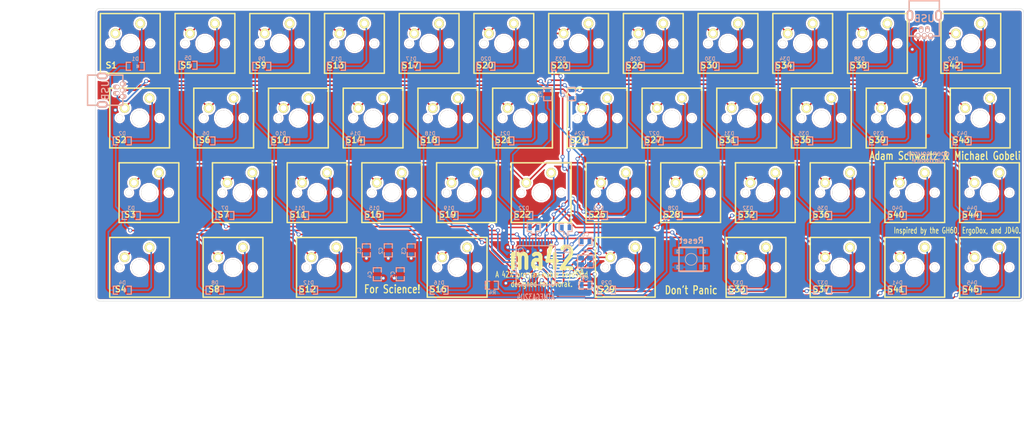
<source format=kicad_pcb>
(kicad_pcb (version 3) (host pcbnew "(2013-07-07 BZR 4022)-stable")
  (layers (15 F.Cu signal hide) (0 B.Cu signal) (18 B.Paste user) (19 F.Paste user) (20 B.SilkS user) (21 F.SilkS user) (22 B.Mask user) (23 F.Mask user) (28 Edge.Cuts user))
  (net 0 "")
  (net 1 /Matrix/col1)
  (net 2 /Matrix/col10)
  (net 3 /Matrix/col11)
  (net 4 /Matrix/col12)
  (net 5 /Matrix/col2)
  (net 6 /Matrix/col3)
  (net 7 /Matrix/col4)
  (net 8 /Matrix/col5)
  (net 9 /Matrix/col6)
  (net 10 /Matrix/col7)
  (net 11 /Matrix/col8)
  (net 12 /Matrix/col9)
  (net 13 /Matrix/row1)
  (net 14 /Matrix/row2)
  (net 15 /Matrix/row3)
  (net 16 /Matrix/row4)
  (net 17 GND)
  (net 18 N-000001)
  (net 19 N-0000026)
  (net 20 N-0000027)
  (net 21 N-0000031)
  (net 22 N-0000032)
  (net 23 N-0000033)
  (net 24 N-0000034)
  (net 25 N-0000035)
  (net 26 N-0000036)
  (net 27 N-0000042)
  (net 28 N-0000043)
  (net 29 N-0000044)
  (net 30 N-0000045)
  (net 31 N-0000046)
  (net 32 N-0000047)
  (net 33 N-0000048)
  (net 34 N-0000049)
  (net 35 N-0000050)
  (net 36 N-0000051)
  (net 37 N-0000052)
  (net 38 N-0000053)
  (net 39 N-0000054)
  (net 40 N-0000055)
  (net 41 N-0000056)
  (net 42 N-0000057)
  (net 43 N-0000058)
  (net 44 N-0000059)
  (net 45 N-0000060)
  (net 46 N-0000061)
  (net 47 N-0000062)
  (net 48 N-0000063)
  (net 49 N-0000064)
  (net 50 N-0000065)
  (net 51 N-0000066)
  (net 52 N-0000067)
  (net 53 N-0000068)
  (net 54 N-0000069)
  (net 55 N-0000070)
  (net 56 N-0000071)
  (net 57 N-0000072)
  (net 58 N-0000073)
  (net 59 N-0000074)
  (net 60 N-0000075)
  (net 61 N-0000076)
  (net 62 N-0000077)
  (net 63 N-0000078)
  (net 64 N-0000079)
  (net 65 N-0000080)
  (net 66 N-0000081)
  (net 67 N-0000082)
  (net 68 N-0000083)
  (net 69 N-0000084)
  (net 70 N-0000085)
  (net 71 N-0000086)
  (net 72 VCC)
  (module OSHW (layer B.Cu) (at 303.276 111.252)
    (fp_text reference G*** hide)
    (fp_text value OSHW hide)
    (fp_poly (pts (xy 4.191 0.33274) (xy 4.18846 0.47498) (xy 4.18846 0.59182) (xy 4.18846 0.6858) (xy 4.18592 0.75946) (xy 4.18592 0.81534) (xy 4.18338 0.85344) (xy 4.1783 0.88138) (xy 4.17322 0.89662) (xy 4.17068 0.9017) (xy 4.1529 0.90678) (xy 4.10972 0.91694) (xy 4.04622 0.93218) (xy 3.9624 0.94996) (xy 3.86588 0.96774) (xy 3.7592 0.9906) (xy 3.6449 1.01092) (xy 3.51536 1.03378) (xy 3.40106 1.05664) (xy 3.302 1.07696) (xy 3.22072 1.09474) (xy 3.1623 1.10998) (xy 3.1242 1.12014) (xy 3.11404 1.12522) (xy 3.10388 1.143) (xy 3.08356 1.1811) (xy 3.05816 1.23952) (xy 3.02768 1.31318) (xy 2.99212 1.397) (xy 2.95402 1.4859) (xy 2.91846 1.57734) (xy 2.88036 1.67132) (xy 2.84734 1.75768) (xy 2.8194 1.83388) (xy 2.794 1.89992) (xy 2.77876 1.94818) (xy 2.77114 1.97612) (xy 2.77114 1.9812) (xy 2.77876 1.99644) (xy 2.80162 2.032) (xy 2.83972 2.08788) (xy 2.88544 2.15646) (xy 2.93878 2.23774) (xy 3.00228 2.32664) (xy 3.06832 2.42316) (xy 3.13436 2.51968) (xy 3.19532 2.61112) (xy 3.24866 2.69494) (xy 3.29438 2.76352) (xy 3.3274 2.8194) (xy 3.35026 2.85496) (xy 3.35788 2.87274) (xy 3.34772 2.88798) (xy 3.31978 2.921) (xy 3.2766 2.96926) (xy 3.22326 3.02768) (xy 3.15722 3.09372) (xy 3.0861 3.16738) (xy 3.0099 3.24612) (xy 2.93116 3.32486) (xy 2.85496 3.40106) (xy 2.77876 3.47472) (xy 2.71272 3.54076) (xy 2.65176 3.59664) (xy 2.6035 3.63982) (xy 2.57048 3.6703) (xy 2.5527 3.683) (xy 2.55016 3.683) (xy 2.53492 3.67538) (xy 2.49936 3.65252) (xy 2.44348 3.61696) (xy 2.3749 3.57124) (xy 2.29362 3.5179) (xy 2.20218 3.45694) (xy 2.1082 3.39344) (xy 2.01168 3.3274) (xy 1.92024 3.2639) (xy 1.83896 3.21056) (xy 1.77038 3.16738) (xy 1.7145 3.13182) (xy 1.67894 3.1115) (xy 1.66116 3.10388) (xy 1.64084 3.10896) (xy 1.60274 3.12674) (xy 1.54686 3.15468) (xy 1.48336 3.1877) (xy 1.45288 3.20294) (xy 1.38176 3.24104) (xy 1.3208 3.26898) (xy 1.27254 3.2893) (xy 1.24206 3.29946) (xy 1.23698 3.29946) (xy 1.22936 3.29438) (xy 1.22174 3.28422) (xy 1.20904 3.2639) (xy 1.1938 3.23342) (xy 1.17348 3.19278) (xy 1.14808 3.13436) (xy 1.11506 3.06324) (xy 1.07696 2.97434) (xy 1.03124 2.86766) (xy 0.9779 2.73812) (xy 0.9144 2.58572) (xy 0.84074 2.41046) (xy 0.82804 2.37998) (xy 0.76708 2.22758) (xy 0.70612 2.0828) (xy 0.65278 1.94818) (xy 0.60198 1.82372) (xy 0.5588 1.7145) (xy 0.5207 1.62052) (xy 0.49276 1.54432) (xy 0.47244 1.48844) (xy 0.46228 1.45542) (xy 0.45974 1.44526) (xy 0.47498 1.43002) (xy 0.50546 1.40208) (xy 0.55118 1.36652) (xy 0.5969 1.3335) (xy 0.71374 1.24714) (xy 0.81026 1.16586) (xy 0.889 1.08458) (xy 0.95504 0.99568) (xy 1.016 0.89662) (xy 1.04648 0.84074) (xy 1.11252 0.67818) (xy 1.15316 0.51054) (xy 1.16586 0.34036) (xy 1.15316 0.17018) (xy 1.11506 0.00508) (xy 1.0541 -0.1524) (xy 0.96774 -0.3048) (xy 0.85598 -0.4445) (xy 0.84836 -0.45212) (xy 0.71628 -0.57404) (xy 0.56896 -0.6731) (xy 0.40386 -0.7493) (xy 0.32258 -0.77724) (xy 0.27686 -0.78994) (xy 0.23368 -0.8001) (xy 0.18542 -0.80518) (xy 0.12446 -0.80772) (xy 0.04826 -0.81026) (xy 0.00508 -0.81026) (xy -0.07874 -0.81026) (xy -0.14732 -0.80772) (xy -0.19812 -0.80264) (xy -0.24384 -0.79502) (xy -0.28956 -0.78232) (xy -0.30988 -0.77724) (xy -0.4826 -0.70866) (xy -0.63754 -0.61976) (xy -0.77724 -0.508) (xy -0.89662 -0.37592) (xy -0.99568 -0.2286) (xy -1.02362 -0.17526) (xy -1.0795 -0.04572) (xy -1.1176 0.0762) (xy -1.13792 0.2032) (xy -1.143 0.33782) (xy -1.1303 0.51816) (xy -1.08966 0.69088) (xy -1.02362 0.85344) (xy -0.93472 1.0033) (xy -0.82042 1.13792) (xy -0.76962 1.18618) (xy -0.70612 1.23952) (xy -0.63246 1.2954) (xy -0.56388 1.3462) (xy -0.50292 1.38684) (xy -0.4953 1.38938) (xy -0.46228 1.41478) (xy -0.4445 1.44018) (xy -0.44196 1.44526) (xy -0.44704 1.46304) (xy -0.45974 1.50622) (xy -0.48514 1.57226) (xy -0.51816 1.66116) (xy -0.56134 1.77038) (xy -0.61214 1.89738) (xy -0.67056 2.04216) (xy -0.7366 2.20218) (xy -0.80264 2.35966) (xy -0.8636 2.50952) (xy -0.92456 2.65176) (xy -0.98044 2.78638) (xy -1.03124 2.9083) (xy -1.07696 3.01752) (xy -1.11506 3.10896) (xy -1.14554 3.18262) (xy -1.1684 3.23596) (xy -1.1811 3.26644) (xy -1.18364 3.27406) (xy -1.2065 3.29438) (xy -1.22682 3.302) (xy -1.24714 3.29438) (xy -1.28778 3.2766) (xy -1.34366 3.2512) (xy -1.4097 3.21564) (xy -1.43764 3.2004) (xy -1.52146 3.15722) (xy -1.5875 3.12674) (xy -1.63322 3.10896) (xy -1.65608 3.10642) (xy -1.67386 3.11658) (xy -1.7145 3.13944) (xy -1.77038 3.175) (xy -1.83642 3.21818) (xy -1.91262 3.26898) (xy -1.96088 3.302) (xy -2.09042 3.39344) (xy -2.19964 3.4671) (xy -2.28854 3.52806) (xy -2.3622 3.57886) (xy -2.41808 3.61696) (xy -2.46126 3.6449) (xy -2.49428 3.66268) (xy -2.51714 3.67538) (xy -2.52984 3.68046) (xy -2.53746 3.683) (xy -2.55016 3.67284) (xy -2.58318 3.6449) (xy -2.63144 3.60172) (xy -2.6924 3.54584) (xy -2.76352 3.47726) (xy -2.84226 3.39852) (xy -2.92608 3.3147) (xy -2.94386 3.29692) (xy -3.03022 3.21056) (xy -3.10896 3.13182) (xy -3.18008 3.05816) (xy -3.24104 2.99466) (xy -3.2893 2.94386) (xy -3.32232 2.9083) (xy -3.33756 2.89052) (xy -3.33756 2.88798) (xy -3.3401 2.88036) (xy -3.3401 2.87274) (xy -3.33756 2.86258) (xy -3.33248 2.8448) (xy -3.31978 2.82194) (xy -3.29946 2.79146) (xy -3.27152 2.74828) (xy -3.23088 2.68986) (xy -3.18262 2.6162) (xy -3.11912 2.52222) (xy -3.04038 2.41046) (xy -3.03276 2.4003) (xy -2.96672 2.30378) (xy -2.9083 2.21488) (xy -2.85496 2.1336) (xy -2.80924 2.06756) (xy -2.77622 2.01422) (xy -2.7559 1.9812) (xy -2.75082 1.96596) (xy -2.7559 1.94818) (xy -2.77114 1.90754) (xy -2.79146 1.84912) (xy -2.82194 1.77292) (xy -2.8575 1.68402) (xy -2.8956 1.58496) (xy -2.91592 1.5367) (xy -2.96418 1.41478) (xy -3.00482 1.31572) (xy -3.03784 1.23952) (xy -3.06324 1.18364) (xy -3.08356 1.14554) (xy -3.0988 1.12268) (xy -3.10896 1.11252) (xy -3.12928 1.10744) (xy -3.175 1.09728) (xy -3.24104 1.08458) (xy -3.32486 1.0668) (xy -3.42138 1.04902) (xy -3.5306 1.0287) (xy -3.63728 1.00838) (xy -3.75412 0.98806) (xy -3.8608 0.9652) (xy -3.95732 0.94742) (xy -4.03606 0.92964) (xy -4.09956 0.91694) (xy -4.1402 0.90678) (xy -4.15544 0.9017) (xy -4.16052 0.89154) (xy -4.1656 0.87376) (xy -4.16814 0.84074) (xy -4.17068 0.79502) (xy -4.17322 0.73152) (xy -4.17576 0.6477) (xy -4.17576 0.54102) (xy -4.17576 0.41148) (xy -4.17576 0.3302) (xy -4.17576 -0.22352) (xy -4.14274 -0.24384) (xy -4.12242 -0.25146) (xy -4.0767 -0.26162) (xy -4.01066 -0.27686) (xy -3.92684 -0.29464) (xy -3.82778 -0.31496) (xy -3.71856 -0.33528) (xy -3.59918 -0.35814) (xy -3.59664 -0.35814) (xy -3.4798 -0.37846) (xy -3.37058 -0.40132) (xy -3.27406 -0.4191) (xy -3.19024 -0.43688) (xy -3.12674 -0.45212) (xy -3.08356 -0.46228) (xy -3.06578 -0.4699) (xy -3.06324 -0.4699) (xy -3.05308 -0.48768) (xy -3.0353 -0.52578) (xy -3.00736 -0.5842) (xy -2.97688 -0.65532) (xy -2.94132 -0.7366) (xy -2.90322 -0.82296) (xy -2.86512 -0.9144) (xy -2.82702 -1.00076) (xy -2.794 -1.08204) (xy -2.76352 -1.15316) (xy -2.74066 -1.20904) (xy -2.72796 -1.24968) (xy -2.72288 -1.26492) (xy -2.7305 -1.28016) (xy -2.75336 -1.31826) (xy -2.78638 -1.3716) (xy -2.8321 -1.44272) (xy -2.88798 -1.524) (xy -2.94894 -1.61544) (xy -3.01752 -1.7145) (xy -3.02768 -1.72974) (xy -3.09626 -1.83134) (xy -3.15976 -1.92532) (xy -3.21564 -2.00914) (xy -3.2639 -2.0828) (xy -3.302 -2.14122) (xy -3.3274 -2.18186) (xy -3.3401 -2.20218) (xy -3.3401 -2.20218) (xy -3.33756 -2.21488) (xy -3.32486 -2.23266) (xy -3.30454 -2.2606) (xy -3.26898 -2.30124) (xy -3.22072 -2.35458) (xy -3.15468 -2.42062) (xy -3.0734 -2.50444) (xy -2.97434 -2.6035) (xy -2.95402 -2.62382) (xy -2.85496 -2.72542) (xy -2.76352 -2.81178) (xy -2.68732 -2.88544) (xy -2.62382 -2.94386) (xy -2.57556 -2.98704) (xy -2.54508 -3.01244) (xy -2.53492 -3.01752) (xy -2.51714 -3.0099) (xy -2.47904 -2.98958) (xy -2.42316 -2.95402) (xy -2.35204 -2.9083) (xy -2.27076 -2.85496) (xy -2.17678 -2.79146) (xy -2.07772 -2.72542) (xy -2.06756 -2.7178) (xy -1.9685 -2.64922) (xy -1.87452 -2.58572) (xy -1.7907 -2.5273) (xy -1.71704 -2.47904) (xy -1.65862 -2.44094) (xy -1.61798 -2.413) (xy -1.59766 -2.4003) (xy -1.59766 -2.4003) (xy -1.58496 -2.39522) (xy -1.56718 -2.39776) (xy -1.53924 -2.40284) (xy -1.50114 -2.41554) (xy -1.4478 -2.43332) (xy -1.37668 -2.46126) (xy -1.2827 -2.49936) (xy -1.21666 -2.5273) (xy -1.09982 -2.57302) (xy -1.00838 -2.61112) (xy -0.93472 -2.6416) (xy -0.88138 -2.667) (xy -0.84328 -2.68478) (xy -0.81534 -2.69748) (xy -0.8001 -2.71018) (xy -0.78994 -2.72034) (xy -0.78486 -2.72796) (xy -0.78232 -2.73558) (xy -0.77724 -2.7559) (xy -0.76962 -2.79908) (xy -0.75692 -2.86512) (xy -0.73914 -2.94894) (xy -0.72136 -3.048) (xy -0.70104 -3.15722) (xy -0.67818 -3.27406) (xy -0.67564 -3.28676) (xy -0.65278 -3.40614) (xy -0.63246 -3.51536) (xy -0.61214 -3.61442) (xy -0.59436 -3.69824) (xy -0.57912 -3.76428) (xy -0.56896 -3.81) (xy -0.56388 -3.83032) (xy -0.56134 -3.83032) (xy -0.55372 -3.8354) (xy -0.53594 -3.84048) (xy -0.508 -3.84302) (xy -0.46482 -3.84556) (xy -0.40386 -3.8481) (xy -0.32512 -3.85064) (xy -0.22606 -3.85064) (xy -0.1016 -3.85064) (xy 0.00508 -3.85064) (xy 0.127 -3.85064) (xy 0.2413 -3.85064) (xy 0.3429 -3.8481) (xy 0.4318 -3.84556) (xy 0.50038 -3.84556) (xy 0.54864 -3.84302) (xy 0.57404 -3.84048) (xy 0.57404 -3.84048) (xy 0.58166 -3.8227) (xy 0.59436 -3.77952) (xy 0.6096 -3.71348) (xy 0.62738 -3.62458) (xy 0.65024 -3.51536) (xy 0.6731 -3.3909) (xy 0.69596 -3.27406) (xy 0.71882 -3.15214) (xy 0.74168 -3.04038) (xy 0.762 -2.93878) (xy 0.77724 -2.85242) (xy 0.79248 -2.78384) (xy 0.80518 -2.73558) (xy 0.81026 -2.71018) (xy 0.8128 -2.70764) (xy 0.83058 -2.69748) (xy 0.86868 -2.6797) (xy 0.9271 -2.6543) (xy 0.99568 -2.62382) (xy 1.07696 -2.5908) (xy 1.16332 -2.55524) (xy 1.25222 -2.51968) (xy 1.33858 -2.48412) (xy 1.41986 -2.45364) (xy 1.49098 -2.4257) (xy 1.54686 -2.40538) (xy 1.58496 -2.39268) (xy 1.6002 -2.3876) (xy 1.61544 -2.39776) (xy 1.651 -2.42062) (xy 1.70434 -2.45618) (xy 1.77292 -2.50444) (xy 1.8542 -2.56032) (xy 1.94564 -2.62128) (xy 2.04724 -2.68986) (xy 2.0701 -2.70764) (xy 2.1717 -2.77622) (xy 2.26568 -2.83972) (xy 2.35204 -2.8956) (xy 2.4257 -2.94386) (xy 2.48412 -2.98196) (xy 2.52476 -3.00736) (xy 2.54762 -3.01752) (xy 2.55016 -3.01752) (xy 2.5654 -3.0099) (xy 2.59842 -2.98196) (xy 2.64414 -2.93878) (xy 2.70256 -2.8829) (xy 2.77114 -2.8194) (xy 2.8448 -2.74574) (xy 2.92354 -2.66954) (xy 2.99974 -2.5908) (xy 3.07848 -2.5146) (xy 3.1496 -2.4384) (xy 3.21564 -2.37236) (xy 3.27152 -2.3114) (xy 3.31724 -2.26314) (xy 3.34518 -2.22758) (xy 3.35788 -2.2098) (xy 3.35788 -2.2098) (xy 3.35026 -2.19202) (xy 3.3274 -2.15646) (xy 3.29184 -2.10058) (xy 3.24612 -2.02946) (xy 3.19278 -1.94818) (xy 3.13182 -1.85674) (xy 3.06324 -1.75768) (xy 3.0607 -1.7526) (xy 2.99212 -1.65354) (xy 2.92862 -1.55956) (xy 2.8702 -1.47574) (xy 2.82194 -1.40462) (xy 2.78638 -1.3462) (xy 2.75844 -1.3081) (xy 2.74828 -1.28778) (xy 2.74828 -1.28778) (xy 2.74574 -1.27508) (xy 2.74828 -1.25476) (xy 2.75844 -1.22174) (xy 2.77368 -1.17348) (xy 2.79908 -1.10998) (xy 2.83464 -1.02616) (xy 2.87782 -0.92202) (xy 2.90068 -0.86868) (xy 2.9464 -0.762) (xy 2.98704 -0.67056) (xy 3.02514 -0.58928) (xy 3.05562 -0.52832) (xy 3.07848 -0.48514) (xy 3.09118 -0.46482) (xy 3.09372 -0.46228) (xy 3.1115 -0.4572) (xy 3.15468 -0.44704) (xy 3.22072 -0.43434) (xy 3.302 -0.41656) (xy 3.40106 -0.39878) (xy 3.51028 -0.37592) (xy 3.62966 -0.35306) (xy 3.64236 -0.35306) (xy 3.77698 -0.32512) (xy 3.89636 -0.30226) (xy 3.99796 -0.28194) (xy 4.0767 -0.26416) (xy 4.13512 -0.24892) (xy 4.17068 -0.23876) (xy 4.1783 -0.23622) (xy 4.18084 -0.21844) (xy 4.18338 -0.17526) (xy 4.18592 -0.11176) (xy 4.18592 -0.02794) (xy 4.18846 0.07112) (xy 4.18846 0.18034) (xy 4.191 0.30226) (xy 4.191 0.33274) (xy 4.191 0.33274)) (layer B.Cu) (width 0.00254))
  )
  (module OSHWT (layer B.Cu) (at 303.276 116.586)
    (fp_text reference G*** hide)
    (fp_text value OSHWT hide)
  )
  (module USBMINImod_small (layer B.Cu) (at 90.932 99.568)
    (fp_text reference J2 hide)
    (fp_text value USB (at 2.54 0 90) (layer B.SilkS) (effects (font (size 1.778 1.778) (thickness 0.3048)) (justify mirror)))
    (pad 1 thru_hole oval (at 6.79958 1.6002) (size 1.651 1.143) (drill 0.762 (offset 0.27432 0)) (layers *.Cu *.Mask B.SilkS) (net 72 VCC))
    (pad 2 thru_hole oval (at 5.6007 0.8001) (size 1.651 1.143) (drill 0.762 (offset -0.27432 0)) (layers *.Cu *.Mask B.SilkS) (net 21 N-0000031))
    (pad 3 thru_hole oval (at 6.79958 0) (size 1.651 1.143) (drill 0.762 (offset 0.27432 0)) (layers *.Cu *.Mask B.SilkS) (net 19 N-0000026))
    (pad 4 thru_hole oval (at 5.6007 -0.8001) (size 1.651 1.143) (drill 0.762 (offset -0.27432 0)) (layers *.Cu *.Mask B.SilkS))
    (pad 5 thru_hole oval (at 6.79958 -1.6002) (size 1.651 1.143) (drill 0.762 (offset 0.27432 0)) (layers *.Cu *.Mask B.SilkS) (net 17 GND))
    (pad 6 thru_hole oval (at 1.75006 -3.64744) (size 2.794 1.7018) (drill oval 1.905 0.762) (layers *.Cu *.Mask B.SilkS))
    (pad 6 thru_hole oval (at 1.75006 3.64744) (size 2.794 1.7018) (drill oval 1.905 0.762) (layers *.Cu *.Mask B.SilkS))
  )
  (module USBMINImod_small (layer B.Cu) (at 302.26 78.74 270)
    (fp_text reference J1 hide)
    (fp_text value USB (at 2.54 0 360) (layer B.SilkS) (effects (font (size 1.778 1.778) (thickness 0.3048)) (justify mirror)))
    (pad 1 thru_hole oval (at 6.79958 1.6002 270) (size 1.651 1.143) (drill 0.762 (offset 0.27432 0)) (layers *.Cu *.Mask B.SilkS) (net 72 VCC))
    (pad 2 thru_hole oval (at 5.6007 0.8001 270) (size 1.651 1.143) (drill 0.762 (offset -0.27432 0)) (layers *.Cu *.Mask B.SilkS) (net 21 N-0000031))
    (pad 3 thru_hole oval (at 6.79958 0 270) (size 1.651 1.143) (drill 0.762 (offset 0.27432 0)) (layers *.Cu *.Mask B.SilkS) (net 19 N-0000026))
    (pad 4 thru_hole oval (at 5.6007 -0.8001 270) (size 1.651 1.143) (drill 0.762 (offset -0.27432 0)) (layers *.Cu *.Mask B.SilkS))
    (pad 5 thru_hole oval (at 6.79958 -1.6002 270) (size 1.651 1.143) (drill 0.762 (offset 0.27432 0)) (layers *.Cu *.Mask B.SilkS) (net 17 GND))
    (pad 6 thru_hole oval (at 1.75006 -3.64744 270) (size 2.794 1.7018) (drill oval 1.905 0.762) (layers *.Cu *.Mask B.SilkS))
    (pad 6 thru_hole oval (at 1.75006 3.64744 270) (size 2.794 1.7018) (drill oval 1.905 0.762) (layers *.Cu *.Mask B.SilkS))
  )
  (module TQFP44 (layer B.Cu) (at 203.2 144.272 270)
    (fp_text reference IC1 (at -4.064 -8.128 270) (layer B.SilkS) (effects (font (size 1.524 1.016) (thickness 0.2032)) (justify mirror)))
    (fp_text value ATMEGA32U4 (at 8.128 0 360) (layer B.SilkS) (effects (font (size 1.524 1.016) (thickness 0.2032)) (justify mirror)))
    (pad 39 smd oval (at 0 5.715 270) (size 0.4064 1.89992) (layers B.Cu B.Paste B.Mask))
    (pad 40 smd oval (at -0.8001 5.715 270) (size 0.4064 1.89992) (layers B.Cu B.Paste B.Mask) (net 5 /Matrix/col2))
    (pad 41 smd oval (at -1.6002 5.715 270) (size 0.4064 1.89992) (layers B.Cu B.Paste B.Mask) (net 1 /Matrix/col1))
    (pad 42 smd oval (at -2.4003 5.715 270) (size 0.4064 1.89992) (layers B.Cu B.Paste B.Mask))
    (pad 43 smd oval (at -3.2004 5.715 270) (size 0.4064 1.89992) (layers B.Cu B.Paste B.Mask) (net 17 GND))
    (pad 44 smd oval (at -4.0005 5.715 270) (size 0.4064 1.89992) (layers B.Cu B.Paste B.Mask) (net 72 VCC))
    (pad 38 smd oval (at 0.8001 5.715 270) (size 0.4064 1.89992) (layers B.Cu B.Paste B.Mask))
    (pad 37 smd oval (at 1.6002 5.715 270) (size 0.4064 1.89992) (layers B.Cu B.Paste B.Mask))
    (pad 36 smd oval (at 2.4003 5.715 270) (size 0.4064 1.89992) (layers B.Cu B.Paste B.Mask))
    (pad 35 smd oval (at 3.2004 5.715 270) (size 0.4064 1.89992) (layers B.Cu B.Paste B.Mask) (net 17 GND))
    (pad 34 smd oval (at 4.0005 5.715 270) (size 0.4064 1.89992) (layers B.Cu B.Paste B.Mask) (net 72 VCC))
    (pad 17 smd oval (at 0 -5.715 270) (size 0.4064 1.89992) (layers B.Cu B.Paste B.Mask) (net 26 N-0000036))
    (pad 16 smd oval (at -0.8001 -5.715 270) (size 0.4064 1.89992) (layers B.Cu B.Paste B.Mask) (net 25 N-0000035))
    (pad 15 smd oval (at -1.6002 -5.715 270) (size 0.4064 1.89992) (layers B.Cu B.Paste B.Mask) (net 17 GND))
    (pad 14 smd oval (at -2.4003 -5.715 270) (size 0.4064 1.89992) (layers B.Cu B.Paste B.Mask) (net 72 VCC))
    (pad 13 smd oval (at -3.2004 -5.715 270) (size 0.4064 1.89992) (layers B.Cu B.Paste B.Mask) (net 20 N-0000027))
    (pad 12 smd oval (at -4.0005 -5.715 270) (size 0.4064 1.89992) (layers B.Cu B.Paste B.Mask) (net 12 /Matrix/col9))
    (pad 18 smd oval (at 0.8001 -5.715 270) (size 0.4064 1.89992) (layers B.Cu B.Paste B.Mask) (net 13 /Matrix/row1))
    (pad 19 smd oval (at 1.6002 -5.715 270) (size 0.4064 1.89992) (layers B.Cu B.Paste B.Mask) (net 14 /Matrix/row2))
    (pad 20 smd oval (at 2.4003 -5.715 270) (size 0.4064 1.89992) (layers B.Cu B.Paste B.Mask) (net 15 /Matrix/row3))
    (pad 21 smd oval (at 3.2004 -5.715 270) (size 0.4064 1.89992) (layers B.Cu B.Paste B.Mask) (net 16 /Matrix/row4))
    (pad 22 smd oval (at 4.0005 -5.715 270) (size 0.4064 1.89992) (layers B.Cu B.Paste B.Mask))
    (pad 6 smd oval (at -5.715 0 270) (size 1.89992 0.4064) (layers B.Cu B.Paste B.Mask) (net 22 N-0000032))
    (pad 28 smd oval (at 5.715 0 270) (size 1.89992 0.4064) (layers B.Cu B.Paste B.Mask) (net 3 /Matrix/col11))
    (pad 7 smd oval (at -5.715 -0.8001 270) (size 1.89992 0.4064) (layers B.Cu B.Paste B.Mask) (net 72 VCC))
    (pad 27 smd oval (at 5.715 -0.8001 270) (size 1.89992 0.4064) (layers B.Cu B.Paste B.Mask) (net 4 /Matrix/col12))
    (pad 26 smd oval (at 5.715 -1.6002 270) (size 1.89992 0.4064) (layers B.Cu B.Paste B.Mask))
    (pad 8 smd oval (at -5.715 -1.6002 270) (size 1.89992 0.4064) (layers B.Cu B.Paste B.Mask))
    (pad 9 smd oval (at -5.715 -2.4003 270) (size 1.89992 0.4064) (layers B.Cu B.Paste B.Mask) (net 11 /Matrix/col8))
    (pad 25 smd oval (at 5.715 -2.4003 270) (size 1.89992 0.4064) (layers B.Cu B.Paste B.Mask) (net 10 /Matrix/col7))
    (pad 24 smd oval (at 5.715 -3.2004 270) (size 1.89992 0.4064) (layers B.Cu B.Paste B.Mask) (net 72 VCC))
    (pad 10 smd oval (at -5.715 -3.2004 270) (size 1.89992 0.4064) (layers B.Cu B.Paste B.Mask))
    (pad 11 smd oval (at -5.715 -4.0005 270) (size 1.89992 0.4064) (layers B.Cu B.Paste B.Mask))
    (pad 23 smd oval (at 5.715 -4.0005 270) (size 1.89992 0.4064) (layers B.Cu B.Paste B.Mask) (net 17 GND))
    (pad 29 smd oval (at 5.715 0.8001 270) (size 1.89992 0.4064) (layers B.Cu B.Paste B.Mask) (net 2 /Matrix/col10))
    (pad 5 smd oval (at -5.715 0.8001 270) (size 1.89992 0.4064) (layers B.Cu B.Paste B.Mask) (net 17 GND))
    (pad 4 smd oval (at -5.715 1.6002 270) (size 1.89992 0.4064) (layers B.Cu B.Paste B.Mask) (net 23 N-0000033))
    (pad 30 smd oval (at 5.715 1.6002 270) (size 1.89992 0.4064) (layers B.Cu B.Paste B.Mask) (net 9 /Matrix/col6))
    (pad 31 smd oval (at 5.715 2.4003 270) (size 1.89992 0.4064) (layers B.Cu B.Paste B.Mask) (net 8 /Matrix/col5))
    (pad 3 smd oval (at -5.715 2.4003 270) (size 1.89992 0.4064) (layers B.Cu B.Paste B.Mask) (net 24 N-0000034))
    (pad 2 smd oval (at -5.715 3.2004 270) (size 1.89992 0.4064) (layers B.Cu B.Paste B.Mask) (net 72 VCC))
    (pad 32 smd oval (at 5.715 3.2004 270) (size 1.89992 0.4064) (layers B.Cu B.Paste B.Mask) (net 7 /Matrix/col4))
    (pad 33 smd oval (at 5.715 4.0005 270) (size 1.89992 0.4064) (layers B.Cu B.Paste B.Mask) (net 18 N-000001))
    (pad 1 smd oval (at -5.715 4.0005 270) (size 1.89992 0.4064) (layers B.Cu B.Paste B.Mask) (net 6 /Matrix/col3))
  )
  (module SM0805D_big (layer B.Cu) (at 200.152 131.572)
    (fp_text reference D22 (at 0 -1.905) (layer B.SilkS) (effects (font (size 0.935 0.935) (thickness 0.1588)) (justify mirror)))
    (fp_text value 1N4148 hide)
    (pad 1 smd rect (at -1.6637 0) (size 0.889 1.397) (layers B.Cu B.Paste B.Mask) (net 9 /Matrix/col6))
    (pad 2 smd rect (at 1.6637 0) (size 0.889 1.397) (layers B.Cu B.Paste B.Mask) (net 57 N-0000072))
  )
  (module SM0805D_big (layer B.Cu) (at 181.102 131.572)
    (fp_text reference D19 (at 0 -1.905) (layer B.SilkS) (effects (font (size 0.935 0.935) (thickness 0.1588)) (justify mirror)))
    (fp_text value 1N4148 hide)
    (pad 1 smd rect (at -1.6637 0) (size 0.889 1.397) (layers B.Cu B.Paste B.Mask) (net 8 /Matrix/col5))
    (pad 2 smd rect (at 1.6637 0) (size 0.889 1.397) (layers B.Cu B.Paste B.Mask) (net 27 N-0000042))
  )
  (module SM0805D_big (layer B.Cu) (at 101.092 93.472)
    (fp_text reference D1 (at 0 -1.905) (layer B.SilkS) (effects (font (size 0.935 0.935) (thickness 0.1588)) (justify mirror)))
    (fp_text value 1N4148 hide)
    (pad 1 smd rect (at -1.6637 0) (size 0.889 1.397) (layers B.Cu B.Paste B.Mask) (net 1 /Matrix/col1))
    (pad 2 smd rect (at 1.6637 0) (size 0.889 1.397) (layers B.Cu B.Paste B.Mask) (net 28 N-0000043))
  )
  (module SM0805D_big (layer B.Cu) (at 219.202 131.572)
    (fp_text reference D25 (at 0 -1.905) (layer B.SilkS) (effects (font (size 0.935 0.935) (thickness 0.1588)) (justify mirror)))
    (fp_text value 1N4148 hide)
    (pad 1 smd rect (at -1.6637 0) (size 0.889 1.397) (layers B.Cu B.Paste B.Mask) (net 10 /Matrix/col7))
    (pad 2 smd rect (at 1.6637 0) (size 0.889 1.397) (layers B.Cu B.Paste B.Mask) (net 30 N-0000045))
  )
  (module SM0805D_big (layer B.Cu) (at 171.45 93.472)
    (fp_text reference D17 (at 0 -1.905) (layer B.SilkS) (effects (font (size 0.935 0.935) (thickness 0.1588)) (justify mirror)))
    (fp_text value 1N4148 hide)
    (pad 1 smd rect (at -1.6637 0) (size 0.889 1.397) (layers B.Cu B.Paste B.Mask) (net 8 /Matrix/col5))
    (pad 2 smd rect (at 1.6637 0) (size 0.889 1.397) (layers B.Cu B.Paste B.Mask) (net 33 N-0000048))
  )
  (module SM0805D_big (layer B.Cu) (at 178.562 150.622)
    (fp_text reference D16 (at 0 -1.905) (layer B.SilkS) (effects (font (size 0.935 0.935) (thickness 0.1588)) (justify mirror)))
    (fp_text value 1N4148 hide)
    (pad 1 smd rect (at -1.6637 0) (size 0.889 1.397) (layers B.Cu B.Paste B.Mask) (net 7 /Matrix/col4))
    (pad 2 smd rect (at 1.6637 0) (size 0.889 1.397) (layers B.Cu B.Paste B.Mask) (net 52 N-0000067))
  )
  (module SM0805D_big (layer B.Cu) (at 162.052 131.572)
    (fp_text reference D15 (at 0 -1.905) (layer B.SilkS) (effects (font (size 0.935 0.935) (thickness 0.1588)) (justify mirror)))
    (fp_text value 1N4148 hide)
    (pad 1 smd rect (at -1.6637 0) (size 0.889 1.397) (layers B.Cu B.Paste B.Mask) (net 7 /Matrix/col4))
    (pad 2 smd rect (at 1.6637 0) (size 0.889 1.397) (layers B.Cu B.Paste B.Mask) (net 53 N-0000068))
  )
  (module SM0805D_big (layer B.Cu) (at 157.226 112.522)
    (fp_text reference D14 (at 0 -1.905) (layer B.SilkS) (effects (font (size 0.935 0.935) (thickness 0.1588)) (justify mirror)))
    (fp_text value 1N4148 hide)
    (pad 1 smd rect (at -1.6637 0) (size 0.889 1.397) (layers B.Cu B.Paste B.Mask) (net 7 /Matrix/col4))
    (pad 2 smd rect (at 1.6637 0) (size 0.889 1.397) (layers B.Cu B.Paste B.Mask) (net 54 N-0000069))
  )
  (module SM0805D_big (layer B.Cu) (at 152.4 93.472)
    (fp_text reference D13 (at 0 -1.905) (layer B.SilkS) (effects (font (size 0.935 0.935) (thickness 0.1588)) (justify mirror)))
    (fp_text value 1N4148 hide)
    (pad 1 smd rect (at -1.6637 0) (size 0.889 1.397) (layers B.Cu B.Paste B.Mask) (net 7 /Matrix/col4))
    (pad 2 smd rect (at 1.6637 0) (size 0.889 1.397) (layers B.Cu B.Paste B.Mask) (net 55 N-0000070))
  )
  (module SM0805D_big (layer B.Cu) (at 214.376 112.522)
    (fp_text reference D24 (at 0 -1.905) (layer B.SilkS) (effects (font (size 0.935 0.935) (thickness 0.1588)) (justify mirror)))
    (fp_text value 1N4148 hide)
    (pad 1 smd rect (at -1.6637 0) (size 0.889 1.397) (layers B.Cu B.Paste B.Mask) (net 10 /Matrix/col7))
    (pad 2 smd rect (at 1.6637 0) (size 0.889 1.397) (layers B.Cu B.Paste B.Mask) (net 31 N-0000046))
  )
  (module SM0805D_big (layer B.Cu) (at 209.55 93.472)
    (fp_text reference D23 (at 0 -1.905) (layer B.SilkS) (effects (font (size 0.935 0.935) (thickness 0.1588)) (justify mirror)))
    (fp_text value 1N4148 hide)
    (pad 1 smd rect (at -1.6637 0) (size 0.889 1.397) (layers B.Cu B.Paste B.Mask) (net 10 /Matrix/col7))
    (pad 2 smd rect (at 1.6637 0) (size 0.889 1.397) (layers B.Cu B.Paste B.Mask) (net 32 N-0000047))
  )
  (module SM0805D_big (layer B.Cu) (at 228.6 93.472)
    (fp_text reference D26 (at 0 -1.905) (layer B.SilkS) (effects (font (size 0.935 0.935) (thickness 0.1588)) (justify mirror)))
    (fp_text value 1N4148 hide)
    (pad 1 smd rect (at -1.6637 0) (size 0.889 1.397) (layers B.Cu B.Paste B.Mask) (net 11 /Matrix/col8))
    (pad 2 smd rect (at 1.6637 0) (size 0.889 1.397) (layers B.Cu B.Paste B.Mask) (net 29 N-0000044))
  )
  (module SM0805D_big (layer B.Cu) (at 195.326 112.522)
    (fp_text reference D21 (at 0 -1.905) (layer B.SilkS) (effects (font (size 0.935 0.935) (thickness 0.1588)) (justify mirror)))
    (fp_text value 1N4148 hide)
    (pad 1 smd rect (at -1.6637 0) (size 0.889 1.397) (layers B.Cu B.Paste B.Mask) (net 9 /Matrix/col6))
    (pad 2 smd rect (at 1.6637 0) (size 0.889 1.397) (layers B.Cu B.Paste B.Mask) (net 47 N-0000062))
  )
  (module SM0805D_big (layer B.Cu) (at 145.288 150.622)
    (fp_text reference D12 (at 0 -1.905) (layer B.SilkS) (effects (font (size 0.935 0.935) (thickness 0.1588)) (justify mirror)))
    (fp_text value 1N4148 hide)
    (pad 1 smd rect (at -1.6637 0) (size 0.889 1.397) (layers B.Cu B.Paste B.Mask) (net 6 /Matrix/col3))
    (pad 2 smd rect (at 1.6637 0) (size 0.889 1.397) (layers B.Cu B.Paste B.Mask) (net 44 N-0000059))
  )
  (module SM0805D_big (layer B.Cu) (at 121.412 150.622)
    (fp_text reference D8 (at 0 -1.905) (layer B.SilkS) (effects (font (size 0.935 0.935) (thickness 0.1588)) (justify mirror)))
    (fp_text value 1N4148 hide)
    (pad 1 smd rect (at -1.6637 0) (size 0.889 1.397) (layers B.Cu B.Paste B.Mask) (net 5 /Matrix/col2))
    (pad 2 smd rect (at 1.6637 0) (size 0.889 1.397) (layers B.Cu B.Paste B.Mask) (net 45 N-0000060))
  )
  (module SM0805D_big (layer B.Cu) (at 143.002 131.572)
    (fp_text reference D11 (at 0 -1.905) (layer B.SilkS) (effects (font (size 0.935 0.935) (thickness 0.1588)) (justify mirror)))
    (fp_text value 1N4148 hide)
    (pad 1 smd rect (at -1.6637 0) (size 0.889 1.397) (layers B.Cu B.Paste B.Mask) (net 6 /Matrix/col3))
    (pad 2 smd rect (at 1.6637 0) (size 0.889 1.397) (layers B.Cu B.Paste B.Mask) (net 46 N-0000061))
  )
  (module SM0805D_big (layer B.Cu) (at 138.176 112.522)
    (fp_text reference D10 (at 0 -1.905) (layer B.SilkS) (effects (font (size 0.935 0.935) (thickness 0.1588)) (justify mirror)))
    (fp_text value 1N4148 hide)
    (pad 1 smd rect (at -1.6637 0) (size 0.889 1.397) (layers B.Cu B.Paste B.Mask) (net 6 /Matrix/col3))
    (pad 2 smd rect (at 1.6637 0) (size 0.889 1.397) (layers B.Cu B.Paste B.Mask) (net 48 N-0000063))
  )
  (module SM0805D_big (layer B.Cu) (at 123.952 131.572)
    (fp_text reference D7 (at 0 -1.905) (layer B.SilkS) (effects (font (size 0.935 0.935) (thickness 0.1588)) (justify mirror)))
    (fp_text value 1N4148 hide)
    (pad 1 smd rect (at -1.6637 0) (size 0.889 1.397) (layers B.Cu B.Paste B.Mask) (net 5 /Matrix/col2))
    (pad 2 smd rect (at 1.6637 0) (size 0.889 1.397) (layers B.Cu B.Paste B.Mask) (net 49 N-0000064))
  )
  (module SM0805D_big (layer B.Cu) (at 119.126 112.522)
    (fp_text reference D6 (at 0 -1.905) (layer B.SilkS) (effects (font (size 0.935 0.935) (thickness 0.1588)) (justify mirror)))
    (fp_text value 1N4148 hide)
    (pad 1 smd rect (at -1.6637 0) (size 0.889 1.397) (layers B.Cu B.Paste B.Mask) (net 5 /Matrix/col2))
    (pad 2 smd rect (at 1.6637 0) (size 0.889 1.397) (layers B.Cu B.Paste B.Mask) (net 50 N-0000065))
  )
  (module SM0805D_big (layer B.Cu) (at 97.79 112.522)
    (fp_text reference D2 (at 0 -1.905) (layer B.SilkS) (effects (font (size 0.935 0.935) (thickness 0.1588)) (justify mirror)))
    (fp_text value 1N4148 hide)
    (pad 1 smd rect (at -1.6637 0) (size 0.889 1.397) (layers B.Cu B.Paste B.Mask) (net 1 /Matrix/col1))
    (pad 2 smd rect (at 1.6637 0) (size 0.889 1.397) (layers B.Cu B.Paste B.Mask) (net 51 N-0000066))
  )
  (module SM0805D_big (layer B.Cu) (at 133.35 93.472)
    (fp_text reference D9 (at 0 -1.905) (layer B.SilkS) (effects (font (size 0.935 0.935) (thickness 0.1588)) (justify mirror)))
    (fp_text value 1N4148 hide)
    (pad 1 smd rect (at -1.6637 0) (size 0.889 1.397) (layers B.Cu B.Paste B.Mask) (net 6 /Matrix/col3))
    (pad 2 smd rect (at 1.6637 0) (size 0.889 1.397) (layers B.Cu B.Paste B.Mask) (net 70 N-0000085))
  )
  (module SM0805D_big (layer B.Cu) (at 114.554 93.218)
    (fp_text reference D5 (at 0 -1.905) (layer B.SilkS) (effects (font (size 0.935 0.935) (thickness 0.1588)) (justify mirror)))
    (fp_text value 1N4148 hide)
    (pad 1 smd rect (at -1.6637 0) (size 0.889 1.397) (layers B.Cu B.Paste B.Mask) (net 5 /Matrix/col2))
    (pad 2 smd rect (at 1.6637 0) (size 0.889 1.397) (layers B.Cu B.Paste B.Mask) (net 71 N-0000086))
  )
  (module SM0805D_big (layer B.Cu) (at 290.576 112.522)
    (fp_text reference D39 (at 0 -1.905) (layer B.SilkS) (effects (font (size 0.935 0.935) (thickness 0.1588)) (justify mirror)))
    (fp_text value 1N4148 hide)
    (pad 1 smd rect (at -1.6637 0) (size 0.889 1.397) (layers B.Cu B.Paste B.Mask) (net 3 /Matrix/col11))
    (pad 2 smd rect (at 1.6637 0) (size 0.889 1.397) (layers B.Cu B.Paste B.Mask) (net 69 N-0000084))
  )
  (module SM0805D_big (layer B.Cu) (at 100.076 131.572)
    (fp_text reference D3 (at 0 -1.905) (layer B.SilkS) (effects (font (size 0.935 0.935) (thickness 0.1588)) (justify mirror)))
    (fp_text value 1N4148 hide)
    (pad 1 smd rect (at -1.6637 0) (size 0.889 1.397) (layers B.Cu B.Paste B.Mask) (net 1 /Matrix/col1))
    (pad 2 smd rect (at 1.6637 0) (size 0.889 1.397) (layers B.Cu B.Paste B.Mask) (net 59 N-0000074))
  )
  (module SM0805D_big (layer B.Cu) (at 257.302 131.572)
    (fp_text reference D32 (at 0 -1.905) (layer B.SilkS) (effects (font (size 0.935 0.935) (thickness 0.1588)) (justify mirror)))
    (fp_text value 1N4148 hide)
    (pad 1 smd rect (at -1.6637 0) (size 0.889 1.397) (layers B.Cu B.Paste B.Mask) (net 12 /Matrix/col9))
    (pad 2 smd rect (at 1.6637 0) (size 0.889 1.397) (layers B.Cu B.Paste B.Mask) (net 38 N-0000053))
  )
  (module SM0805D_big (layer B.Cu) (at 238.252 131.572)
    (fp_text reference D28 (at 0 -1.905) (layer B.SilkS) (effects (font (size 0.935 0.935) (thickness 0.1588)) (justify mirror)))
    (fp_text value 1N4148 hide)
    (pad 1 smd rect (at -1.6637 0) (size 0.889 1.397) (layers B.Cu B.Paste B.Mask) (net 11 /Matrix/col8))
    (pad 2 smd rect (at 1.6637 0) (size 0.889 1.397) (layers B.Cu B.Paste B.Mask) (net 40 N-0000055))
  )
  (module SM0805D_big (layer B.Cu) (at 190.5 93.472)
    (fp_text reference D20 (at 0 -1.905) (layer B.SilkS) (effects (font (size 0.935 0.935) (thickness 0.1588)) (justify mirror)))
    (fp_text value 1N4148 hide)
    (pad 1 smd rect (at -1.6637 0) (size 0.889 1.397) (layers B.Cu B.Paste B.Mask) (net 9 /Matrix/col6))
    (pad 2 smd rect (at 1.6637 0) (size 0.889 1.397) (layers B.Cu B.Paste B.Mask) (net 43 N-0000058))
  )
  (module SM0805D_big (layer B.Cu) (at 309.626 93.472)
    (fp_text reference D42 (at 0 -1.905) (layer B.SilkS) (effects (font (size 0.935 0.935) (thickness 0.1588)) (justify mirror)))
    (fp_text value 1N4148 hide)
    (pad 1 smd rect (at -1.6637 0) (size 0.889 1.397) (layers B.Cu B.Paste B.Mask) (net 4 /Matrix/col12))
    (pad 2 smd rect (at 1.6637 0) (size 0.889 1.397) (layers B.Cu B.Paste B.Mask) (net 64 N-0000079))
  )
  (module SM0805D_big (layer B.Cu) (at 311.912 112.522)
    (fp_text reference D43 (at 0 -1.905) (layer B.SilkS) (effects (font (size 0.935 0.935) (thickness 0.1588)) (justify mirror)))
    (fp_text value 1N4148 hide)
    (pad 1 smd rect (at -1.6637 0) (size 0.889 1.397) (layers B.Cu B.Paste B.Mask) (net 4 /Matrix/col12))
    (pad 2 smd rect (at 1.6637 0) (size 0.889 1.397) (layers B.Cu B.Paste B.Mask) (net 65 N-0000080))
  )
  (module SM0805D_big (layer B.Cu) (at 295.402 150.622)
    (fp_text reference D41 (at 0 -1.905) (layer B.SilkS) (effects (font (size 0.935 0.935) (thickness 0.1588)) (justify mirror)))
    (fp_text value 1N4148 hide)
    (pad 1 smd rect (at -1.6637 0) (size 0.889 1.397) (layers B.Cu B.Paste B.Mask) (net 3 /Matrix/col11))
    (pad 2 smd rect (at 1.6637 0) (size 0.889 1.397) (layers B.Cu B.Paste B.Mask) (net 62 N-0000077))
  )
  (module SM0805D_big (layer B.Cu) (at 314.452 131.572)
    (fp_text reference D44 (at 0 -1.905) (layer B.SilkS) (effects (font (size 0.935 0.935) (thickness 0.1588)) (justify mirror)))
    (fp_text value 1N4148 hide)
    (pad 1 smd rect (at -1.6637 0) (size 0.889 1.397) (layers B.Cu B.Paste B.Mask) (net 4 /Matrix/col12))
    (pad 2 smd rect (at 1.6637 0) (size 0.889 1.397) (layers B.Cu B.Paste B.Mask) (net 67 N-0000082))
  )
  (module SM0805D_big (layer B.Cu) (at 285.75 93.472)
    (fp_text reference D38 (at 0 -1.905) (layer B.SilkS) (effects (font (size 0.935 0.935) (thickness 0.1588)) (justify mirror)))
    (fp_text value 1N4148 hide)
    (pad 1 smd rect (at -1.6637 0) (size 0.889 1.397) (layers B.Cu B.Paste B.Mask) (net 3 /Matrix/col11))
    (pad 2 smd rect (at 1.6637 0) (size 0.889 1.397) (layers B.Cu B.Paste B.Mask) (net 34 N-0000049))
  )
  (module SM0805D_big (layer B.Cu) (at 295.402 131.572)
    (fp_text reference D40 (at 0 -1.905) (layer B.SilkS) (effects (font (size 0.935 0.935) (thickness 0.1588)) (justify mirror)))
    (fp_text value 1N4148 hide)
    (pad 1 smd rect (at -1.6637 0) (size 0.889 1.397) (layers B.Cu B.Paste B.Mask) (net 3 /Matrix/col11))
    (pad 2 smd rect (at 1.6637 0) (size 0.889 1.397) (layers B.Cu B.Paste B.Mask) (net 66 N-0000081))
  )
  (module SM0805D_big (layer B.Cu) (at 233.426 112.522)
    (fp_text reference D27 (at 0 -1.905) (layer B.SilkS) (effects (font (size 0.935 0.935) (thickness 0.1588)) (justify mirror)))
    (fp_text value 1N4148 hide)
    (pad 1 smd rect (at -1.6637 0) (size 0.889 1.397) (layers B.Cu B.Paste B.Mask) (net 11 /Matrix/col8))
    (pad 2 smd rect (at 1.6637 0) (size 0.889 1.397) (layers B.Cu B.Paste B.Mask) (net 41 N-0000056))
  )
  (module SM0805D_big (layer B.Cu) (at 276.352 150.622)
    (fp_text reference D37 (at 0 -1.905) (layer B.SilkS) (effects (font (size 0.935 0.935) (thickness 0.1588)) (justify mirror)))
    (fp_text value 1N4148 hide)
    (pad 1 smd rect (at -1.6637 0) (size 0.889 1.397) (layers B.Cu B.Paste B.Mask) (net 2 /Matrix/col10))
    (pad 2 smd rect (at 1.6637 0) (size 0.889 1.397) (layers B.Cu B.Paste B.Mask) (net 56 N-0000071))
  )
  (module SM0805D_big (layer B.Cu) (at 276.352 131.572)
    (fp_text reference D36 (at 0 -1.905) (layer B.SilkS) (effects (font (size 0.935 0.935) (thickness 0.1588)) (justify mirror)))
    (fp_text value 1N4148 hide)
    (pad 1 smd rect (at -1.6637 0) (size 0.889 1.397) (layers B.Cu B.Paste B.Mask) (net 2 /Matrix/col10))
    (pad 2 smd rect (at 1.6637 0) (size 0.889 1.397) (layers B.Cu B.Paste B.Mask) (net 68 N-0000083))
  )
  (module SM0805D_big (layer B.Cu) (at 266.7 93.472)
    (fp_text reference D34 (at 0 -1.905) (layer B.SilkS) (effects (font (size 0.935 0.935) (thickness 0.1588)) (justify mirror)))
    (fp_text value 1N4148 hide)
    (pad 1 smd rect (at -1.6637 0) (size 0.889 1.397) (layers B.Cu B.Paste B.Mask) (net 2 /Matrix/col10))
    (pad 2 smd rect (at 1.6637 0) (size 0.889 1.397) (layers B.Cu B.Paste B.Mask) (net 36 N-0000051))
  )
  (module SM0805D_big (layer B.Cu) (at 271.526 112.522)
    (fp_text reference D35 (at 0 -1.905) (layer B.SilkS) (effects (font (size 0.935 0.935) (thickness 0.1588)) (justify mirror)))
    (fp_text value 1N4148 hide)
    (pad 1 smd rect (at -1.6637 0) (size 0.889 1.397) (layers B.Cu B.Paste B.Mask) (net 2 /Matrix/col10))
    (pad 2 smd rect (at 1.6637 0) (size 0.889 1.397) (layers B.Cu B.Paste B.Mask) (net 35 N-0000050))
  )
  (module SM0805D_big (layer B.Cu) (at 176.276 112.522)
    (fp_text reference D18 (at 0 -1.905) (layer B.SilkS) (effects (font (size 0.935 0.935) (thickness 0.1588)) (justify mirror)))
    (fp_text value 1N4148 hide)
    (pad 1 smd rect (at -1.6637 0) (size 0.889 1.397) (layers B.Cu B.Paste B.Mask) (net 8 /Matrix/col5))
    (pad 2 smd rect (at 1.6637 0) (size 0.889 1.397) (layers B.Cu B.Paste B.Mask) (net 39 N-0000054))
  )
  (module SM0805D_big (layer B.Cu) (at 252.476 112.522)
    (fp_text reference D31 (at 0 -1.905) (layer B.SilkS) (effects (font (size 0.935 0.935) (thickness 0.1588)) (justify mirror)))
    (fp_text value 1N4148 hide)
    (pad 1 smd rect (at -1.6637 0) (size 0.889 1.397) (layers B.Cu B.Paste B.Mask) (net 12 /Matrix/col9))
    (pad 2 smd rect (at 1.6637 0) (size 0.889 1.397) (layers B.Cu B.Paste B.Mask) (net 37 N-0000052))
  )
  (module SM0805D_big (layer B.Cu) (at 247.65 93.472)
    (fp_text reference D30 (at 0 -1.905) (layer B.SilkS) (effects (font (size 0.935 0.935) (thickness 0.1588)) (justify mirror)))
    (fp_text value 1N4148 hide)
    (pad 1 smd rect (at -1.6637 0) (size 0.889 1.397) (layers B.Cu B.Paste B.Mask) (net 12 /Matrix/col9))
    (pad 2 smd rect (at 1.6637 0) (size 0.889 1.397) (layers B.Cu B.Paste B.Mask) (net 42 N-0000057))
  )
  (module SM0805D_big (layer B.Cu) (at 254.762 150.622)
    (fp_text reference D33 (at 0 -1.905) (layer B.SilkS) (effects (font (size 0.935 0.935) (thickness 0.1588)) (justify mirror)))
    (fp_text value 1N4148 hide)
    (pad 1 smd rect (at -1.6637 0) (size 0.889 1.397) (layers B.Cu B.Paste B.Mask) (net 12 /Matrix/col9))
    (pad 2 smd rect (at 1.6637 0) (size 0.889 1.397) (layers B.Cu B.Paste B.Mask) (net 63 N-0000078))
  )
  (module SM0805D_big (layer B.Cu) (at 221.234 150.622)
    (fp_text reference D29 (at 0 -1.905) (layer B.SilkS) (effects (font (size 0.935 0.935) (thickness 0.1588)) (justify mirror)))
    (fp_text value 1N4148 hide)
    (pad 1 smd rect (at -1.6637 0) (size 0.889 1.397) (layers B.Cu B.Paste B.Mask) (net 11 /Matrix/col8))
    (pad 2 smd rect (at 1.6637 0) (size 0.889 1.397) (layers B.Cu B.Paste B.Mask) (net 60 N-0000075))
  )
  (module SM0805D_big (layer B.Cu) (at 97.79 150.622)
    (fp_text reference D4 (at 0 -1.905) (layer B.SilkS) (effects (font (size 0.935 0.935) (thickness 0.1588)) (justify mirror)))
    (fp_text value 1N4148 hide)
    (pad 1 smd rect (at -1.6637 0) (size 0.889 1.397) (layers B.Cu B.Paste B.Mask) (net 1 /Matrix/col1))
    (pad 2 smd rect (at 1.6637 0) (size 0.889 1.397) (layers B.Cu B.Paste B.Mask) (net 58 N-0000073))
  )
  (module SM0805 (layer B.Cu) (at 210.82 134.62 180)
    (fp_text reference R3 (at -0.127 -1.905 180) (layer B.SilkS) (effects (font (size 0.935 0.935) (thickness 0.1588)) (justify mirror)))
    (fp_text value 10k hide)
    (pad 1 smd rect (at -0.9525 0 180) (size 0.889 1.397) (layers B.Cu B.Paste B.Mask) (net 72 VCC))
    (pad 2 smd rect (at 0.9525 0 180) (size 0.889 1.397) (layers B.Cu B.Paste B.Mask) (net 20 N-0000027))
  )
  (module SM0805 (layer B.Cu) (at 192.024 149.352 180)
    (fp_text reference R4 (at -0.127 -1.905 180) (layer B.SilkS) (effects (font (size 0.935 0.935) (thickness 0.1588)) (justify mirror)))
    (fp_text value 10k hide)
    (pad 1 smd rect (at -0.9525 0 180) (size 0.889 1.397) (layers B.Cu B.Paste B.Mask) (net 18 N-000001))
    (pad 2 smd rect (at 0.9525 0 180) (size 0.889 1.397) (layers B.Cu B.Paste B.Mask) (net 17 GND))
  )
  (module SM0805 (layer B.Cu) (at 202.692 134.62 180)
    (fp_text reference C7 (at -0.127 -1.905 180) (layer B.SilkS) (effects (font (size 0.935 0.935) (thickness 0.1588)) (justify mirror)))
    (fp_text value 1u hide)
    (pad 1 smd rect (at -0.9525 0 180) (size 0.889 1.397) (layers B.Cu B.Paste B.Mask) (net 22 N-0000032))
    (pad 2 smd rect (at 0.9525 0 180) (size 0.889 1.397) (layers B.Cu B.Paste B.Mask) (net 17 GND))
  )
  (module SM0805 (layer B.Cu) (at 212.344 100.584 90)
    (fp_text reference R2 (at -0.127 -1.905 90) (layer B.SilkS) (effects (font (size 0.935 0.935) (thickness 0.1588)) (justify mirror)))
    (fp_text value 22 hide)
    (pad 1 smd rect (at -0.9525 0 90) (size 0.889 1.397) (layers B.Cu B.Paste B.Mask) (net 23 N-0000033))
    (pad 2 smd rect (at 0.9525 0 90) (size 0.889 1.397) (layers B.Cu B.Paste B.Mask) (net 19 N-0000026))
  )
  (module SM0805 (layer B.Cu) (at 206.248 100.584 90)
    (fp_text reference R1 (at -0.127 -1.905 90) (layer B.SilkS) (effects (font (size 0.935 0.935) (thickness 0.1588)) (justify mirror)))
    (fp_text value 22 hide)
    (pad 1 smd rect (at -0.9525 0 90) (size 0.889 1.397) (layers B.Cu B.Paste B.Mask) (net 24 N-0000034))
    (pad 2 smd rect (at 0.9525 0 90) (size 0.889 1.397) (layers B.Cu B.Paste B.Mask) (net 21 N-0000031))
  )
  (module SM0805 (layer B.Cu) (at 215.9 138.176 180)
    (fp_text reference C6 (at 0 1.778 180) (layer B.SilkS) (effects (font (size 0.935 0.935) (thickness 0.1588)) (justify mirror)))
    (fp_text value 22p hide)
    (pad 1 smd rect (at -0.9525 0 180) (size 0.889 1.397) (layers B.Cu B.Paste B.Mask) (net 25 N-0000035))
    (pad 2 smd rect (at 0.9525 0 180) (size 0.889 1.397) (layers B.Cu B.Paste B.Mask) (net 17 GND))
  )
  (module SM0805 (layer B.Cu) (at 168.656 146.558 90)
    (fp_text reference C5 (at -0.127 -1.905 90) (layer B.SilkS) (effects (font (size 0.935 0.935) (thickness 0.1588)) (justify mirror)))
    (fp_text value 100n hide)
    (pad 1 smd rect (at -0.9525 0 90) (size 0.889 1.397) (layers B.Cu B.Paste B.Mask) (net 72 VCC))
    (pad 2 smd rect (at 0.9525 0 90) (size 0.889 1.397) (layers B.Cu B.Paste B.Mask) (net 17 GND))
  )
  (module SM0805 (layer B.Cu) (at 171.45 140.462 90)
    (fp_text reference C3 (at -0.127 -1.905 90) (layer B.SilkS) (effects (font (size 0.935 0.935) (thickness 0.1588)) (justify mirror)))
    (fp_text value 100n hide)
    (pad 1 smd rect (at -0.9525 0 90) (size 0.889 1.397) (layers B.Cu B.Paste B.Mask) (net 72 VCC))
    (pad 2 smd rect (at 0.9525 0 90) (size 0.889 1.397) (layers B.Cu B.Paste B.Mask) (net 17 GND))
  )
  (module SM0805 (layer B.Cu) (at 165.608 140.462 90)
    (fp_text reference C2 (at -0.127 -1.905 90) (layer B.SilkS) (effects (font (size 0.935 0.935) (thickness 0.1588)) (justify mirror)))
    (fp_text value 100n hide)
    (pad 1 smd rect (at -0.9525 0 90) (size 0.889 1.397) (layers B.Cu B.Paste B.Mask) (net 72 VCC))
    (pad 2 smd rect (at 0.9525 0 90) (size 0.889 1.397) (layers B.Cu B.Paste B.Mask) (net 17 GND))
  )
  (module SM0805 (layer B.Cu) (at 215.9 149.352)
    (fp_text reference C8 (at -0.127 -1.905) (layer B.SilkS) (effects (font (size 0.935 0.935) (thickness 0.1588)) (justify mirror)))
    (fp_text value 22p hide)
    (pad 1 smd rect (at -0.9525 0) (size 0.889 1.397) (layers B.Cu B.Paste B.Mask) (net 26 N-0000036))
    (pad 2 smd rect (at 0.9525 0) (size 0.889 1.397) (layers B.Cu B.Paste B.Mask) (net 17 GND))
  )
  (module SM0805 (layer B.Cu) (at 162.814 146.558 90)
    (fp_text reference C4 (at -0.127 -1.905 90) (layer B.SilkS) (effects (font (size 0.935 0.935) (thickness 0.1588)) (justify mirror)))
    (fp_text value 100n hide)
    (pad 1 smd rect (at -0.9525 0 90) (size 0.889 1.397) (layers B.Cu B.Paste B.Mask) (net 72 VCC))
    (pad 2 smd rect (at 0.9525 0 90) (size 0.889 1.397) (layers B.Cu B.Paste B.Mask) (net 17 GND))
  )
  (module SM0805 (layer B.Cu) (at 160.02 140.462 90)
    (fp_text reference C1 (at -0.127 -1.905 90) (layer B.SilkS) (effects (font (size 0.935 0.935) (thickness 0.1588)) (justify mirror)))
    (fp_text value 1u hide)
    (pad 1 smd rect (at -0.9525 0 90) (size 0.889 1.397) (layers B.Cu B.Paste B.Mask) (net 72 VCC))
    (pad 2 smd rect (at 0.9525 0 90) (size 0.889 1.397) (layers B.Cu B.Paste B.Mask) (net 17 GND))
  )
  (module DTSJW-66N (layer B.Cu) (at 242.824 142.748)
    (fp_text reference S46 hide)
    (fp_text value Reset (at 0.09906 -4.8006) (layer B.SilkS) (effects (font (size 1.524 1.524) (thickness 0.3048)) (justify mirror)))
    (pad 1 smd rect (at -3.1496 2.00152) (size 2.30124 1.39954) (layers B.Cu B.Paste B.Mask) (net 17 GND))
    (pad 4 smd rect (at 3.1496 -1.99898) (size 2.30124 1.39954) (layers B.Cu B.Paste B.Mask))
    (pad 2 smd rect (at 3.1496 1.99898) (size 2.30124 1.39954) (layers B.Cu B.Paste B.Mask))
    (pad 3 smd rect (at -3.1496 -1.99898) (size 2.30124 1.39954) (layers B.Cu B.Paste B.Mask) (net 20 N-0000027))
  )
  (module ASX3F (layer B.Cu) (at 215.9 143.256 180)
    (fp_text reference X1 (at 0 2.54 180) (layer B.SilkS) (effects (font (size 0.9 0.9)) (justify mirror)))
    (fp_text value ASX3F hide)
    (pad 4 smd rect (at -1.09982 0.8001 180) (size 1.39954 1.15062) (layers B.Cu B.Paste B.Mask) (net 17 GND))
    (pad 3 smd rect (at 1.09982 0.8001 180) (size 1.39954 1.15062) (layers B.Cu B.Paste B.Mask) (net 26 N-0000036))
    (pad 1 smd rect (at -1.09982 -0.8001 180) (size 1.39954 1.15062) (layers B.Cu B.Paste B.Mask) (net 25 N-0000035))
    (pad 2 smd rect (at 1.09982 -0.8001 180) (size 1.39954 1.15062) (layers B.Cu B.Paste B.Mask) (net 17 GND))
  )
  (module SM0805D_big (layer B.Cu) (at 314.452 150.622)
    (fp_text reference D45 (at 0 -1.905) (layer B.SilkS) (effects (font (size 0.935 0.935) (thickness 0.1588)) (justify mirror)))
    (fp_text value 1N4148 hide)
    (pad 1 smd rect (at -1.6637 0) (size 0.889 1.397) (layers B.Cu B.Paste B.Mask) (net 4 /Matrix/col12))
    (pad 2 smd rect (at 1.6637 0) (size 0.889 1.397) (layers B.Cu B.Paste B.Mask) (net 61 N-0000076))
  )
  (module MX1A-b (layer F.Cu) (at 318.897 144.78)
    (fp_text reference S45 (at -4.826 5.588) (layer F.SilkS) (effects (font (size 1.524 1.524) (thickness 0.3048))))
    (fp_text value MX1A hide)
    (pad 0 thru_hole circle (at 0 0) (size 3.98018 3.98018) (drill 3.98018) (layers *.Cu *.Mask F.SilkS))
    (pad 2 thru_hole circle (at 2.54 -5.08) (size 2.49936 2.49936) (drill 1.50114) (layers *.Cu *.Mask F.SilkS) (net 61 N-0000076))
    (pad 1 thru_hole circle (at -3.81 -2.54) (size 2.49936 2.49936) (drill 1.50114) (layers *.Cu *.Mask F.SilkS) (net 16 /Matrix/row4))
    (pad "" thru_hole circle (at -5.08 0) (size 1.69926 1.69926) (drill 1.69926) (layers *.Cu *.Mask F.SilkS))
    (pad "" thru_hole circle (at 5.08 0) (size 1.69926 1.69926) (drill 1.69926) (layers *.Cu *.Mask F.SilkS))
  )
  (module MX1A-b (layer F.Cu) (at 180.7845 106.68)
    (fp_text reference S18 (at -4.826 5.588) (layer F.SilkS) (effects (font (size 1.524 1.524) (thickness 0.3048))))
    (fp_text value MX1A hide)
    (pad 0 thru_hole circle (at 0 0) (size 3.98018 3.98018) (drill 3.98018) (layers *.Cu *.Mask F.SilkS))
    (pad 2 thru_hole circle (at 2.54 -5.08) (size 2.49936 2.49936) (drill 1.50114) (layers *.Cu *.Mask F.SilkS) (net 39 N-0000054))
    (pad 1 thru_hole circle (at -3.81 -2.54) (size 2.49936 2.49936) (drill 1.50114) (layers *.Cu *.Mask F.SilkS) (net 14 /Matrix/row2))
    (pad "" thru_hole circle (at -5.08 0) (size 1.69926 1.69926) (drill 1.69926) (layers *.Cu *.Mask F.SilkS))
    (pad "" thru_hole circle (at 5.08 0) (size 1.69926 1.69926) (drill 1.69926) (layers *.Cu *.Mask F.SilkS))
  )
  (module MX1A-b (layer F.Cu) (at 204.597 125.73)
    (fp_text reference S22 (at -4.826 5.588) (layer F.SilkS) (effects (font (size 1.524 1.524) (thickness 0.3048))))
    (fp_text value MX1A hide)
    (pad 0 thru_hole circle (at 0 0) (size 3.98018 3.98018) (drill 3.98018) (layers *.Cu *.Mask F.SilkS))
    (pad 2 thru_hole circle (at 2.54 -5.08) (size 2.49936 2.49936) (drill 1.50114) (layers *.Cu *.Mask F.SilkS) (net 57 N-0000072))
    (pad 1 thru_hole circle (at -3.81 -2.54) (size 2.49936 2.49936) (drill 1.50114) (layers *.Cu *.Mask F.SilkS) (net 15 /Matrix/row3))
    (pad "" thru_hole circle (at -5.08 0) (size 1.69926 1.69926) (drill 1.69926) (layers *.Cu *.Mask F.SilkS))
    (pad "" thru_hole circle (at 5.08 0) (size 1.69926 1.69926) (drill 1.69926) (layers *.Cu *.Mask F.SilkS))
  )
  (module MX1A-b (layer F.Cu) (at 233.172 87.63)
    (fp_text reference S26 (at -4.826 5.588) (layer F.SilkS) (effects (font (size 1.524 1.524) (thickness 0.3048))))
    (fp_text value MX1A hide)
    (pad 0 thru_hole circle (at 0 0) (size 3.98018 3.98018) (drill 3.98018) (layers *.Cu *.Mask F.SilkS))
    (pad 2 thru_hole circle (at 2.54 -5.08) (size 2.49936 2.49936) (drill 1.50114) (layers *.Cu *.Mask F.SilkS) (net 29 N-0000044))
    (pad 1 thru_hole circle (at -3.81 -2.54) (size 2.49936 2.49936) (drill 1.50114) (layers *.Cu *.Mask F.SilkS) (net 13 /Matrix/row1))
    (pad "" thru_hole circle (at -5.08 0) (size 1.69926 1.69926) (drill 1.69926) (layers *.Cu *.Mask F.SilkS))
    (pad "" thru_hole circle (at 5.08 0) (size 1.69926 1.69926) (drill 1.69926) (layers *.Cu *.Mask F.SilkS))
  )
  (module MX1A-b (layer F.Cu) (at 183.16575 144.78)
    (fp_text reference S16 (at -4.826 5.588) (layer F.SilkS) (effects (font (size 1.524 1.524) (thickness 0.3048))))
    (fp_text value MX1A hide)
    (pad 0 thru_hole circle (at 0 0) (size 3.98018 3.98018) (drill 3.98018) (layers *.Cu *.Mask F.SilkS))
    (pad 2 thru_hole circle (at 2.54 -5.08) (size 2.49936 2.49936) (drill 1.50114) (layers *.Cu *.Mask F.SilkS) (net 52 N-0000067))
    (pad 1 thru_hole circle (at -3.81 -2.54) (size 2.49936 2.49936) (drill 1.50114) (layers *.Cu *.Mask F.SilkS) (net 16 /Matrix/row4))
    (pad "" thru_hole circle (at -5.08 0) (size 1.69926 1.69926) (drill 1.69926) (layers *.Cu *.Mask F.SilkS))
    (pad "" thru_hole circle (at 5.08 0) (size 1.69926 1.69926) (drill 1.69926) (layers *.Cu *.Mask F.SilkS))
  )
  (module MX1A-b (layer F.Cu) (at 252.222 87.63)
    (fp_text reference S30 (at -4.826 5.588) (layer F.SilkS) (effects (font (size 1.524 1.524) (thickness 0.3048))))
    (fp_text value MX1A hide)
    (pad 0 thru_hole circle (at 0 0) (size 3.98018 3.98018) (drill 3.98018) (layers *.Cu *.Mask F.SilkS))
    (pad 2 thru_hole circle (at 2.54 -5.08) (size 2.49936 2.49936) (drill 1.50114) (layers *.Cu *.Mask F.SilkS) (net 42 N-0000057))
    (pad 1 thru_hole circle (at -3.81 -2.54) (size 2.49936 2.49936) (drill 1.50114) (layers *.Cu *.Mask F.SilkS) (net 13 /Matrix/row1))
    (pad "" thru_hole circle (at -5.08 0) (size 1.69926 1.69926) (drill 1.69926) (layers *.Cu *.Mask F.SilkS))
    (pad "" thru_hole circle (at 5.08 0) (size 1.69926 1.69926) (drill 1.69926) (layers *.Cu *.Mask F.SilkS))
  )
  (module MX1A-b (layer F.Cu) (at 271.272 87.63)
    (fp_text reference S34 (at -4.826 5.588) (layer F.SilkS) (effects (font (size 1.524 1.524) (thickness 0.3048))))
    (fp_text value MX1A hide)
    (pad 0 thru_hole circle (at 0 0) (size 3.98018 3.98018) (drill 3.98018) (layers *.Cu *.Mask F.SilkS))
    (pad 2 thru_hole circle (at 2.54 -5.08) (size 2.49936 2.49936) (drill 1.50114) (layers *.Cu *.Mask F.SilkS) (net 36 N-0000051))
    (pad 1 thru_hole circle (at -3.81 -2.54) (size 2.49936 2.49936) (drill 1.50114) (layers *.Cu *.Mask F.SilkS) (net 13 /Matrix/row1))
    (pad "" thru_hole circle (at -5.08 0) (size 1.69926 1.69926) (drill 1.69926) (layers *.Cu *.Mask F.SilkS))
    (pad "" thru_hole circle (at 5.08 0) (size 1.69926 1.69926) (drill 1.69926) (layers *.Cu *.Mask F.SilkS))
  )
  (module MX1A-b (layer F.Cu) (at 280.797 144.78)
    (fp_text reference S37 (at -4.826 5.588) (layer F.SilkS) (effects (font (size 1.524 1.524) (thickness 0.3048))))
    (fp_text value MX1A hide)
    (pad 0 thru_hole circle (at 0 0) (size 3.98018 3.98018) (drill 3.98018) (layers *.Cu *.Mask F.SilkS))
    (pad 2 thru_hole circle (at 2.54 -5.08) (size 2.49936 2.49936) (drill 1.50114) (layers *.Cu *.Mask F.SilkS) (net 56 N-0000071))
    (pad 1 thru_hole circle (at -3.81 -2.54) (size 2.49936 2.49936) (drill 1.50114) (layers *.Cu *.Mask F.SilkS) (net 16 /Matrix/row4))
    (pad "" thru_hole circle (at -5.08 0) (size 1.69926 1.69926) (drill 1.69926) (layers *.Cu *.Mask F.SilkS))
    (pad "" thru_hole circle (at 5.08 0) (size 1.69926 1.69926) (drill 1.69926) (layers *.Cu *.Mask F.SilkS))
  )
  (module MX1A-b (layer F.Cu) (at 299.847 125.73)
    (fp_text reference S40 (at -4.826 5.588) (layer F.SilkS) (effects (font (size 1.524 1.524) (thickness 0.3048))))
    (fp_text value MX1A hide)
    (pad 0 thru_hole circle (at 0 0) (size 3.98018 3.98018) (drill 3.98018) (layers *.Cu *.Mask F.SilkS))
    (pad 2 thru_hole circle (at 2.54 -5.08) (size 2.49936 2.49936) (drill 1.50114) (layers *.Cu *.Mask F.SilkS) (net 66 N-0000081))
    (pad 1 thru_hole circle (at -3.81 -2.54) (size 2.49936 2.49936) (drill 1.50114) (layers *.Cu *.Mask F.SilkS) (net 15 /Matrix/row3))
    (pad "" thru_hole circle (at -5.08 0) (size 1.69926 1.69926) (drill 1.69926) (layers *.Cu *.Mask F.SilkS))
    (pad "" thru_hole circle (at 5.08 0) (size 1.69926 1.69926) (drill 1.69926) (layers *.Cu *.Mask F.SilkS))
  )
  (module MX1A-b (layer F.Cu) (at 128.397 125.73)
    (fp_text reference S7 (at -4.826 5.588) (layer F.SilkS) (effects (font (size 1.524 1.524) (thickness 0.3048))))
    (fp_text value MX1A hide)
    (pad 0 thru_hole circle (at 0 0) (size 3.98018 3.98018) (drill 3.98018) (layers *.Cu *.Mask F.SilkS))
    (pad 2 thru_hole circle (at 2.54 -5.08) (size 2.49936 2.49936) (drill 1.50114) (layers *.Cu *.Mask F.SilkS) (net 49 N-0000064))
    (pad 1 thru_hole circle (at -3.81 -2.54) (size 2.49936 2.49936) (drill 1.50114) (layers *.Cu *.Mask F.SilkS) (net 15 /Matrix/row3))
    (pad "" thru_hole circle (at -5.08 0) (size 1.69926 1.69926) (drill 1.69926) (layers *.Cu *.Mask F.SilkS))
    (pad "" thru_hole circle (at 5.08 0) (size 1.69926 1.69926) (drill 1.69926) (layers *.Cu *.Mask F.SilkS))
  )
  (module MX1A-b (layer F.Cu) (at 147.447 125.73)
    (fp_text reference S11 (at -4.826 5.588) (layer F.SilkS) (effects (font (size 1.524 1.524) (thickness 0.3048))))
    (fp_text value MX1A hide)
    (pad 0 thru_hole circle (at 0 0) (size 3.98018 3.98018) (drill 3.98018) (layers *.Cu *.Mask F.SilkS))
    (pad 2 thru_hole circle (at 2.54 -5.08) (size 2.49936 2.49936) (drill 1.50114) (layers *.Cu *.Mask F.SilkS) (net 46 N-0000061))
    (pad 1 thru_hole circle (at -3.81 -2.54) (size 2.49936 2.49936) (drill 1.50114) (layers *.Cu *.Mask F.SilkS) (net 15 /Matrix/row3))
    (pad "" thru_hole circle (at -5.08 0) (size 1.69926 1.69926) (drill 1.69926) (layers *.Cu *.Mask F.SilkS))
    (pad "" thru_hole circle (at 5.08 0) (size 1.69926 1.69926) (drill 1.69926) (layers *.Cu *.Mask F.SilkS))
  )
  (module MX1A-b (layer F.Cu) (at 166.497 125.73)
    (fp_text reference S15 (at -4.826 5.588) (layer F.SilkS) (effects (font (size 1.524 1.524) (thickness 0.3048))))
    (fp_text value MX1A hide)
    (pad 0 thru_hole circle (at 0 0) (size 3.98018 3.98018) (drill 3.98018) (layers *.Cu *.Mask F.SilkS))
    (pad 2 thru_hole circle (at 2.54 -5.08) (size 2.49936 2.49936) (drill 1.50114) (layers *.Cu *.Mask F.SilkS) (net 53 N-0000068))
    (pad 1 thru_hole circle (at -3.81 -2.54) (size 2.49936 2.49936) (drill 1.50114) (layers *.Cu *.Mask F.SilkS) (net 15 /Matrix/row3))
    (pad "" thru_hole circle (at -5.08 0) (size 1.69926 1.69926) (drill 1.69926) (layers *.Cu *.Mask F.SilkS))
    (pad "" thru_hole circle (at 5.08 0) (size 1.69926 1.69926) (drill 1.69926) (layers *.Cu *.Mask F.SilkS))
  )
  (module MX1A-b (layer F.Cu) (at 185.547 125.73)
    (fp_text reference S19 (at -4.826 5.588) (layer F.SilkS) (effects (font (size 1.524 1.524) (thickness 0.3048))))
    (fp_text value MX1A hide)
    (pad 0 thru_hole circle (at 0 0) (size 3.98018 3.98018) (drill 3.98018) (layers *.Cu *.Mask F.SilkS))
    (pad 2 thru_hole circle (at 2.54 -5.08) (size 2.49936 2.49936) (drill 1.50114) (layers *.Cu *.Mask F.SilkS) (net 27 N-0000042))
    (pad 1 thru_hole circle (at -3.81 -2.54) (size 2.49936 2.49936) (drill 1.50114) (layers *.Cu *.Mask F.SilkS) (net 15 /Matrix/row3))
    (pad "" thru_hole circle (at -5.08 0) (size 1.69926 1.69926) (drill 1.69926) (layers *.Cu *.Mask F.SilkS))
    (pad "" thru_hole circle (at 5.08 0) (size 1.69926 1.69926) (drill 1.69926) (layers *.Cu *.Mask F.SilkS))
  )
  (module MX1A-b (layer F.Cu) (at 161.7345 106.68)
    (fp_text reference S14 (at -4.826 5.588) (layer F.SilkS) (effects (font (size 1.524 1.524) (thickness 0.3048))))
    (fp_text value MX1A hide)
    (pad 0 thru_hole circle (at 0 0) (size 3.98018 3.98018) (drill 3.98018) (layers *.Cu *.Mask F.SilkS))
    (pad 2 thru_hole circle (at 2.54 -5.08) (size 2.49936 2.49936) (drill 1.50114) (layers *.Cu *.Mask F.SilkS) (net 54 N-0000069))
    (pad 1 thru_hole circle (at -3.81 -2.54) (size 2.49936 2.49936) (drill 1.50114) (layers *.Cu *.Mask F.SilkS) (net 14 /Matrix/row2))
    (pad "" thru_hole circle (at -5.08 0) (size 1.69926 1.69926) (drill 1.69926) (layers *.Cu *.Mask F.SilkS))
    (pad "" thru_hole circle (at 5.08 0) (size 1.69926 1.69926) (drill 1.69926) (layers *.Cu *.Mask F.SilkS))
  )
  (module MX1A-b (layer F.Cu) (at 237.9345 106.68)
    (fp_text reference S27 (at -4.826 5.588) (layer F.SilkS) (effects (font (size 1.524 1.524) (thickness 0.3048))))
    (fp_text value MX1A hide)
    (pad 0 thru_hole circle (at 0 0) (size 3.98018 3.98018) (drill 3.98018) (layers *.Cu *.Mask F.SilkS))
    (pad 2 thru_hole circle (at 2.54 -5.08) (size 2.49936 2.49936) (drill 1.50114) (layers *.Cu *.Mask F.SilkS) (net 41 N-0000056))
    (pad 1 thru_hole circle (at -3.81 -2.54) (size 2.49936 2.49936) (drill 1.50114) (layers *.Cu *.Mask F.SilkS) (net 14 /Matrix/row2))
    (pad "" thru_hole circle (at -5.08 0) (size 1.69926 1.69926) (drill 1.69926) (layers *.Cu *.Mask F.SilkS))
    (pad "" thru_hole circle (at 5.08 0) (size 1.69926 1.69926) (drill 1.69926) (layers *.Cu *.Mask F.SilkS))
  )
  (module MX1A-b (layer F.Cu) (at 256.9845 106.68)
    (fp_text reference S31 (at -4.826 5.588) (layer F.SilkS) (effects (font (size 1.524 1.524) (thickness 0.3048))))
    (fp_text value MX1A hide)
    (pad 0 thru_hole circle (at 0 0) (size 3.98018 3.98018) (drill 3.98018) (layers *.Cu *.Mask F.SilkS))
    (pad 2 thru_hole circle (at 2.54 -5.08) (size 2.49936 2.49936) (drill 1.50114) (layers *.Cu *.Mask F.SilkS) (net 37 N-0000052))
    (pad 1 thru_hole circle (at -3.81 -2.54) (size 2.49936 2.49936) (drill 1.50114) (layers *.Cu *.Mask F.SilkS) (net 14 /Matrix/row2))
    (pad "" thru_hole circle (at -5.08 0) (size 1.69926 1.69926) (drill 1.69926) (layers *.Cu *.Mask F.SilkS))
    (pad "" thru_hole circle (at 5.08 0) (size 1.69926 1.69926) (drill 1.69926) (layers *.Cu *.Mask F.SilkS))
  )
  (module MX1A-b (layer F.Cu) (at 276.0345 106.68)
    (fp_text reference S35 (at -4.826 5.588) (layer F.SilkS) (effects (font (size 1.524 1.524) (thickness 0.3048))))
    (fp_text value MX1A hide)
    (pad 0 thru_hole circle (at 0 0) (size 3.98018 3.98018) (drill 3.98018) (layers *.Cu *.Mask F.SilkS))
    (pad 2 thru_hole circle (at 2.54 -5.08) (size 2.49936 2.49936) (drill 1.50114) (layers *.Cu *.Mask F.SilkS) (net 35 N-0000050))
    (pad 1 thru_hole circle (at -3.81 -2.54) (size 2.49936 2.49936) (drill 1.50114) (layers *.Cu *.Mask F.SilkS) (net 14 /Matrix/row2))
    (pad "" thru_hole circle (at -5.08 0) (size 1.69926 1.69926) (drill 1.69926) (layers *.Cu *.Mask F.SilkS))
    (pad "" thru_hole circle (at 5.08 0) (size 1.69926 1.69926) (drill 1.69926) (layers *.Cu *.Mask F.SilkS))
  )
  (module MX1A-b (layer F.Cu) (at 223.647 125.73)
    (fp_text reference S25 (at -4.826 5.588) (layer F.SilkS) (effects (font (size 1.524 1.524) (thickness 0.3048))))
    (fp_text value MX1A hide)
    (pad 0 thru_hole circle (at 0 0) (size 3.98018 3.98018) (drill 3.98018) (layers *.Cu *.Mask F.SilkS))
    (pad 2 thru_hole circle (at 2.54 -5.08) (size 2.49936 2.49936) (drill 1.50114) (layers *.Cu *.Mask F.SilkS) (net 30 N-0000045))
    (pad 1 thru_hole circle (at -3.81 -2.54) (size 2.49936 2.49936) (drill 1.50114) (layers *.Cu *.Mask F.SilkS) (net 15 /Matrix/row3))
    (pad "" thru_hole circle (at -5.08 0) (size 1.69926 1.69926) (drill 1.69926) (layers *.Cu *.Mask F.SilkS))
    (pad "" thru_hole circle (at 5.08 0) (size 1.69926 1.69926) (drill 1.69926) (layers *.Cu *.Mask F.SilkS))
  )
  (module MX1A-b (layer F.Cu) (at 259.36575 144.78)
    (fp_text reference S33 (at -4.826 5.588) (layer F.SilkS) (effects (font (size 1.524 1.524) (thickness 0.3048))))
    (fp_text value MX1A hide)
    (pad 0 thru_hole circle (at 0 0) (size 3.98018 3.98018) (drill 3.98018) (layers *.Cu *.Mask F.SilkS))
    (pad 2 thru_hole circle (at 2.54 -5.08) (size 2.49936 2.49936) (drill 1.50114) (layers *.Cu *.Mask F.SilkS) (net 63 N-0000078))
    (pad 1 thru_hole circle (at -3.81 -2.54) (size 2.49936 2.49936) (drill 1.50114) (layers *.Cu *.Mask F.SilkS) (net 16 /Matrix/row4))
    (pad "" thru_hole circle (at -5.08 0) (size 1.69926 1.69926) (drill 1.69926) (layers *.Cu *.Mask F.SilkS))
    (pad "" thru_hole circle (at 5.08 0) (size 1.69926 1.69926) (drill 1.69926) (layers *.Cu *.Mask F.SilkS))
  )
  (module MX1A-b (layer F.Cu) (at 261.747 125.73)
    (fp_text reference S32 (at -4.826 5.588) (layer F.SilkS) (effects (font (size 1.524 1.524) (thickness 0.3048))))
    (fp_text value MX1A hide)
    (pad 0 thru_hole circle (at 0 0) (size 3.98018 3.98018) (drill 3.98018) (layers *.Cu *.Mask F.SilkS))
    (pad 2 thru_hole circle (at 2.54 -5.08) (size 2.49936 2.49936) (drill 1.50114) (layers *.Cu *.Mask F.SilkS) (net 38 N-0000053))
    (pad 1 thru_hole circle (at -3.81 -2.54) (size 2.49936 2.49936) (drill 1.50114) (layers *.Cu *.Mask F.SilkS) (net 15 /Matrix/row3))
    (pad "" thru_hole circle (at -5.08 0) (size 1.69926 1.69926) (drill 1.69926) (layers *.Cu *.Mask F.SilkS))
    (pad "" thru_hole circle (at 5.08 0) (size 1.69926 1.69926) (drill 1.69926) (layers *.Cu *.Mask F.SilkS))
  )
  (module MX1A-b (layer F.Cu) (at 242.697 125.73)
    (fp_text reference S28 (at -4.826 5.588) (layer F.SilkS) (effects (font (size 1.524 1.524) (thickness 0.3048))))
    (fp_text value MX1A hide)
    (pad 0 thru_hole circle (at 0 0) (size 3.98018 3.98018) (drill 3.98018) (layers *.Cu *.Mask F.SilkS))
    (pad 2 thru_hole circle (at 2.54 -5.08) (size 2.49936 2.49936) (drill 1.50114) (layers *.Cu *.Mask F.SilkS) (net 40 N-0000055))
    (pad 1 thru_hole circle (at -3.81 -2.54) (size 2.49936 2.49936) (drill 1.50114) (layers *.Cu *.Mask F.SilkS) (net 15 /Matrix/row3))
    (pad "" thru_hole circle (at -5.08 0) (size 1.69926 1.69926) (drill 1.69926) (layers *.Cu *.Mask F.SilkS))
    (pad "" thru_hole circle (at 5.08 0) (size 1.69926 1.69926) (drill 1.69926) (layers *.Cu *.Mask F.SilkS))
  )
  (module MX1A-b (layer F.Cu) (at 218.8845 106.68)
    (fp_text reference S24 (at -4.826 5.588) (layer F.SilkS) (effects (font (size 1.524 1.524) (thickness 0.3048))))
    (fp_text value MX1A hide)
    (pad 0 thru_hole circle (at 0 0) (size 3.98018 3.98018) (drill 3.98018) (layers *.Cu *.Mask F.SilkS))
    (pad 2 thru_hole circle (at 2.54 -5.08) (size 2.49936 2.49936) (drill 1.50114) (layers *.Cu *.Mask F.SilkS) (net 31 N-0000046))
    (pad 1 thru_hole circle (at -3.81 -2.54) (size 2.49936 2.49936) (drill 1.50114) (layers *.Cu *.Mask F.SilkS) (net 14 /Matrix/row2))
    (pad "" thru_hole circle (at -5.08 0) (size 1.69926 1.69926) (drill 1.69926) (layers *.Cu *.Mask F.SilkS))
    (pad "" thru_hole circle (at 5.08 0) (size 1.69926 1.69926) (drill 1.69926) (layers *.Cu *.Mask F.SilkS))
  )
  (module MX1A-b (layer F.Cu) (at 195.072 87.63)
    (fp_text reference S20 (at -4.826 5.588) (layer F.SilkS) (effects (font (size 1.524 1.524) (thickness 0.3048))))
    (fp_text value MX1A hide)
    (pad 0 thru_hole circle (at 0 0) (size 3.98018 3.98018) (drill 3.98018) (layers *.Cu *.Mask F.SilkS))
    (pad 2 thru_hole circle (at 2.54 -5.08) (size 2.49936 2.49936) (drill 1.50114) (layers *.Cu *.Mask F.SilkS) (net 43 N-0000058))
    (pad 1 thru_hole circle (at -3.81 -2.54) (size 2.49936 2.49936) (drill 1.50114) (layers *.Cu *.Mask F.SilkS) (net 13 /Matrix/row1))
    (pad "" thru_hole circle (at -5.08 0) (size 1.69926 1.69926) (drill 1.69926) (layers *.Cu *.Mask F.SilkS))
    (pad "" thru_hole circle (at 5.08 0) (size 1.69926 1.69926) (drill 1.69926) (layers *.Cu *.Mask F.SilkS))
  )
  (module MX1A-b (layer F.Cu) (at 149.82825 144.78)
    (fp_text reference S12 (at -4.826 5.588) (layer F.SilkS) (effects (font (size 1.524 1.524) (thickness 0.3048))))
    (fp_text value MX1A hide)
    (pad 0 thru_hole circle (at 0 0) (size 3.98018 3.98018) (drill 3.98018) (layers *.Cu *.Mask F.SilkS))
    (pad 2 thru_hole circle (at 2.54 -5.08) (size 2.49936 2.49936) (drill 1.50114) (layers *.Cu *.Mask F.SilkS) (net 44 N-0000059))
    (pad 1 thru_hole circle (at -3.81 -2.54) (size 2.49936 2.49936) (drill 1.50114) (layers *.Cu *.Mask F.SilkS) (net 16 /Matrix/row4))
    (pad "" thru_hole circle (at -5.08 0) (size 1.69926 1.69926) (drill 1.69926) (layers *.Cu *.Mask F.SilkS))
    (pad "" thru_hole circle (at 5.08 0) (size 1.69926 1.69926) (drill 1.69926) (layers *.Cu *.Mask F.SilkS))
  )
  (module MX1A-b (layer F.Cu) (at 126.01575 144.78)
    (fp_text reference S8 (at -4.826 5.588) (layer F.SilkS) (effects (font (size 1.524 1.524) (thickness 0.3048))))
    (fp_text value MX1A hide)
    (pad 0 thru_hole circle (at 0 0) (size 3.98018 3.98018) (drill 3.98018) (layers *.Cu *.Mask F.SilkS))
    (pad 2 thru_hole circle (at 2.54 -5.08) (size 2.49936 2.49936) (drill 1.50114) (layers *.Cu *.Mask F.SilkS) (net 45 N-0000060))
    (pad 1 thru_hole circle (at -3.81 -2.54) (size 2.49936 2.49936) (drill 1.50114) (layers *.Cu *.Mask F.SilkS) (net 16 /Matrix/row4))
    (pad "" thru_hole circle (at -5.08 0) (size 1.69926 1.69926) (drill 1.69926) (layers *.Cu *.Mask F.SilkS))
    (pad "" thru_hole circle (at 5.08 0) (size 1.69926 1.69926) (drill 1.69926) (layers *.Cu *.Mask F.SilkS))
  )
  (module MX1A-b (layer F.Cu) (at 299.847 144.78)
    (fp_text reference S41 (at -4.826 5.588) (layer F.SilkS) (effects (font (size 1.524 1.524) (thickness 0.3048))))
    (fp_text value MX1A hide)
    (pad 0 thru_hole circle (at 0 0) (size 3.98018 3.98018) (drill 3.98018) (layers *.Cu *.Mask F.SilkS))
    (pad 2 thru_hole circle (at 2.54 -5.08) (size 2.49936 2.49936) (drill 1.50114) (layers *.Cu *.Mask F.SilkS) (net 62 N-0000077))
    (pad 1 thru_hole circle (at -3.81 -2.54) (size 2.49936 2.49936) (drill 1.50114) (layers *.Cu *.Mask F.SilkS) (net 16 /Matrix/row4))
    (pad "" thru_hole circle (at -5.08 0) (size 1.69926 1.69926) (drill 1.69926) (layers *.Cu *.Mask F.SilkS))
    (pad "" thru_hole circle (at 5.08 0) (size 1.69926 1.69926) (drill 1.69926) (layers *.Cu *.Mask F.SilkS))
  )
  (module MX1A-b (layer F.Cu) (at 214.122 87.63)
    (fp_text reference S23 (at -4.826 5.588) (layer F.SilkS) (effects (font (size 1.524 1.524) (thickness 0.3048))))
    (fp_text value MX1A hide)
    (pad 0 thru_hole circle (at 0 0) (size 3.98018 3.98018) (drill 3.98018) (layers *.Cu *.Mask F.SilkS))
    (pad 2 thru_hole circle (at 2.54 -5.08) (size 2.49936 2.49936) (drill 1.50114) (layers *.Cu *.Mask F.SilkS) (net 32 N-0000047))
    (pad 1 thru_hole circle (at -3.81 -2.54) (size 2.49936 2.49936) (drill 1.50114) (layers *.Cu *.Mask F.SilkS) (net 13 /Matrix/row1))
    (pad "" thru_hole circle (at -5.08 0) (size 1.69926 1.69926) (drill 1.69926) (layers *.Cu *.Mask F.SilkS))
    (pad "" thru_hole circle (at 5.08 0) (size 1.69926 1.69926) (drill 1.69926) (layers *.Cu *.Mask F.SilkS))
  )
  (module MX1A-b (layer F.Cu) (at 102.20325 144.78)
    (fp_text reference S4 (at -4.826 5.588) (layer F.SilkS) (effects (font (size 1.524 1.524) (thickness 0.3048))))
    (fp_text value MX1A hide)
    (pad 0 thru_hole circle (at 0 0) (size 3.98018 3.98018) (drill 3.98018) (layers *.Cu *.Mask F.SilkS))
    (pad 2 thru_hole circle (at 2.54 -5.08) (size 2.49936 2.49936) (drill 1.50114) (layers *.Cu *.Mask F.SilkS) (net 58 N-0000073))
    (pad 1 thru_hole circle (at -3.81 -2.54) (size 2.49936 2.49936) (drill 1.50114) (layers *.Cu *.Mask F.SilkS) (net 16 /Matrix/row4))
    (pad "" thru_hole circle (at -5.08 0) (size 1.69926 1.69926) (drill 1.69926) (layers *.Cu *.Mask F.SilkS))
    (pad "" thru_hole circle (at 5.08 0) (size 1.69926 1.69926) (drill 1.69926) (layers *.Cu *.Mask F.SilkS))
  )
  (module MX1A-b (layer F.Cu) (at 104.5845 125.73)
    (fp_text reference S3 (at -4.826 5.588) (layer F.SilkS) (effects (font (size 1.524 1.524) (thickness 0.3048))))
    (fp_text value MX1A hide)
    (pad 0 thru_hole circle (at 0 0) (size 3.98018 3.98018) (drill 3.98018) (layers *.Cu *.Mask F.SilkS))
    (pad 2 thru_hole circle (at 2.54 -5.08) (size 2.49936 2.49936) (drill 1.50114) (layers *.Cu *.Mask F.SilkS) (net 59 N-0000074))
    (pad 1 thru_hole circle (at -3.81 -2.54) (size 2.49936 2.49936) (drill 1.50114) (layers *.Cu *.Mask F.SilkS) (net 15 /Matrix/row3))
    (pad "" thru_hole circle (at -5.08 0) (size 1.69926 1.69926) (drill 1.69926) (layers *.Cu *.Mask F.SilkS))
    (pad "" thru_hole circle (at 5.08 0) (size 1.69926 1.69926) (drill 1.69926) (layers *.Cu *.Mask F.SilkS))
  )
  (module MX1A-b (layer F.Cu) (at 99.822 87.63)
    (fp_text reference S1 (at -4.826 5.588) (layer F.SilkS) (effects (font (size 1.524 1.524) (thickness 0.3048))))
    (fp_text value MX1A hide)
    (pad 0 thru_hole circle (at 0 0) (size 3.98018 3.98018) (drill 3.98018) (layers *.Cu *.Mask F.SilkS))
    (pad 2 thru_hole circle (at 2.54 -5.08) (size 2.49936 2.49936) (drill 1.50114) (layers *.Cu *.Mask F.SilkS) (net 28 N-0000043))
    (pad 1 thru_hole circle (at -3.81 -2.54) (size 2.49936 2.49936) (drill 1.50114) (layers *.Cu *.Mask F.SilkS) (net 13 /Matrix/row1))
    (pad "" thru_hole circle (at -5.08 0) (size 1.69926 1.69926) (drill 1.69926) (layers *.Cu *.Mask F.SilkS))
    (pad "" thru_hole circle (at 5.08 0) (size 1.69926 1.69926) (drill 1.69926) (layers *.Cu *.Mask F.SilkS))
  )
  (module MX1A-b (layer F.Cu) (at 118.872 87.63)
    (fp_text reference S5 (at -4.826 5.588) (layer F.SilkS) (effects (font (size 1.524 1.524) (thickness 0.3048))))
    (fp_text value MX1A hide)
    (pad 0 thru_hole circle (at 0 0) (size 3.98018 3.98018) (drill 3.98018) (layers *.Cu *.Mask F.SilkS))
    (pad 2 thru_hole circle (at 2.54 -5.08) (size 2.49936 2.49936) (drill 1.50114) (layers *.Cu *.Mask F.SilkS) (net 71 N-0000086))
    (pad 1 thru_hole circle (at -3.81 -2.54) (size 2.49936 2.49936) (drill 1.50114) (layers *.Cu *.Mask F.SilkS) (net 13 /Matrix/row1))
    (pad "" thru_hole circle (at -5.08 0) (size 1.69926 1.69926) (drill 1.69926) (layers *.Cu *.Mask F.SilkS))
    (pad "" thru_hole circle (at 5.08 0) (size 1.69926 1.69926) (drill 1.69926) (layers *.Cu *.Mask F.SilkS))
  )
  (module MX1A-b (layer F.Cu) (at 137.922 87.63)
    (fp_text reference S9 (at -4.826 5.588) (layer F.SilkS) (effects (font (size 1.524 1.524) (thickness 0.3048))))
    (fp_text value MX1A hide)
    (pad 0 thru_hole circle (at 0 0) (size 3.98018 3.98018) (drill 3.98018) (layers *.Cu *.Mask F.SilkS))
    (pad 2 thru_hole circle (at 2.54 -5.08) (size 2.49936 2.49936) (drill 1.50114) (layers *.Cu *.Mask F.SilkS) (net 70 N-0000085))
    (pad 1 thru_hole circle (at -3.81 -2.54) (size 2.49936 2.49936) (drill 1.50114) (layers *.Cu *.Mask F.SilkS) (net 13 /Matrix/row1))
    (pad "" thru_hole circle (at -5.08 0) (size 1.69926 1.69926) (drill 1.69926) (layers *.Cu *.Mask F.SilkS))
    (pad "" thru_hole circle (at 5.08 0) (size 1.69926 1.69926) (drill 1.69926) (layers *.Cu *.Mask F.SilkS))
  )
  (module MX1A-b (layer F.Cu) (at 156.972 87.63)
    (fp_text reference S13 (at -4.826 5.588) (layer F.SilkS) (effects (font (size 1.524 1.524) (thickness 0.3048))))
    (fp_text value MX1A hide)
    (pad 0 thru_hole circle (at 0 0) (size 3.98018 3.98018) (drill 3.98018) (layers *.Cu *.Mask F.SilkS))
    (pad 2 thru_hole circle (at 2.54 -5.08) (size 2.49936 2.49936) (drill 1.50114) (layers *.Cu *.Mask F.SilkS) (net 55 N-0000070))
    (pad 1 thru_hole circle (at -3.81 -2.54) (size 2.49936 2.49936) (drill 1.50114) (layers *.Cu *.Mask F.SilkS) (net 13 /Matrix/row1))
    (pad "" thru_hole circle (at -5.08 0) (size 1.69926 1.69926) (drill 1.69926) (layers *.Cu *.Mask F.SilkS))
    (pad "" thru_hole circle (at 5.08 0) (size 1.69926 1.69926) (drill 1.69926) (layers *.Cu *.Mask F.SilkS))
  )
  (module MX1A-b (layer F.Cu) (at 176.022 87.63)
    (fp_text reference S17 (at -4.826 5.588) (layer F.SilkS) (effects (font (size 1.524 1.524) (thickness 0.3048))))
    (fp_text value MX1A hide)
    (pad 0 thru_hole circle (at 0 0) (size 3.98018 3.98018) (drill 3.98018) (layers *.Cu *.Mask F.SilkS))
    (pad 2 thru_hole circle (at 2.54 -5.08) (size 2.49936 2.49936) (drill 1.50114) (layers *.Cu *.Mask F.SilkS) (net 33 N-0000048))
    (pad 1 thru_hole circle (at -3.81 -2.54) (size 2.49936 2.49936) (drill 1.50114) (layers *.Cu *.Mask F.SilkS) (net 13 /Matrix/row1))
    (pad "" thru_hole circle (at -5.08 0) (size 1.69926 1.69926) (drill 1.69926) (layers *.Cu *.Mask F.SilkS))
    (pad "" thru_hole circle (at 5.08 0) (size 1.69926 1.69926) (drill 1.69926) (layers *.Cu *.Mask F.SilkS))
  )
  (module MX1A-b (layer F.Cu) (at 199.8345 106.68)
    (fp_text reference S21 (at -4.826 5.588) (layer F.SilkS) (effects (font (size 1.524 1.524) (thickness 0.3048))))
    (fp_text value MX1A hide)
    (pad 0 thru_hole circle (at 0 0) (size 3.98018 3.98018) (drill 3.98018) (layers *.Cu *.Mask F.SilkS))
    (pad 2 thru_hole circle (at 2.54 -5.08) (size 2.49936 2.49936) (drill 1.50114) (layers *.Cu *.Mask F.SilkS) (net 47 N-0000062))
    (pad 1 thru_hole circle (at -3.81 -2.54) (size 2.49936 2.49936) (drill 1.50114) (layers *.Cu *.Mask F.SilkS) (net 14 /Matrix/row2))
    (pad "" thru_hole circle (at -5.08 0) (size 1.69926 1.69926) (drill 1.69926) (layers *.Cu *.Mask F.SilkS))
    (pad "" thru_hole circle (at 5.08 0) (size 1.69926 1.69926) (drill 1.69926) (layers *.Cu *.Mask F.SilkS))
  )
  (module MX1A-b (layer F.Cu) (at 290.322 87.63)
    (fp_text reference S38 (at -4.826 5.588) (layer F.SilkS) (effects (font (size 1.524 1.524) (thickness 0.3048))))
    (fp_text value MX1A hide)
    (pad 0 thru_hole circle (at 0 0) (size 3.98018 3.98018) (drill 3.98018) (layers *.Cu *.Mask F.SilkS))
    (pad 2 thru_hole circle (at 2.54 -5.08) (size 2.49936 2.49936) (drill 1.50114) (layers *.Cu *.Mask F.SilkS) (net 34 N-0000049))
    (pad 1 thru_hole circle (at -3.81 -2.54) (size 2.49936 2.49936) (drill 1.50114) (layers *.Cu *.Mask F.SilkS) (net 13 /Matrix/row1))
    (pad "" thru_hole circle (at -5.08 0) (size 1.69926 1.69926) (drill 1.69926) (layers *.Cu *.Mask F.SilkS))
    (pad "" thru_hole circle (at 5.08 0) (size 1.69926 1.69926) (drill 1.69926) (layers *.Cu *.Mask F.SilkS))
  )
  (module MX1A-b (layer F.Cu) (at 123.6345 106.68)
    (fp_text reference S6 (at -4.826 5.588) (layer F.SilkS) (effects (font (size 1.524 1.524) (thickness 0.3048))))
    (fp_text value MX1A hide)
    (pad 0 thru_hole circle (at 0 0) (size 3.98018 3.98018) (drill 3.98018) (layers *.Cu *.Mask F.SilkS))
    (pad 2 thru_hole circle (at 2.54 -5.08) (size 2.49936 2.49936) (drill 1.50114) (layers *.Cu *.Mask F.SilkS) (net 50 N-0000065))
    (pad 1 thru_hole circle (at -3.81 -2.54) (size 2.49936 2.49936) (drill 1.50114) (layers *.Cu *.Mask F.SilkS) (net 14 /Matrix/row2))
    (pad "" thru_hole circle (at -5.08 0) (size 1.69926 1.69926) (drill 1.69926) (layers *.Cu *.Mask F.SilkS))
    (pad "" thru_hole circle (at 5.08 0) (size 1.69926 1.69926) (drill 1.69926) (layers *.Cu *.Mask F.SilkS))
  )
  (module MX1A-b (layer F.Cu) (at 102.20325 106.68)
    (fp_text reference S2 (at -4.826 5.588) (layer F.SilkS) (effects (font (size 1.524 1.524) (thickness 0.3048))))
    (fp_text value MX1A hide)
    (pad 0 thru_hole circle (at 0 0) (size 3.98018 3.98018) (drill 3.98018) (layers *.Cu *.Mask F.SilkS))
    (pad 2 thru_hole circle (at 2.54 -5.08) (size 2.49936 2.49936) (drill 1.50114) (layers *.Cu *.Mask F.SilkS) (net 51 N-0000066))
    (pad 1 thru_hole circle (at -3.81 -2.54) (size 2.49936 2.49936) (drill 1.50114) (layers *.Cu *.Mask F.SilkS) (net 14 /Matrix/row2))
    (pad "" thru_hole circle (at -5.08 0) (size 1.69926 1.69926) (drill 1.69926) (layers *.Cu *.Mask F.SilkS))
    (pad "" thru_hole circle (at 5.08 0) (size 1.69926 1.69926) (drill 1.69926) (layers *.Cu *.Mask F.SilkS))
  )
  (module MX1A-b (layer F.Cu) (at 314.1345 87.63)
    (fp_text reference S42 (at -4.826 5.588) (layer F.SilkS) (effects (font (size 1.524 1.524) (thickness 0.3048))))
    (fp_text value MX1A hide)
    (pad 0 thru_hole circle (at 0 0) (size 3.98018 3.98018) (drill 3.98018) (layers *.Cu *.Mask F.SilkS))
    (pad 2 thru_hole circle (at 2.54 -5.08) (size 2.49936 2.49936) (drill 1.50114) (layers *.Cu *.Mask F.SilkS) (net 64 N-0000079))
    (pad 1 thru_hole circle (at -3.81 -2.54) (size 2.49936 2.49936) (drill 1.50114) (layers *.Cu *.Mask F.SilkS) (net 13 /Matrix/row1))
    (pad "" thru_hole circle (at -5.08 0) (size 1.69926 1.69926) (drill 1.69926) (layers *.Cu *.Mask F.SilkS))
    (pad "" thru_hole circle (at 5.08 0) (size 1.69926 1.69926) (drill 1.69926) (layers *.Cu *.Mask F.SilkS))
  )
  (module MX1A-b (layer F.Cu) (at 295.0845 106.68)
    (fp_text reference S39 (at -4.826 5.588) (layer F.SilkS) (effects (font (size 1.524 1.524) (thickness 0.3048))))
    (fp_text value MX1A hide)
    (pad 0 thru_hole circle (at 0 0) (size 3.98018 3.98018) (drill 3.98018) (layers *.Cu *.Mask F.SilkS))
    (pad 2 thru_hole circle (at 2.54 -5.08) (size 2.49936 2.49936) (drill 1.50114) (layers *.Cu *.Mask F.SilkS) (net 69 N-0000084))
    (pad 1 thru_hole circle (at -3.81 -2.54) (size 2.49936 2.49936) (drill 1.50114) (layers *.Cu *.Mask F.SilkS) (net 14 /Matrix/row2))
    (pad "" thru_hole circle (at -5.08 0) (size 1.69926 1.69926) (drill 1.69926) (layers *.Cu *.Mask F.SilkS))
    (pad "" thru_hole circle (at 5.08 0) (size 1.69926 1.69926) (drill 1.69926) (layers *.Cu *.Mask F.SilkS))
  )
  (module MX1A-b (layer F.Cu) (at 280.797 125.73)
    (fp_text reference S36 (at -4.826 5.588) (layer F.SilkS) (effects (font (size 1.524 1.524) (thickness 0.3048))))
    (fp_text value MX1A hide)
    (pad 0 thru_hole circle (at 0 0) (size 3.98018 3.98018) (drill 3.98018) (layers *.Cu *.Mask F.SilkS))
    (pad 2 thru_hole circle (at 2.54 -5.08) (size 2.49936 2.49936) (drill 1.50114) (layers *.Cu *.Mask F.SilkS) (net 68 N-0000083))
    (pad 1 thru_hole circle (at -3.81 -2.54) (size 2.49936 2.49936) (drill 1.50114) (layers *.Cu *.Mask F.SilkS) (net 15 /Matrix/row3))
    (pad "" thru_hole circle (at -5.08 0) (size 1.69926 1.69926) (drill 1.69926) (layers *.Cu *.Mask F.SilkS))
    (pad "" thru_hole circle (at 5.08 0) (size 1.69926 1.69926) (drill 1.69926) (layers *.Cu *.Mask F.SilkS))
  )
  (module MX1A-b (layer F.Cu) (at 142.6845 106.68)
    (fp_text reference S10 (at -4.826 5.588) (layer F.SilkS) (effects (font (size 1.524 1.524) (thickness 0.3048))))
    (fp_text value MX1A hide)
    (pad 0 thru_hole circle (at 0 0) (size 3.98018 3.98018) (drill 3.98018) (layers *.Cu *.Mask F.SilkS))
    (pad 2 thru_hole circle (at 2.54 -5.08) (size 2.49936 2.49936) (drill 1.50114) (layers *.Cu *.Mask F.SilkS) (net 48 N-0000063))
    (pad 1 thru_hole circle (at -3.81 -2.54) (size 2.49936 2.49936) (drill 1.50114) (layers *.Cu *.Mask F.SilkS) (net 14 /Matrix/row2))
    (pad "" thru_hole circle (at -5.08 0) (size 1.69926 1.69926) (drill 1.69926) (layers *.Cu *.Mask F.SilkS))
    (pad "" thru_hole circle (at 5.08 0) (size 1.69926 1.69926) (drill 1.69926) (layers *.Cu *.Mask F.SilkS))
  )
  (module MX1A-b (layer F.Cu) (at 226.02825 144.78)
    (fp_text reference S29 (at -4.826 5.588) (layer F.SilkS) (effects (font (size 1.524 1.524) (thickness 0.3048))))
    (fp_text value MX1A hide)
    (pad 0 thru_hole circle (at 0 0) (size 3.98018 3.98018) (drill 3.98018) (layers *.Cu *.Mask F.SilkS))
    (pad 2 thru_hole circle (at 2.54 -5.08) (size 2.49936 2.49936) (drill 1.50114) (layers *.Cu *.Mask F.SilkS) (net 60 N-0000075))
    (pad 1 thru_hole circle (at -3.81 -2.54) (size 2.49936 2.49936) (drill 1.50114) (layers *.Cu *.Mask F.SilkS) (net 16 /Matrix/row4))
    (pad "" thru_hole circle (at -5.08 0) (size 1.69926 1.69926) (drill 1.69926) (layers *.Cu *.Mask F.SilkS))
    (pad "" thru_hole circle (at 5.08 0) (size 1.69926 1.69926) (drill 1.69926) (layers *.Cu *.Mask F.SilkS))
  )
  (module MX1A-b (layer F.Cu) (at 316.51575 106.68)
    (fp_text reference S43 (at -4.826 5.588) (layer F.SilkS) (effects (font (size 1.524 1.524) (thickness 0.3048))))
    (fp_text value MX1A hide)
    (pad 0 thru_hole circle (at 0 0) (size 3.98018 3.98018) (drill 3.98018) (layers *.Cu *.Mask F.SilkS))
    (pad 2 thru_hole circle (at 2.54 -5.08) (size 2.49936 2.49936) (drill 1.50114) (layers *.Cu *.Mask F.SilkS) (net 65 N-0000080))
    (pad 1 thru_hole circle (at -3.81 -2.54) (size 2.49936 2.49936) (drill 1.50114) (layers *.Cu *.Mask F.SilkS) (net 14 /Matrix/row2))
    (pad "" thru_hole circle (at -5.08 0) (size 1.69926 1.69926) (drill 1.69926) (layers *.Cu *.Mask F.SilkS))
    (pad "" thru_hole circle (at 5.08 0) (size 1.69926 1.69926) (drill 1.69926) (layers *.Cu *.Mask F.SilkS))
  )
  (module MX1A-b (layer F.Cu) (at 318.897 125.73)
    (fp_text reference S44 (at -4.826 5.588) (layer F.SilkS) (effects (font (size 1.524 1.524) (thickness 0.3048))))
    (fp_text value MX1A hide)
    (pad 0 thru_hole circle (at 0 0) (size 3.98018 3.98018) (drill 3.98018) (layers *.Cu *.Mask F.SilkS))
    (pad 2 thru_hole circle (at 2.54 -5.08) (size 2.49936 2.49936) (drill 1.50114) (layers *.Cu *.Mask F.SilkS) (net 67 N-0000082))
    (pad 1 thru_hole circle (at -3.81 -2.54) (size 2.49936 2.49936) (drill 1.50114) (layers *.Cu *.Mask F.SilkS) (net 15 /Matrix/row3))
    (pad "" thru_hole circle (at -5.08 0) (size 1.69926 1.69926) (drill 1.69926) (layers *.Cu *.Mask F.SilkS))
    (pad "" thru_hole circle (at 5.08 0) (size 1.69926 1.69926) (drill 1.69926) (layers *.Cu *.Mask F.SilkS))
  )
  (gr_text revB (at 214.122 145.796) (layer F.SilkS) (effects (font (size 1.016 0.762) (thickness 0.1905))))
  (gr_text "Adam Schwartz & Michael Gobeli" (at 307.594 116.332) (layer F.SilkS) (effects (font (size 2.032 1.524) (thickness 0.3048))))
  (gr_line (start 327.66 79.756) (end 327.66 80.772) (angle 90) (layer Edge.Cuts) (width 0.0991))
  (gr_line (start 325.628 78.74) (end 326.644 78.74) (angle 90) (layer Edge.Cuts) (width 0.0991))
  (gr_arc (start 326.644 79.756) (end 326.644 78.74) (angle 90) (layer Edge.Cuts) (width 0.0991))
  (gr_line (start 90.932 151.384) (end 90.932 152.4) (angle 90) (layer Edge.Cuts) (width 0.0991))
  (gr_line (start 92.964 153.416) (end 91.948 153.416) (angle 90) (layer Edge.Cuts) (width 0.0991))
  (gr_arc (start 91.948 152.4) (end 91.948 153.416) (angle 90) (layer Edge.Cuts) (width 0.0991))
  (gr_line (start 90.932 80.772) (end 90.932 79.756) (angle 90) (layer Edge.Cuts) (width 0.0991))
  (gr_line (start 92.964 78.74) (end 91.948 78.74) (angle 90) (layer Edge.Cuts) (width 0.0991))
  (gr_arc (start 91.948 79.756) (end 90.932 79.756) (angle 90) (layer Edge.Cuts) (width 0.0991))
  (gr_line (start 327.66 151.892) (end 327.66 152.4) (angle 90) (layer Edge.Cuts) (width 0.0991))
  (gr_line (start 326.136 153.416) (end 326.644 153.416) (angle 90) (layer Edge.Cuts) (width 0.0991))
  (gr_arc (start 326.644 152.4) (end 327.66 152.4) (angle 90) (layer Edge.Cuts) (width 0.0991))
  (gr_line (start 326.136 153.416) (end 325.12 153.416) (angle 90) (layer Edge.Cuts) (width 0.0991))
  (gr_line (start 90.932 80.772) (end 90.932 151.384) (angle 90) (layer Edge.Cuts) (width 0.0991))
  (gr_line (start 325.628 78.74) (end 92.964 78.74) (angle 90) (layer Edge.Cuts) (width 0.0991))
  (gr_line (start 327.66 151.892) (end 327.66 80.772) (angle 90) (layer Edge.Cuts) (width 0.0991))
  (gr_line (start 92.964 153.416) (end 325.12 153.416) (angle 90) (layer Edge.Cuts) (width 0.0991))
  (gr_text "For Science!" (at 166.624 150.368) (layer F.SilkS) (effects (font (size 2.032 1.524) (thickness 0.3048))))
  (gr_text "Don't Panic" (at 242.824 150.622) (layer F.SilkS) (effects (font (size 2.032 1.524) (thickness 0.3048))))
  (gr_text "A 42% programmable keyboard\ndesigned for Dvorak." (at 204.724 147.828) (layer F.SilkS) (effects (font (size 1.5 1) (thickness 0.2))))
  (gr_text ma42 (at 204.724 142.494) (layer F.SilkS) (effects (font (size 5.5 4) (thickness 1))))
  (gr_text "Inspired by the GH60, ErgoDox, and JD40." (at 294.386 135.382) (layer F.SilkS) (effects (font (size 1.5 1) (thickness 0.2)) (justify left)))
  (segment (start 197.485 142.6718) (end 195.7578 142.6718) (width 0.4064) (layer B.Cu) (net 1))
  (segment (start 98.4123 133.9723) (end 98.4123 131.572) (width 0.4064) (layer B.Cu) (net 1))
  (segment (start 99.822 135.382) (end 98.4123 133.9723) (width 0.4064) (layer B.Cu) (net 1))
  (via (at 99.822 135.382) (size 1) (layers F.Cu B.Cu) (net 1))
  (segment (start 193.548 135.382) (end 99.822 135.382) (width 0.4064) (layer F.Cu) (net 1))
  (via (at 193.548 135.382) (size 1) (layers F.Cu B.Cu) (net 1))
  (segment (start 193.548 140.462) (end 193.548 135.382) (width 0.4064) (layer B.Cu) (net 1))
  (segment (start 195.7578 142.6718) (end 193.548 140.462) (width 0.4064) (layer B.Cu) (net 1))
  (segment (start 99.4283 93.472) (end 97.028 93.472) (width 0.4064) (layer B.Cu) (net 1))
  (segment (start 94.742 111.1377) (end 96.1263 112.522) (width 0.4064) (layer B.Cu) (net 1))
  (segment (start 94.742 95.758) (end 94.742 111.1377) (width 0.4064) (layer B.Cu) (net 1))
  (segment (start 97.028 93.472) (end 94.742 95.758) (width 0.4064) (layer B.Cu) (net 1))
  (segment (start 96.1263 150.622) (end 94.742 150.622) (width 0.4064) (layer B.Cu) (net 1))
  (segment (start 94.234 135.7503) (end 98.4123 131.572) (width 0.4064) (layer B.Cu) (net 1))
  (segment (start 94.234 150.114) (end 94.234 135.7503) (width 0.4064) (layer B.Cu) (net 1))
  (segment (start 94.742 150.622) (end 94.234 150.114) (width 0.4064) (layer B.Cu) (net 1))
  (segment (start 96.1263 112.522) (end 96.1263 129.286) (width 0.4064) (layer B.Cu) (net 1))
  (segment (start 96.1263 129.286) (end 98.4123 131.572) (width 0.4064) (layer B.Cu) (net 1))
  (segment (start 202.3999 149.987) (end 202.3999 146.3421) (width 0.4064) (layer B.Cu) (net 2))
  (segment (start 272.542 150.622) (end 274.6883 150.622) (width 0.4064) (layer B.Cu) (net 2))
  (segment (start 272.288 150.876) (end 272.542 150.622) (width 0.4064) (layer B.Cu) (net 2))
  (via (at 272.288 150.876) (size 1) (layers F.Cu B.Cu) (net 2))
  (segment (start 219.202 150.876) (end 272.288 150.876) (width 0.4064) (layer F.Cu) (net 2))
  (segment (start 217.678 149.352) (end 219.202 150.876) (width 0.4064) (layer F.Cu) (net 2))
  (segment (start 214.376 149.352) (end 217.678 149.352) (width 0.4064) (layer F.Cu) (net 2))
  (segment (start 213.614 150.114) (end 214.376 149.352) (width 0.4064) (layer F.Cu) (net 2))
  (segment (start 210.058 150.114) (end 213.614 150.114) (width 0.4064) (layer F.Cu) (net 2))
  (segment (start 205.232 145.288) (end 210.058 150.114) (width 0.4064) (layer F.Cu) (net 2))
  (segment (start 203.454 145.288) (end 205.232 145.288) (width 0.4064) (layer F.Cu) (net 2))
  (via (at 203.454 145.288) (size 1) (layers F.Cu B.Cu) (net 2))
  (segment (start 202.3999 146.3421) (end 203.454 145.288) (width 0.4064) (layer B.Cu) (net 2))
  (segment (start 274.6883 150.622) (end 274.6883 149.9743) (width 0.4064) (layer B.Cu) (net 2))
  (segment (start 272.542 133.7183) (end 274.6883 131.572) (width 0.4064) (layer B.Cu) (net 2))
  (segment (start 272.542 147.828) (end 272.542 133.7183) (width 0.4064) (layer B.Cu) (net 2))
  (segment (start 274.6883 149.9743) (end 272.542 147.828) (width 0.4064) (layer B.Cu) (net 2))
  (segment (start 265.0363 93.472) (end 265.0363 107.696) (width 0.4064) (layer B.Cu) (net 2))
  (segment (start 265.0363 107.696) (end 269.8623 112.522) (width 0.254) (layer B.Cu) (net 2))
  (segment (start 269.8623 112.522) (end 269.8623 126.746) (width 0.4064) (layer B.Cu) (net 2))
  (segment (start 269.8623 126.746) (end 274.6883 131.572) (width 0.4064) (layer B.Cu) (net 2))
  (segment (start 203.2 149.987) (end 203.2 147.574) (width 0.4064) (layer B.Cu) (net 3))
  (segment (start 291.846 150.622) (end 293.7383 150.622) (width 0.4064) (layer B.Cu) (net 3))
  (segment (start 291.084 151.384) (end 291.846 150.622) (width 0.4064) (layer B.Cu) (net 3))
  (via (at 291.084 151.384) (size 1) (layers F.Cu B.Cu) (net 3))
  (segment (start 290.576 151.892) (end 291.084 151.384) (width 0.4064) (layer F.Cu) (net 3))
  (segment (start 218.44 151.892) (end 290.576 151.892) (width 0.4064) (layer F.Cu) (net 3))
  (segment (start 216.916 150.368) (end 218.44 151.892) (width 0.4064) (layer F.Cu) (net 3))
  (segment (start 214.63 150.368) (end 216.916 150.368) (width 0.4064) (layer F.Cu) (net 3))
  (segment (start 214.122 150.876) (end 214.63 150.368) (width 0.4064) (layer F.Cu) (net 3))
  (segment (start 209.042 150.876) (end 214.122 150.876) (width 0.4064) (layer F.Cu) (net 3))
  (segment (start 204.47 146.304) (end 209.042 150.876) (width 0.4064) (layer F.Cu) (net 3))
  (via (at 204.47 146.304) (size 1) (layers F.Cu B.Cu) (net 3))
  (segment (start 203.2 147.574) (end 204.47 146.304) (width 0.4064) (layer B.Cu) (net 3))
  (segment (start 293.7383 150.622) (end 293.7383 150.4823) (width 0.4064) (layer B.Cu) (net 3))
  (segment (start 291.592 133.7183) (end 293.7383 131.572) (width 0.4064) (layer B.Cu) (net 3))
  (segment (start 291.592 148.336) (end 291.592 133.7183) (width 0.4064) (layer B.Cu) (net 3))
  (segment (start 293.7383 150.4823) (end 291.592 148.336) (width 0.4064) (layer B.Cu) (net 3))
  (segment (start 284.0863 93.472) (end 284.0863 107.696) (width 0.4064) (layer B.Cu) (net 3))
  (segment (start 284.0863 107.696) (end 288.9123 112.522) (width 0.4064) (layer B.Cu) (net 3))
  (segment (start 288.9123 112.522) (end 288.9123 127.1143) (width 0.4064) (layer B.Cu) (net 3))
  (segment (start 293.37 131.572) (end 293.7383 131.572) (width 0.4064) (layer B.Cu) (net 3))
  (segment (start 288.9123 127.1143) (end 293.37 131.572) (width 0.4064) (layer B.Cu) (net 3))
  (segment (start 204.0001 149.987) (end 204.0001 148.8059) (width 0.4064) (layer B.Cu) (net 4))
  (segment (start 311.658 150.622) (end 312.7883 150.622) (width 0.4064) (layer B.Cu) (net 4))
  (segment (start 310.388 151.892) (end 311.658 150.622) (width 0.4064) (layer B.Cu) (net 4))
  (via (at 310.388 151.892) (size 1) (layers F.Cu B.Cu) (net 4))
  (segment (start 309.626 152.654) (end 310.388 151.892) (width 0.4064) (layer F.Cu) (net 4))
  (segment (start 215.9 152.654) (end 309.626 152.654) (width 0.4064) (layer F.Cu) (net 4))
  (segment (start 215.646 152.4) (end 215.9 152.654) (width 0.4064) (layer F.Cu) (net 4))
  (segment (start 209.042 152.4) (end 215.646 152.4) (width 0.4064) (layer F.Cu) (net 4))
  (segment (start 208.788 152.146) (end 209.042 152.4) (width 0.4064) (layer F.Cu) (net 4))
  (segment (start 204.724 148.082) (end 208.788 152.146) (width 0.4064) (layer F.Cu) (net 4))
  (via (at 204.724 148.082) (size 1) (layers F.Cu B.Cu) (net 4))
  (segment (start 204.0001 148.8059) (end 204.724 148.082) (width 0.4064) (layer B.Cu) (net 4))
  (segment (start 312.7883 150.622) (end 312.42 150.622) (width 0.4064) (layer B.Cu) (net 4))
  (segment (start 310.896 133.4643) (end 312.7883 131.572) (width 0.4064) (layer B.Cu) (net 4))
  (segment (start 310.896 149.098) (end 310.896 133.4643) (width 0.4064) (layer B.Cu) (net 4))
  (segment (start 312.42 150.622) (end 310.896 149.098) (width 0.4064) (layer B.Cu) (net 4))
  (segment (start 307.9623 93.472) (end 307.9623 110.236) (width 0.4064) (layer B.Cu) (net 4))
  (segment (start 307.9623 110.236) (end 310.2483 112.522) (width 0.4064) (layer B.Cu) (net 4))
  (segment (start 310.2483 112.522) (end 310.2483 129.032) (width 0.4064) (layer B.Cu) (net 4))
  (segment (start 310.2483 129.032) (end 312.7883 131.572) (width 0.4064) (layer B.Cu) (net 4))
  (segment (start 197.485 143.4719) (end 195.0339 143.4719) (width 0.4064) (layer B.Cu) (net 5))
  (segment (start 122.2883 132.4483) (end 122.2883 131.572) (width 0.4064) (layer B.Cu) (net 5))
  (segment (start 124.206 134.366) (end 122.2883 132.4483) (width 0.4064) (layer B.Cu) (net 5))
  (via (at 124.206 134.366) (size 1) (layers F.Cu B.Cu) (net 5))
  (segment (start 192.024 134.366) (end 124.206 134.366) (width 0.4064) (layer F.Cu) (net 5))
  (via (at 192.024 134.366) (size 1) (layers F.Cu B.Cu) (net 5))
  (segment (start 192.024 140.462) (end 192.024 134.366) (width 0.4064) (layer B.Cu) (net 5))
  (segment (start 195.0339 143.4719) (end 192.024 140.462) (width 0.4064) (layer B.Cu) (net 5))
  (segment (start 119.7483 150.622) (end 118.364 150.622) (width 0.4064) (layer B.Cu) (net 5))
  (segment (start 117.348 136.5123) (end 122.2883 131.572) (width 0.4064) (layer B.Cu) (net 5))
  (segment (start 117.348 149.606) (end 117.348 136.5123) (width 0.4064) (layer B.Cu) (net 5))
  (segment (start 118.364 150.622) (end 117.348 149.606) (width 0.4064) (layer B.Cu) (net 5))
  (segment (start 112.8903 93.218) (end 112.8903 107.95) (width 0.4064) (layer B.Cu) (net 5))
  (segment (start 112.8903 107.95) (end 117.4623 112.522) (width 0.4064) (layer B.Cu) (net 5))
  (segment (start 117.4623 112.522) (end 117.4623 126.746) (width 0.4064) (layer B.Cu) (net 5))
  (segment (start 117.4623 126.746) (end 122.2883 131.572) (width 0.4064) (layer B.Cu) (net 5))
  (segment (start 199.1995 138.557) (end 199.1995 137.2235) (width 0.4064) (layer B.Cu) (net 6))
  (segment (start 141.3383 134.9883) (end 141.3383 131.572) (width 0.4064) (layer B.Cu) (net 6))
  (segment (start 142.748 136.398) (end 141.3383 134.9883) (width 0.4064) (layer B.Cu) (net 6))
  (via (at 142.748 136.398) (size 1) (layers F.Cu B.Cu) (net 6))
  (segment (start 198.374 136.398) (end 142.748 136.398) (width 0.4064) (layer F.Cu) (net 6))
  (via (at 198.374 136.398) (size 1) (layers F.Cu B.Cu) (net 6))
  (segment (start 199.1995 137.2235) (end 198.374 136.398) (width 0.4064) (layer B.Cu) (net 6))
  (segment (start 143.6243 150.622) (end 141.986 150.622) (width 0.4064) (layer B.Cu) (net 6))
  (segment (start 141.3383 149.9743) (end 141.3383 131.572) (width 0.4064) (layer B.Cu) (net 6))
  (segment (start 141.986 150.622) (end 141.3383 149.9743) (width 0.4064) (layer B.Cu) (net 6))
  (segment (start 131.6863 93.472) (end 131.6863 107.696) (width 0.4064) (layer B.Cu) (net 6))
  (segment (start 131.6863 107.696) (end 136.5123 112.522) (width 0.4064) (layer B.Cu) (net 6))
  (segment (start 136.5123 112.522) (end 136.5123 126.746) (width 0.4064) (layer B.Cu) (net 6))
  (segment (start 136.5123 126.746) (end 141.3383 131.572) (width 0.4064) (layer B.Cu) (net 6))
  (segment (start 199.9996 149.987) (end 199.9996 151.5364) (width 0.4064) (layer B.Cu) (net 7))
  (segment (start 178.6763 152.4) (end 176.8983 150.622) (width 0.4064) (layer B.Cu) (net 7))
  (segment (start 199.136 152.4) (end 178.6763 152.4) (width 0.4064) (layer B.Cu) (net 7))
  (segment (start 199.9996 151.5364) (end 199.136 152.4) (width 0.4064) (layer B.Cu) (net 7))
  (segment (start 150.7363 93.472) (end 150.7363 107.696) (width 0.4064) (layer B.Cu) (net 7))
  (segment (start 150.7363 107.696) (end 155.5623 112.522) (width 0.4064) (layer B.Cu) (net 7))
  (segment (start 176.8983 150.622) (end 175.768 150.622) (width 0.4064) (layer B.Cu) (net 7))
  (segment (start 163.4363 134.62) (end 160.3883 131.572) (width 0.4064) (layer B.Cu) (net 7))
  (segment (start 170.942 134.62) (end 163.4363 134.62) (width 0.4064) (layer B.Cu) (net 7))
  (segment (start 173.482 137.16) (end 170.942 134.62) (width 0.4064) (layer B.Cu) (net 7))
  (segment (start 173.482 148.336) (end 173.482 137.16) (width 0.4064) (layer B.Cu) (net 7))
  (segment (start 175.768 150.622) (end 173.482 148.336) (width 0.4064) (layer B.Cu) (net 7))
  (segment (start 155.5623 112.522) (end 155.5623 126.746) (width 0.4064) (layer B.Cu) (net 7))
  (segment (start 155.5623 126.746) (end 160.3883 131.572) (width 0.4064) (layer B.Cu) (net 7))
  (segment (start 200.7997 149.987) (end 200.7997 148.7297) (width 0.4064) (layer B.Cu) (net 8))
  (segment (start 181.9783 134.112) (end 179.4383 131.572) (width 0.4064) (layer B.Cu) (net 8))
  (segment (start 185.166 134.112) (end 181.9783 134.112) (width 0.4064) (layer B.Cu) (net 8))
  (segment (start 189.484 138.43) (end 185.166 134.112) (width 0.4064) (layer B.Cu) (net 8))
  (via (at 189.484 138.43) (size 1) (layers F.Cu B.Cu) (net 8))
  (segment (start 190.5 138.43) (end 189.484 138.43) (width 0.4064) (layer F.Cu) (net 8))
  (segment (start 200.152 148.082) (end 190.5 138.43) (width 0.4064) (layer F.Cu) (net 8))
  (via (at 200.152 148.082) (size 1) (layers F.Cu B.Cu) (net 8))
  (segment (start 200.7997 148.7297) (end 200.152 148.082) (width 0.4064) (layer B.Cu) (net 8))
  (segment (start 169.7863 93.472) (end 169.7863 107.696) (width 0.4064) (layer B.Cu) (net 8))
  (segment (start 169.7863 107.696) (end 174.6123 112.522) (width 0.4064) (layer B.Cu) (net 8))
  (segment (start 174.6123 112.522) (end 174.6123 126.746) (width 0.4064) (layer B.Cu) (net 8))
  (segment (start 174.6123 126.746) (end 179.4383 131.572) (width 0.4064) (layer B.Cu) (net 8))
  (segment (start 201.5998 149.987) (end 201.5998 147.4978) (width 0.4064) (layer B.Cu) (net 9))
  (segment (start 196.85 133.2103) (end 198.4883 131.572) (width 0.4064) (layer B.Cu) (net 9))
  (segment (start 196.85 138.176) (end 196.85 133.2103) (width 0.4064) (layer B.Cu) (net 9))
  (segment (start 197.358 138.684) (end 196.85 138.176) (width 0.4064) (layer B.Cu) (net 9))
  (via (at 197.358 138.684) (size 1) (layers F.Cu B.Cu) (net 9))
  (segment (start 197.358 143.256) (end 197.358 138.684) (width 0.4064) (layer F.Cu) (net 9))
  (segment (start 201.168 147.066) (end 197.358 143.256) (width 0.4064) (layer F.Cu) (net 9))
  (via (at 201.168 147.066) (size 1) (layers F.Cu B.Cu) (net 9))
  (segment (start 201.5998 147.4978) (end 201.168 147.066) (width 0.4064) (layer B.Cu) (net 9))
  (segment (start 188.8363 93.472) (end 188.8363 107.696) (width 0.4064) (layer B.Cu) (net 9))
  (segment (start 188.8363 107.696) (end 193.6623 112.522) (width 0.4064) (layer B.Cu) (net 9))
  (segment (start 193.6623 112.522) (end 193.6623 126.746) (width 0.4064) (layer B.Cu) (net 9))
  (segment (start 193.6623 126.746) (end 198.4883 131.572) (width 0.4064) (layer B.Cu) (net 9))
  (segment (start 210.82 149.098) (end 212.852 149.098) (width 0.4064) (layer F.Cu) (net 10))
  (segment (start 210.312 148.59) (end 210.82 149.098) (width 0.4064) (layer F.Cu) (net 10))
  (segment (start 213.106 129.032) (end 212.598 128.524) (width 0.4064) (layer B.Cu) (net 10))
  (segment (start 212.598 128.524) (end 212.598 127.254) (width 0.4064) (layer B.Cu) (net 10))
  (segment (start 215.646 133.858) (end 213.106 131.318) (width 0.4064) (layer B.Cu) (net 10))
  (segment (start 210.312 147.828) (end 210.312 140.97) (width 0.4064) (layer F.Cu) (net 10))
  (segment (start 210.312 148.082) (end 210.312 147.828) (width 0.4064) (layer F.Cu) (net 10))
  (segment (start 210.312 140.97) (end 212.344 138.938) (width 0.4064) (layer F.Cu) (net 10))
  (via (at 212.344 138.938) (size 1) (layers F.Cu B.Cu) (net 10))
  (segment (start 212.344 138.938) (end 213.36 137.922) (width 0.4064) (layer B.Cu) (net 10))
  (segment (start 213.36 137.922) (end 215.646 135.636) (width 0.4064) (layer B.Cu) (net 10))
  (segment (start 215.646 135.636) (end 215.646 133.858) (width 0.4064) (layer B.Cu) (net 10))
  (segment (start 217.5383 131.572) (end 216.408 131.572) (width 0.4064) (layer B.Cu) (net 10))
  (segment (start 215.392 130.556) (end 216.408 131.572) (width 0.4064) (layer B.Cu) (net 10))
  (via (at 215.392 130.556) (size 1) (layers F.Cu B.Cu) (net 10))
  (segment (start 214.376 129.54) (end 215.392 130.556) (width 0.4064) (layer F.Cu) (net 10))
  (segment (start 214.376 129.032) (end 214.376 129.54) (width 0.4064) (layer F.Cu) (net 10))
  (segment (start 212.598 127.254) (end 214.376 129.032) (width 0.4064) (layer F.Cu) (net 10))
  (via (at 212.598 127.254) (size 1) (layers F.Cu B.Cu) (net 10))
  (segment (start 213.106 131.318) (end 213.106 130.556) (width 0.4064) (layer B.Cu) (net 10))
  (segment (start 213.106 130.556) (end 213.106 129.032) (width 0.4064) (layer B.Cu) (net 10))
  (segment (start 210.312 148.082) (end 210.312 148.59) (width 0.4064) (layer F.Cu) (net 10))
  (segment (start 205.6003 152.0063) (end 205.6003 149.987) (width 0.4064) (layer B.Cu) (net 10))
  (segment (start 206.146402 152.552402) (end 205.6003 152.0063) (width 0.4064) (layer B.Cu) (net 10))
  (segment (start 218.033598 152.552402) (end 206.146402 152.552402) (width 0.4064) (layer B.Cu) (net 10))
  (segment (start 218.186 152.4) (end 218.033598 152.552402) (width 0.4064) (layer B.Cu) (net 10))
  (segment (start 218.186 146.558) (end 218.186 152.4) (width 0.4064) (layer B.Cu) (net 10))
  (via (at 218.186 146.558) (size 1) (layers F.Cu B.Cu) (net 10))
  (segment (start 215.392 146.558) (end 218.186 146.558) (width 0.4064) (layer F.Cu) (net 10))
  (segment (start 212.852 149.098) (end 215.392 146.558) (width 0.4064) (layer F.Cu) (net 10))
  (segment (start 212.7123 112.522) (end 212.7123 114.4143) (width 0.4064) (layer B.Cu) (net 10))
  (segment (start 215.392 129.4257) (end 217.5383 131.572) (width 0.4064) (layer B.Cu) (net 10))
  (segment (start 215.392 117.094) (end 215.392 129.4257) (width 0.4064) (layer B.Cu) (net 10))
  (segment (start 212.7123 114.4143) (end 215.392 117.094) (width 0.4064) (layer B.Cu) (net 10))
  (segment (start 207.8863 93.472) (end 207.8863 107.696) (width 0.4064) (layer B.Cu) (net 10))
  (segment (start 207.8863 107.696) (end 212.7123 112.522) (width 0.4064) (layer B.Cu) (net 10))
  (segment (start 205.994 132.08) (end 205.994 131.064) (width 0.4064) (layer F.Cu) (net 11))
  (segment (start 208.788 130.048) (end 213.36 134.62) (width 0.4064) (layer F.Cu) (net 11))
  (segment (start 213.36 134.62) (end 234.188 134.62) (width 0.4064) (layer F.Cu) (net 11))
  (via (at 234.188 134.62) (size 1) (layers F.Cu B.Cu) (net 11))
  (segment (start 234.188 134.62) (end 236.5883 132.2197) (width 0.4064) (layer B.Cu) (net 11))
  (segment (start 236.5883 131.572) (end 236.5883 132.2197) (width 0.4064) (layer B.Cu) (net 11))
  (segment (start 205.6003 136.5377) (end 205.6003 138.557) (width 0.4064) (layer B.Cu) (net 11))
  (via (at 205.994 136.144) (size 1) (layers F.Cu B.Cu) (net 11))
  (segment (start 205.6003 136.5377) (end 205.994 136.144) (width 0.4064) (layer B.Cu) (net 11))
  (segment (start 205.994 136.144) (end 205.994 132.08) (width 0.4064) (layer F.Cu) (net 11))
  (segment (start 207.01 130.048) (end 208.788 130.048) (width 0.4064) (layer F.Cu) (net 11))
  (segment (start 205.994 131.064) (end 207.01 130.048) (width 0.4064) (layer F.Cu) (net 11))
  (segment (start 219.5703 150.622) (end 219.71 150.622) (width 0.4064) (layer B.Cu) (net 11))
  (segment (start 236.5883 145.9357) (end 236.5883 131.572) (width 0.4064) (layer B.Cu) (net 11))
  (segment (start 230.632 151.892) (end 236.5883 145.9357) (width 0.4064) (layer B.Cu) (net 11))
  (segment (start 220.98 151.892) (end 230.632 151.892) (width 0.4064) (layer B.Cu) (net 11))
  (segment (start 219.71 150.622) (end 220.98 151.892) (width 0.4064) (layer B.Cu) (net 11))
  (segment (start 226.9363 93.472) (end 226.9363 107.696) (width 0.4064) (layer B.Cu) (net 11))
  (segment (start 226.9363 107.696) (end 231.7623 112.522) (width 0.4064) (layer B.Cu) (net 11))
  (segment (start 231.7623 112.522) (end 231.7623 126.746) (width 0.4064) (layer B.Cu) (net 11))
  (segment (start 231.7623 126.746) (end 236.5883 131.572) (width 0.4064) (layer B.Cu) (net 11))
  (segment (start 215.9 132.334) (end 215.646 132.334) (width 0.4064) (layer F.Cu) (net 12))
  (segment (start 215.9 132.334) (end 252.476 132.334) (width 0.4064) (layer F.Cu) (net 12))
  (segment (start 252.476 132.334) (end 253.238 131.572) (width 0.4064) (layer F.Cu) (net 12))
  (via (at 253.238 131.572) (size 1) (layers F.Cu B.Cu) (net 12))
  (segment (start 255.6383 131.572) (end 253.238 131.572) (width 0.4064) (layer B.Cu) (net 12))
  (segment (start 214.122 130.81) (end 211.836 130.302) (width 0.4064) (layer F.Cu) (net 12))
  (segment (start 215.646 132.334) (end 214.122 130.81) (width 0.4064) (layer F.Cu) (net 12))
  (segment (start 208.915 140.2715) (end 210.2485 140.2715) (width 0.4064) (layer B.Cu) (net 12))
  (segment (start 210.2485 140.2715) (end 210.566 139.954) (width 0.4064) (layer B.Cu) (net 12))
  (segment (start 210.566 139.954) (end 210.566 137.414) (width 0.4064) (layer B.Cu) (net 12))
  (segment (start 210.566 137.414) (end 208.28 135.128) (width 0.4064) (layer B.Cu) (net 12))
  (segment (start 208.28 135.128) (end 208.28 133.858) (width 0.4064) (layer B.Cu) (net 12))
  (segment (start 208.28 133.858) (end 210.058 132.08) (width 0.4064) (layer B.Cu) (net 12))
  (segment (start 210.058 132.08) (end 211.836 130.302) (width 0.4064) (layer B.Cu) (net 12))
  (via (at 211.836 130.302) (size 1) (layers F.Cu B.Cu) (net 12))
  (segment (start 211.836 130.302) (end 212.09 130.556) (width 0.4064) (layer F.Cu) (net 12))
  (segment (start 253.0983 150.622) (end 253.0983 149.4663) (width 0.4064) (layer B.Cu) (net 12))
  (segment (start 251.46 135.7503) (end 255.6383 131.572) (width 0.4064) (layer B.Cu) (net 12))
  (segment (start 251.46 147.828) (end 251.46 135.7503) (width 0.4064) (layer B.Cu) (net 12))
  (segment (start 253.0983 149.4663) (end 251.46 147.828) (width 0.4064) (layer B.Cu) (net 12))
  (segment (start 245.9863 93.472) (end 245.9863 107.696) (width 0.4064) (layer B.Cu) (net 12))
  (segment (start 245.9863 107.696) (end 250.8123 112.522) (width 0.4064) (layer B.Cu) (net 12))
  (segment (start 250.8123 112.522) (end 250.8123 126.746) (width 0.4064) (layer B.Cu) (net 12))
  (segment (start 250.8123 126.746) (end 255.6383 131.572) (width 0.4064) (layer B.Cu) (net 12))
  (segment (start 207.772 131.318) (end 210.312 128.778) (width 0.4064) (layer B.Cu) (net 13))
  (via (at 207.772 131.318) (size 1) (layers F.Cu B.Cu) (net 13))
  (segment (start 208.915 145.0721) (end 207.5561 145.0721) (width 0.4064) (layer B.Cu) (net 13))
  (segment (start 207.772 135.636) (end 207.772 134.366) (width 0.4064) (layer F.Cu) (net 13))
  (segment (start 207.518 135.89) (end 207.772 135.636) (width 0.4064) (layer F.Cu) (net 13))
  (segment (start 207.264 135.89) (end 207.518 135.89) (width 0.4064) (layer F.Cu) (net 13))
  (segment (start 207.518 136.144) (end 207.264 135.89) (width 0.4064) (layer F.Cu) (net 13))
  (via (at 207.518 136.144) (size 1) (layers F.Cu B.Cu) (net 13))
  (segment (start 208.534 137.16) (end 207.518 136.144) (width 0.4064) (layer B.Cu) (net 13))
  (segment (start 208.534 138.684) (end 208.534 137.16) (width 0.4064) (layer B.Cu) (net 13))
  (via (at 208.534 138.684) (size 1) (layers F.Cu B.Cu) (net 13))
  (segment (start 206.756 140.462) (end 208.534 138.684) (width 0.4064) (layer F.Cu) (net 13))
  (segment (start 206.756 144.272) (end 206.756 140.462) (width 0.4064) (layer F.Cu) (net 13))
  (segment (start 207.01 144.526) (end 206.756 144.272) (width 0.4064) (layer F.Cu) (net 13))
  (via (at 207.01 144.526) (size 1) (layers F.Cu B.Cu) (net 13))
  (segment (start 207.5561 145.0721) (end 207.01 144.526) (width 0.4064) (layer B.Cu) (net 13))
  (segment (start 207.772 131.318) (end 207.772 134.366) (width 0.4064) (layer F.Cu) (net 13))
  (via (at 210.058 116.586) (size 1) (layers F.Cu B.Cu) (net 13))
  (segment (start 210.058 119.126) (end 210.058 116.586) (width 0.4064) (layer B.Cu) (net 13))
  (segment (start 210.566 119.634) (end 210.058 119.126) (width 0.4064) (layer B.Cu) (net 13))
  (via (at 210.566 119.634) (size 1) (layers F.Cu B.Cu) (net 13))
  (segment (start 210.82 119.634) (end 210.566 119.634) (width 0.4064) (layer F.Cu) (net 13))
  (segment (start 211.582 120.396) (end 210.82 119.634) (width 0.4064) (layer F.Cu) (net 13))
  (segment (start 211.582 127.508) (end 211.582 120.396) (width 0.4064) (layer F.Cu) (net 13))
  (segment (start 210.312 128.778) (end 211.582 127.508) (width 0.4064) (layer F.Cu) (net 13))
  (via (at 210.312 128.778) (size 1) (layers F.Cu B.Cu) (net 13))
  (segment (start 210.058 116.586) (end 210.058 116.332) (width 0.4064) (layer F.Cu) (net 13))
  (segment (start 206.502 85.09) (end 210.312 85.09) (width 0.4064) (layer F.Cu) (net 13))
  (segment (start 205.74 85.852) (end 206.502 85.09) (width 0.4064) (layer F.Cu) (net 13))
  (segment (start 205.74 94.488) (end 205.74 85.852) (width 0.4064) (layer F.Cu) (net 13))
  (segment (start 206.756 95.504) (end 205.74 94.488) (width 0.4064) (layer F.Cu) (net 13))
  (segment (start 209.042 95.504) (end 206.756 95.504) (width 0.4064) (layer F.Cu) (net 13))
  (segment (start 209.55 96.012) (end 209.042 95.504) (width 0.4064) (layer F.Cu) (net 13))
  (via (at 209.55 96.012) (size 1) (layers F.Cu B.Cu) (net 13))
  (segment (start 209.55 100.33) (end 209.55 96.012) (width 0.4064) (layer B.Cu) (net 13))
  (segment (start 210.058 100.838) (end 209.55 100.33) (width 0.4064) (layer B.Cu) (net 13))
  (via (at 210.058 100.838) (size 1) (layers F.Cu B.Cu) (net 13))
  (segment (start 210.058 116.586) (end 210.058 116.332) (width 0.4064) (layer F.Cu) (net 13))
  (segment (start 210.058 116.332) (end 210.058 100.838) (width 0.4064) (layer F.Cu) (net 13))
  (segment (start 286.512 85.09) (end 291.592 80.01) (width 0.4064) (layer F.Cu) (net 13))
  (segment (start 298.196 82.804) (end 300.228 82.804) (width 0.4064) (layer F.Cu) (net 13))
  (segment (start 295.402 80.01) (end 298.196 82.804) (width 0.4064) (layer F.Cu) (net 13))
  (segment (start 291.592 80.01) (end 295.402 80.01) (width 0.4064) (layer F.Cu) (net 13))
  (segment (start 267.462 85.09) (end 272.542 80.01) (width 0.4064) (layer F.Cu) (net 13))
  (segment (start 281.432 80.01) (end 286.512 85.09) (width 0.4064) (layer F.Cu) (net 13))
  (segment (start 272.542 80.01) (end 281.432 80.01) (width 0.4064) (layer F.Cu) (net 13))
  (segment (start 248.412 85.09) (end 253.492 80.01) (width 0.4064) (layer F.Cu) (net 13))
  (segment (start 262.382 80.01) (end 267.462 85.09) (width 0.4064) (layer F.Cu) (net 13))
  (segment (start 253.492 80.01) (end 262.382 80.01) (width 0.4064) (layer F.Cu) (net 13))
  (segment (start 229.362 85.09) (end 234.442 80.01) (width 0.4064) (layer F.Cu) (net 13))
  (segment (start 248.158 85.09) (end 248.412 85.09) (width 0.4064) (layer F.Cu) (net 13))
  (segment (start 243.078 80.01) (end 248.158 85.09) (width 0.4064) (layer F.Cu) (net 13))
  (segment (start 234.442 80.01) (end 243.078 80.01) (width 0.4064) (layer F.Cu) (net 13))
  (segment (start 210.312 85.09) (end 215.392 80.01) (width 0.4064) (layer F.Cu) (net 13))
  (segment (start 229.108 85.09) (end 229.362 85.09) (width 0.4064) (layer F.Cu) (net 13))
  (segment (start 224.028 80.01) (end 229.108 85.09) (width 0.4064) (layer F.Cu) (net 13))
  (segment (start 215.392 80.01) (end 224.028 80.01) (width 0.4064) (layer F.Cu) (net 13))
  (segment (start 191.262 85.09) (end 191.262 84.836) (width 0.4064) (layer F.Cu) (net 13))
  (segment (start 205.232 80.01) (end 210.312 85.09) (width 0.4064) (layer F.Cu) (net 13))
  (segment (start 196.088 80.01) (end 205.232 80.01) (width 0.4064) (layer F.Cu) (net 13))
  (segment (start 191.262 84.836) (end 196.088 80.01) (width 0.4064) (layer F.Cu) (net 13))
  (segment (start 172.212 85.09) (end 177.292 80.01) (width 0.4064) (layer F.Cu) (net 13))
  (segment (start 186.182 80.01) (end 191.262 85.09) (width 0.4064) (layer F.Cu) (net 13))
  (segment (start 177.292 80.01) (end 186.182 80.01) (width 0.4064) (layer F.Cu) (net 13))
  (segment (start 153.162 85.09) (end 153.416 85.09) (width 0.4064) (layer F.Cu) (net 13))
  (segment (start 167.386 80.264) (end 172.212 85.09) (width 0.4064) (layer F.Cu) (net 13))
  (segment (start 158.242 80.264) (end 167.386 80.264) (width 0.4064) (layer F.Cu) (net 13))
  (segment (start 153.416 85.09) (end 158.242 80.264) (width 0.4064) (layer F.Cu) (net 13))
  (segment (start 134.112 85.09) (end 139.192 80.01) (width 0.4064) (layer F.Cu) (net 13))
  (segment (start 152.908 85.09) (end 153.162 85.09) (width 0.4064) (layer F.Cu) (net 13))
  (segment (start 147.828 80.01) (end 152.908 85.09) (width 0.4064) (layer F.Cu) (net 13))
  (segment (start 139.192 80.01) (end 147.828 80.01) (width 0.4064) (layer F.Cu) (net 13))
  (segment (start 115.062 85.09) (end 120.142 80.01) (width 0.4064) (layer F.Cu) (net 13))
  (segment (start 133.858 85.09) (end 134.112 85.09) (width 0.4064) (layer F.Cu) (net 13))
  (segment (start 128.778 80.01) (end 133.858 85.09) (width 0.4064) (layer F.Cu) (net 13))
  (segment (start 120.142 80.01) (end 128.778 80.01) (width 0.4064) (layer F.Cu) (net 13))
  (segment (start 96.012 85.09) (end 101.092 80.01) (width 0.4064) (layer F.Cu) (net 13))
  (segment (start 114.808 85.09) (end 115.062 85.09) (width 0.4064) (layer F.Cu) (net 13))
  (segment (start 109.728 80.01) (end 114.808 85.09) (width 0.4064) (layer F.Cu) (net 13))
  (segment (start 101.092 80.01) (end 109.728 80.01) (width 0.4064) (layer F.Cu) (net 13))
  (segment (start 307.086 85.09) (end 304.292 82.296) (width 0.4064) (layer F.Cu) (net 13))
  (segment (start 304.292 82.296) (end 300.736 82.296) (width 0.4064) (layer F.Cu) (net 13))
  (segment (start 300.736 82.296) (end 300.228 82.804) (width 0.4064) (layer F.Cu) (net 13))
  (segment (start 307.086 85.09) (end 310.3245 85.09) (width 0.4064) (layer F.Cu) (net 13))
  (segment (start 208.915 145.8722) (end 210.7438 145.8722) (width 0.4064) (layer B.Cu) (net 14))
  (segment (start 215.9 104.9655) (end 215.0745 104.14) (width 0.4064) (layer F.Cu) (net 14))
  (segment (start 215.9 115.062) (end 215.9 104.9655) (width 0.4064) (layer F.Cu) (net 14))
  (segment (start 213.868 117.094) (end 215.9 115.062) (width 0.4064) (layer F.Cu) (net 14))
  (via (at 213.868 117.094) (size 1) (layers F.Cu B.Cu) (net 14))
  (segment (start 213.868 131.064) (end 213.868 117.094) (width 0.4064) (layer B.Cu) (net 14))
  (segment (start 215.646 132.842) (end 213.868 131.064) (width 0.4064) (layer B.Cu) (net 14))
  (segment (start 217.678 132.842) (end 215.646 132.842) (width 0.4064) (layer B.Cu) (net 14))
  (segment (start 218.186 133.35) (end 217.678 132.842) (width 0.4064) (layer B.Cu) (net 14))
  (segment (start 218.186 139.954) (end 218.186 133.35) (width 0.4064) (layer B.Cu) (net 14))
  (via (at 218.186 139.954) (size 1) (layers F.Cu B.Cu) (net 14))
  (segment (start 216.662 139.954) (end 218.186 139.954) (width 0.4064) (layer F.Cu) (net 14))
  (segment (start 211.328 145.288) (end 216.662 139.954) (width 0.4064) (layer F.Cu) (net 14))
  (via (at 211.328 145.288) (size 1) (layers F.Cu B.Cu) (net 14))
  (segment (start 210.7438 145.8722) (end 211.328 145.288) (width 0.4064) (layer B.Cu) (net 14))
  (segment (start 291.2745 104.14) (end 291.2745 103.9495) (width 0.4064) (layer F.Cu) (net 14))
  (segment (start 307.87975 99.314) (end 312.70575 104.14) (width 0.4064) (layer F.Cu) (net 14))
  (segment (start 295.91 99.314) (end 307.87975 99.314) (width 0.4064) (layer F.Cu) (net 14))
  (segment (start 291.2745 103.9495) (end 295.91 99.314) (width 0.4064) (layer F.Cu) (net 14))
  (segment (start 272.2245 104.14) (end 272.288 104.14) (width 0.4064) (layer F.Cu) (net 14))
  (segment (start 286.1945 99.06) (end 291.2745 104.14) (width 0.4064) (layer F.Cu) (net 14))
  (segment (start 277.368 99.06) (end 286.1945 99.06) (width 0.4064) (layer F.Cu) (net 14))
  (segment (start 272.288 104.14) (end 277.368 99.06) (width 0.4064) (layer F.Cu) (net 14))
  (segment (start 253.1745 104.14) (end 253.1745 103.9495) (width 0.4064) (layer F.Cu) (net 14))
  (segment (start 267.1445 99.06) (end 272.2245 104.14) (width 0.4064) (layer F.Cu) (net 14))
  (segment (start 258.064 99.06) (end 267.1445 99.06) (width 0.4064) (layer F.Cu) (net 14))
  (segment (start 253.1745 103.9495) (end 258.064 99.06) (width 0.4064) (layer F.Cu) (net 14))
  (segment (start 234.1245 104.14) (end 234.188 104.14) (width 0.4064) (layer F.Cu) (net 14))
  (segment (start 248.0945 99.06) (end 253.1745 104.14) (width 0.4064) (layer F.Cu) (net 14))
  (segment (start 239.268 99.06) (end 248.0945 99.06) (width 0.4064) (layer F.Cu) (net 14))
  (segment (start 234.188 104.14) (end 239.268 99.06) (width 0.4064) (layer F.Cu) (net 14))
  (segment (start 215.0745 104.14) (end 215.138 104.14) (width 0.4064) (layer F.Cu) (net 14))
  (segment (start 229.0445 99.06) (end 234.1245 104.14) (width 0.4064) (layer F.Cu) (net 14))
  (segment (start 220.218 99.06) (end 229.0445 99.06) (width 0.4064) (layer F.Cu) (net 14))
  (segment (start 215.138 104.14) (end 220.218 99.06) (width 0.4064) (layer F.Cu) (net 14))
  (segment (start 196.0245 104.14) (end 196.088 104.14) (width 0.4064) (layer F.Cu) (net 14))
  (segment (start 210.2485 99.314) (end 215.0745 104.14) (width 0.4064) (layer F.Cu) (net 14))
  (segment (start 200.914 99.314) (end 210.2485 99.314) (width 0.4064) (layer F.Cu) (net 14))
  (segment (start 196.088 104.14) (end 200.914 99.314) (width 0.4064) (layer F.Cu) (net 14))
  (segment (start 176.9745 104.14) (end 177.038 104.14) (width 0.4064) (layer F.Cu) (net 14))
  (segment (start 190.9445 99.06) (end 196.0245 104.14) (width 0.4064) (layer F.Cu) (net 14))
  (segment (start 182.118 99.06) (end 190.9445 99.06) (width 0.4064) (layer F.Cu) (net 14))
  (segment (start 177.038 104.14) (end 182.118 99.06) (width 0.4064) (layer F.Cu) (net 14))
  (segment (start 157.9245 104.14) (end 157.988 104.14) (width 0.4064) (layer F.Cu) (net 14))
  (segment (start 171.8945 99.06) (end 176.9745 104.14) (width 0.4064) (layer F.Cu) (net 14))
  (segment (start 163.068 99.06) (end 171.8945 99.06) (width 0.4064) (layer F.Cu) (net 14))
  (segment (start 157.988 104.14) (end 163.068 99.06) (width 0.4064) (layer F.Cu) (net 14))
  (segment (start 138.8745 104.14) (end 139.192 104.14) (width 0.4064) (layer F.Cu) (net 14))
  (segment (start 153.0985 99.314) (end 157.9245 104.14) (width 0.4064) (layer F.Cu) (net 14))
  (segment (start 144.018 99.314) (end 153.0985 99.314) (width 0.4064) (layer F.Cu) (net 14))
  (segment (start 139.192 104.14) (end 144.018 99.314) (width 0.4064) (layer F.Cu) (net 14))
  (segment (start 119.8245 104.14) (end 119.888 104.14) (width 0.4064) (layer F.Cu) (net 14))
  (segment (start 134.0485 99.314) (end 138.8745 104.14) (width 0.4064) (layer F.Cu) (net 14))
  (segment (start 124.714 99.314) (end 134.0485 99.314) (width 0.4064) (layer F.Cu) (net 14))
  (segment (start 119.888 104.14) (end 124.714 99.314) (width 0.4064) (layer F.Cu) (net 14))
  (segment (start 98.39325 104.14) (end 98.39325 104.04475) (width 0.4064) (layer F.Cu) (net 14))
  (segment (start 114.7445 99.06) (end 119.8245 104.14) (width 0.4064) (layer F.Cu) (net 14))
  (segment (start 103.378 99.06) (end 114.7445 99.06) (width 0.4064) (layer F.Cu) (net 14))
  (segment (start 98.39325 104.04475) (end 103.378 99.06) (width 0.4064) (layer F.Cu) (net 14))
  (via (at 219.456 141.224) (size 1) (layers F.Cu B.Cu) (net 15))
  (segment (start 219.202 129.286) (end 219.202 128.27) (width 0.4064) (layer F.Cu) (net 15))
  (segment (start 211.7217 146.6723) (end 212.344 146.05) (width 0.4064) (layer B.Cu) (net 15))
  (via (at 212.344 146.05) (size 1) (layers F.Cu B.Cu) (net 15))
  (segment (start 212.344 146.05) (end 217.17 141.224) (width 0.4064) (layer F.Cu) (net 15))
  (segment (start 217.17 141.224) (end 219.456 141.224) (width 0.4064) (layer F.Cu) (net 15))
  (via (at 219.202 129.286) (size 1) (layers F.Cu B.Cu) (net 15))
  (segment (start 208.915 146.6723) (end 211.7217 146.6723) (width 0.4064) (layer B.Cu) (net 15))
  (segment (start 220.472 123.825) (end 219.837 123.19) (width 0.4064) (layer F.Cu) (net 15))
  (segment (start 220.472 127) (end 220.472 123.825) (width 0.4064) (layer F.Cu) (net 15))
  (segment (start 219.202 128.27) (end 220.472 127) (width 0.4064) (layer F.Cu) (net 15))
  (segment (start 219.202 140.97) (end 219.202 129.286) (width 0.4064) (layer B.Cu) (net 15))
  (segment (start 219.456 141.224) (end 219.202 140.97) (width 0.4064) (layer B.Cu) (net 15))
  (segment (start 296.037 123.19) (end 296.037 123.063) (width 0.4064) (layer F.Cu) (net 15))
  (segment (start 310.261 118.364) (end 315.087 123.19) (width 0.4064) (layer F.Cu) (net 15))
  (segment (start 300.736 118.364) (end 310.261 118.364) (width 0.4064) (layer F.Cu) (net 15))
  (segment (start 296.037 123.063) (end 300.736 118.364) (width 0.4064) (layer F.Cu) (net 15))
  (segment (start 276.987 123.19) (end 277.114 123.19) (width 0.4064) (layer F.Cu) (net 15))
  (segment (start 290.957 118.11) (end 296.037 123.19) (width 0.4064) (layer F.Cu) (net 15))
  (segment (start 282.194 118.11) (end 290.957 118.11) (width 0.4064) (layer F.Cu) (net 15))
  (segment (start 277.114 123.19) (end 282.194 118.11) (width 0.4064) (layer F.Cu) (net 15))
  (segment (start 257.937 123.19) (end 258.064 123.19) (width 0.4064) (layer F.Cu) (net 15))
  (segment (start 271.907 118.11) (end 276.987 123.19) (width 0.4064) (layer F.Cu) (net 15))
  (segment (start 263.144 118.11) (end 271.907 118.11) (width 0.4064) (layer F.Cu) (net 15))
  (segment (start 258.064 123.19) (end 263.144 118.11) (width 0.4064) (layer F.Cu) (net 15))
  (segment (start 238.887 123.19) (end 238.887 123.063) (width 0.4064) (layer F.Cu) (net 15))
  (segment (start 252.857 118.11) (end 257.937 123.19) (width 0.4064) (layer F.Cu) (net 15))
  (segment (start 243.84 118.11) (end 252.857 118.11) (width 0.4064) (layer F.Cu) (net 15))
  (segment (start 238.887 123.063) (end 243.84 118.11) (width 0.4064) (layer F.Cu) (net 15))
  (segment (start 219.837 123.19) (end 219.964 123.19) (width 0.4064) (layer F.Cu) (net 15))
  (segment (start 233.807 118.11) (end 238.887 123.19) (width 0.4064) (layer F.Cu) (net 15))
  (segment (start 225.044 118.11) (end 233.807 118.11) (width 0.4064) (layer F.Cu) (net 15))
  (segment (start 219.964 123.19) (end 225.044 118.11) (width 0.4064) (layer F.Cu) (net 15))
  (segment (start 200.787 123.19) (end 200.914 123.19) (width 0.4064) (layer F.Cu) (net 15))
  (segment (start 214.757 118.11) (end 219.837 123.19) (width 0.4064) (layer F.Cu) (net 15))
  (segment (start 205.994 118.11) (end 214.757 118.11) (width 0.4064) (layer F.Cu) (net 15))
  (segment (start 200.914 123.19) (end 205.994 118.11) (width 0.4064) (layer F.Cu) (net 15))
  (segment (start 181.737 123.19) (end 181.864 123.19) (width 0.4064) (layer F.Cu) (net 15))
  (segment (start 195.707 118.11) (end 200.787 123.19) (width 0.4064) (layer F.Cu) (net 15))
  (segment (start 186.944 118.11) (end 195.707 118.11) (width 0.4064) (layer F.Cu) (net 15))
  (segment (start 181.864 123.19) (end 186.944 118.11) (width 0.4064) (layer F.Cu) (net 15))
  (segment (start 162.687 123.19) (end 162.814 123.19) (width 0.4064) (layer F.Cu) (net 15))
  (segment (start 176.657 118.11) (end 181.737 123.19) (width 0.4064) (layer F.Cu) (net 15))
  (segment (start 167.894 118.11) (end 176.657 118.11) (width 0.4064) (layer F.Cu) (net 15))
  (segment (start 162.814 123.19) (end 167.894 118.11) (width 0.4064) (layer F.Cu) (net 15))
  (segment (start 143.637 123.19) (end 143.637 123.063) (width 0.4064) (layer F.Cu) (net 15))
  (segment (start 157.607 118.11) (end 162.687 123.19) (width 0.4064) (layer F.Cu) (net 15))
  (segment (start 148.59 118.11) (end 157.607 118.11) (width 0.4064) (layer F.Cu) (net 15))
  (segment (start 143.637 123.063) (end 148.59 118.11) (width 0.4064) (layer F.Cu) (net 15))
  (segment (start 124.587 123.19) (end 124.714 123.19) (width 0.4064) (layer F.Cu) (net 15))
  (segment (start 138.557 118.11) (end 143.637 123.19) (width 0.4064) (layer F.Cu) (net 15))
  (segment (start 129.794 118.11) (end 138.557 118.11) (width 0.4064) (layer F.Cu) (net 15))
  (segment (start 124.714 123.19) (end 129.794 118.11) (width 0.4064) (layer F.Cu) (net 15))
  (segment (start 100.7745 123.19) (end 100.838 123.19) (width 0.4064) (layer F.Cu) (net 15))
  (segment (start 119.761 118.364) (end 124.587 123.19) (width 0.4064) (layer F.Cu) (net 15))
  (segment (start 105.664 118.364) (end 119.761 118.364) (width 0.4064) (layer F.Cu) (net 15))
  (segment (start 100.838 123.19) (end 105.664 118.364) (width 0.4064) (layer F.Cu) (net 15))
  (segment (start 208.915 147.4724) (end 212.9536 147.4724) (width 0.4064) (layer B.Cu) (net 16))
  (segment (start 218.186 142.24) (end 222.21825 142.24) (width 0.4064) (layer F.Cu) (net 16))
  (segment (start 213.36 147.066) (end 218.186 142.24) (width 0.4064) (layer F.Cu) (net 16))
  (via (at 213.36 147.066) (size 1) (layers F.Cu B.Cu) (net 16))
  (segment (start 212.9536 147.4724) (end 213.36 147.066) (width 0.4064) (layer B.Cu) (net 16))
  (segment (start 179.35575 142.24) (end 179.35575 141.95425) (width 0.4064) (layer F.Cu) (net 16))
  (segment (start 217.39225 137.414) (end 222.21825 142.24) (width 0.4064) (layer F.Cu) (net 16))
  (segment (start 183.896 137.414) (end 217.39225 137.414) (width 0.4064) (layer F.Cu) (net 16))
  (segment (start 179.35575 141.95425) (end 183.896 137.414) (width 0.4064) (layer F.Cu) (net 16))
  (segment (start 296.037 142.24) (end 296.037 142.113) (width 0.4064) (layer F.Cu) (net 16))
  (segment (start 310.007 137.16) (end 315.087 142.24) (width 0.4064) (layer F.Cu) (net 16))
  (segment (start 300.99 137.16) (end 310.007 137.16) (width 0.4064) (layer F.Cu) (net 16))
  (segment (start 296.037 142.113) (end 300.99 137.16) (width 0.4064) (layer F.Cu) (net 16))
  (segment (start 276.987 142.24) (end 277.114 142.24) (width 0.4064) (layer F.Cu) (net 16))
  (segment (start 290.957 137.16) (end 296.037 142.24) (width 0.4064) (layer F.Cu) (net 16))
  (segment (start 282.194 137.16) (end 290.957 137.16) (width 0.4064) (layer F.Cu) (net 16))
  (segment (start 277.114 142.24) (end 282.194 137.16) (width 0.4064) (layer F.Cu) (net 16))
  (segment (start 255.55575 142.24) (end 255.778 142.24) (width 0.4064) (layer F.Cu) (net 16))
  (segment (start 272.161 137.414) (end 276.987 142.24) (width 0.4064) (layer F.Cu) (net 16))
  (segment (start 260.604 137.414) (end 272.161 137.414) (width 0.4064) (layer F.Cu) (net 16))
  (segment (start 255.778 142.24) (end 260.604 137.414) (width 0.4064) (layer F.Cu) (net 16))
  (segment (start 222.21825 142.24) (end 222.21825 142.01775) (width 0.4064) (layer F.Cu) (net 16))
  (segment (start 222.21825 142.01775) (end 227.076 137.16) (width 0.4064) (layer F.Cu) (net 16))
  (segment (start 227.076 137.16) (end 250.47575 137.16) (width 0.4064) (layer F.Cu) (net 16))
  (segment (start 250.47575 137.16) (end 255.55575 142.24) (width 0.4064) (layer F.Cu) (net 16))
  (segment (start 146.01825 142.24) (end 146.01825 142.01775) (width 0.4064) (layer F.Cu) (net 16))
  (segment (start 174.52975 137.414) (end 179.35575 142.24) (width 0.4064) (layer F.Cu) (net 16))
  (segment (start 150.622 137.414) (end 174.52975 137.414) (width 0.4064) (layer F.Cu) (net 16))
  (segment (start 146.01825 142.01775) (end 150.622 137.414) (width 0.4064) (layer F.Cu) (net 16))
  (segment (start 122.20575 142.24) (end 122.20575 142.20825) (width 0.4064) (layer F.Cu) (net 16))
  (segment (start 140.93825 137.16) (end 146.01825 142.24) (width 0.4064) (layer F.Cu) (net 16))
  (segment (start 127.254 137.16) (end 140.93825 137.16) (width 0.4064) (layer F.Cu) (net 16))
  (segment (start 122.20575 142.20825) (end 127.254 137.16) (width 0.4064) (layer F.Cu) (net 16))
  (segment (start 98.39325 142.24) (end 98.552 142.24) (width 0.4064) (layer F.Cu) (net 16))
  (segment (start 117.12575 137.16) (end 122.20575 142.24) (width 0.4064) (layer F.Cu) (net 16))
  (segment (start 103.632 137.16) (end 117.12575 137.16) (width 0.4064) (layer F.Cu) (net 16))
  (segment (start 98.552 142.24) (end 103.632 137.16) (width 0.4064) (layer F.Cu) (net 16))
  (segment (start 214.80018 144.0561) (end 215.6079 144.0561) (width 0.254) (layer B.Cu) (net 17))
  (segment (start 216.1921 142.4559) (end 216.99982 142.4559) (width 0.254) (layer B.Cu) (net 17))
  (segment (start 215.9 142.748) (end 216.1921 142.4559) (width 0.254) (layer B.Cu) (net 17))
  (segment (start 215.9 143.764) (end 215.9 142.748) (width 0.254) (layer B.Cu) (net 17))
  (segment (start 215.6079 144.0561) (end 215.9 143.764) (width 0.254) (layer B.Cu) (net 17))
  (segment (start 216.916 151.892) (end 216.916 149.4155) (width 0.4064) (layer B.Cu) (net 17))
  (segment (start 207.2005 151.5745) (end 207.518 151.892) (width 0.4064) (layer B.Cu) (net 17))
  (segment (start 207.518 151.892) (end 216.916 151.892) (width 0.4064) (layer B.Cu) (net 17))
  (segment (start 207.2005 149.987) (end 207.2005 151.5745) (width 0.4064) (layer B.Cu) (net 17))
  (segment (start 214.80018 145.45818) (end 214.80018 144.0561) (width 0.4064) (layer B.Cu) (net 17))
  (segment (start 216.916 147.574) (end 214.80018 145.45818) (width 0.4064) (layer B.Cu) (net 17))
  (segment (start 216.916 149.4155) (end 216.916 147.574) (width 0.4064) (layer B.Cu) (net 17))
  (segment (start 208.915 142.6718) (end 210.4517 142.6718) (width 0.4064) (layer B.Cu) (net 17))
  (segment (start 210.4517 142.6718) (end 214.9475 138.176) (width 0.4064) (layer B.Cu) (net 17))
  (segment (start 194.818 138.684) (end 194.818 140.208) (width 0.4064) (layer B.Cu) (net 17))
  (segment (start 201.7395 133.4135) (end 202.057 133.096) (width 0.4064) (layer B.Cu) (net 17))
  (segment (start 202.057 133.096) (end 203.962 133.096) (width 0.4064) (layer B.Cu) (net 17))
  (segment (start 203.962 133.096) (end 204.724 132.334) (width 0.4064) (layer B.Cu) (net 17))
  (via (at 204.724 132.334) (size 1) (layers F.Cu B.Cu) (net 17))
  (segment (start 204.724 132.334) (end 202.438 134.62) (width 0.4064) (layer F.Cu) (net 17))
  (segment (start 202.438 134.62) (end 195.834 134.62) (width 0.4064) (layer F.Cu) (net 17))
  (segment (start 195.834 134.62) (end 195.072 135.382) (width 0.4064) (layer F.Cu) (net 17))
  (via (at 195.072 135.382) (size 1) (layers F.Cu B.Cu) (net 17))
  (segment (start 195.072 135.382) (end 194.818 135.636) (width 0.4064) (layer B.Cu) (net 17))
  (segment (start 194.818 135.636) (end 194.818 138.684) (width 0.4064) (layer B.Cu) (net 17))
  (segment (start 201.7395 134.62) (end 201.7395 133.4135) (width 0.4064) (layer B.Cu) (net 17))
  (segment (start 195.6816 141.0716) (end 197.485 141.0716) (width 0.4064) (layer B.Cu) (net 17))
  (segment (start 194.818 140.208) (end 195.6816 141.0716) (width 0.4064) (layer B.Cu) (net 17))
  (segment (start 197.485 147.4724) (end 198.7296 147.4724) (width 0.4064) (layer B.Cu) (net 17))
  (segment (start 200.406 145.796) (end 200.406 142.494) (width 0.4064) (layer B.Cu) (net 17))
  (segment (start 198.7296 147.4724) (end 200.406 145.796) (width 0.4064) (layer B.Cu) (net 17))
  (segment (start 197.485 141.0716) (end 198.9836 141.0716) (width 0.4064) (layer B.Cu) (net 17))
  (segment (start 198.9836 141.0716) (end 200.406 142.494) (width 0.4064) (layer B.Cu) (net 17))
  (segment (start 202.3999 141.7701) (end 202.3999 138.557) (width 0.4064) (layer B.Cu) (net 17))
  (segment (start 200.406 142.494) (end 201.676 142.494) (width 0.4064) (layer B.Cu) (net 17))
  (segment (start 201.676 142.494) (end 202.3999 141.7701) (width 0.4064) (layer B.Cu) (net 17))
  (segment (start 207.2005 149.987) (end 207.2005 146.2405) (width 0.4064) (layer B.Cu) (net 17))
  (segment (start 206.8322 142.6718) (end 208.915 142.6718) (width 0.4064) (layer B.Cu) (net 17))
  (segment (start 205.74 143.764) (end 206.8322 142.6718) (width 0.4064) (layer B.Cu) (net 17))
  (segment (start 205.74 144.78) (end 205.74 143.764) (width 0.4064) (layer B.Cu) (net 17))
  (segment (start 207.2005 146.2405) (end 205.74 144.78) (width 0.4064) (layer B.Cu) (net 17))
  (segment (start 191.0715 149.352) (end 189.992 149.352) (width 0.4064) (layer B.Cu) (net 17))
  (segment (start 190.0936 147.4724) (end 197.485 147.4724) (width 0.4064) (layer B.Cu) (net 17))
  (segment (start 189.484 148.082) (end 190.0936 147.4724) (width 0.4064) (layer B.Cu) (net 17))
  (segment (start 189.484 148.844) (end 189.484 148.082) (width 0.4064) (layer B.Cu) (net 17))
  (segment (start 189.992 149.352) (end 189.484 148.844) (width 0.4064) (layer B.Cu) (net 17))
  (segment (start 199.1995 149.987) (end 199.1995 150.5585) (width 0.4064) (layer B.Cu) (net 18))
  (segment (start 195.0085 151.384) (end 192.9765 149.352) (width 0.4064) (layer B.Cu) (net 18))
  (segment (start 198.374 151.384) (end 195.0085 151.384) (width 0.4064) (layer B.Cu) (net 18))
  (segment (start 199.1995 150.5585) (end 198.374 151.384) (width 0.4064) (layer B.Cu) (net 18))
  (segment (start 212.344 99.6315) (end 211.8995 99.6315) (width 0.4064) (layer B.Cu) (net 19))
  (segment (start 101.092 99.568) (end 97.73158 99.568) (width 0.4064) (layer F.Cu) (net 19))
  (segment (start 102.362 98.298) (end 101.092 99.568) (width 0.4064) (layer F.Cu) (net 19))
  (segment (start 210.566 98.298) (end 102.362 98.298) (width 0.4064) (layer F.Cu) (net 19))
  (via (at 210.566 98.298) (size 1) (layers F.Cu B.Cu) (net 19))
  (segment (start 211.8995 99.6315) (end 210.566 98.298) (width 0.4064) (layer B.Cu) (net 19))
  (segment (start 212.344 99.6315) (end 214.3125 99.6315) (width 0.4064) (layer B.Cu) (net 19))
  (segment (start 302.26 96.774) (end 302.26 85.53958) (width 0.4064) (layer B.Cu) (net 19))
  (segment (start 300.99 98.044) (end 302.26 96.774) (width 0.4064) (layer B.Cu) (net 19))
  (via (at 300.99 98.044) (size 1) (layers F.Cu B.Cu) (net 19))
  (segment (start 219.456 98.044) (end 300.99 98.044) (width 0.4064) (layer F.Cu) (net 19))
  (segment (start 218.186 99.314) (end 219.456 98.044) (width 0.4064) (layer F.Cu) (net 19))
  (segment (start 214.63 99.314) (end 218.186 99.314) (width 0.4064) (layer F.Cu) (net 19))
  (segment (start 214.376 99.568) (end 214.63 99.314) (width 0.4064) (layer F.Cu) (net 19))
  (via (at 214.376 99.568) (size 1) (layers F.Cu B.Cu) (net 19))
  (segment (start 214.3125 99.6315) (end 214.376 99.568) (width 0.4064) (layer B.Cu) (net 19))
  (segment (start 208.915 141.0716) (end 210.4644 141.0716) (width 0.4064) (layer B.Cu) (net 20))
  (segment (start 211.328 140.208) (end 211.328 136.652) (width 0.4064) (layer B.Cu) (net 20))
  (segment (start 210.4644 141.0716) (end 211.328 140.208) (width 0.4064) (layer B.Cu) (net 20))
  (segment (start 211.328 136.652) (end 213.106 136.652) (width 0.4064) (layer B.Cu) (net 20))
  (segment (start 239.6744 137.5664) (end 239.6744 140.74902) (width 0.4064) (layer B.Cu) (net 20))
  (segment (start 237.998 135.89) (end 239.6744 137.5664) (width 0.4064) (layer B.Cu) (net 20))
  (via (at 237.998 135.89) (size 1) (layers F.Cu B.Cu) (net 20))
  (segment (start 213.868 135.89) (end 237.998 135.89) (width 0.4064) (layer F.Cu) (net 20))
  (segment (start 213.614 136.144) (end 213.868 135.89) (width 0.4064) (layer F.Cu) (net 20))
  (via (at 213.614 136.144) (size 1) (layers F.Cu B.Cu) (net 20))
  (segment (start 213.106 136.652) (end 213.614 136.144) (width 0.4064) (layer B.Cu) (net 20))
  (segment (start 209.8675 134.62) (end 209.8675 135.1915) (width 0.4064) (layer B.Cu) (net 20))
  (segment (start 209.8675 135.1915) (end 211.328 136.652) (width 0.4064) (layer B.Cu) (net 20))
  (segment (start 206.248 99.6315) (end 206.248 97.79) (width 0.4064) (layer B.Cu) (net 21))
  (segment (start 300.9392 83.82) (end 301.4599 84.3407) (width 0.4064) (layer B.Cu) (net 21))
  (segment (start 299.72 83.82) (end 300.9392 83.82) (width 0.4064) (layer B.Cu) (net 21))
  (segment (start 298.958 84.582) (end 299.72 83.82) (width 0.4064) (layer B.Cu) (net 21))
  (segment (start 298.958 86.868) (end 298.958 84.582) (width 0.4064) (layer B.Cu) (net 21))
  (segment (start 301.244 89.154) (end 298.958 86.868) (width 0.4064) (layer B.Cu) (net 21))
  (segment (start 301.244 96.012) (end 301.244 89.154) (width 0.4064) (layer B.Cu) (net 21))
  (segment (start 300.228 97.028) (end 301.244 96.012) (width 0.4064) (layer B.Cu) (net 21))
  (via (at 300.228 97.028) (size 1) (layers F.Cu B.Cu) (net 21))
  (segment (start 207.01 97.028) (end 300.228 97.028) (width 0.4064) (layer F.Cu) (net 21))
  (segment (start 206.756 97.282) (end 207.01 97.028) (width 0.4064) (layer F.Cu) (net 21))
  (via (at 206.756 97.282) (size 1) (layers F.Cu B.Cu) (net 21))
  (segment (start 206.248 97.79) (end 206.756 97.282) (width 0.4064) (layer B.Cu) (net 21))
  (via (at 204.47 97.282) (size 1) (layers F.Cu B.Cu) (net 21))
  (segment (start 96.5327 101.6127) (end 97.282 102.362) (width 0.4064) (layer B.Cu) (net 21))
  (segment (start 97.282 102.362) (end 98.806 102.362) (width 0.4064) (layer B.Cu) (net 21))
  (segment (start 98.806 102.362) (end 103.886 97.282) (width 0.4064) (layer B.Cu) (net 21))
  (via (at 103.886 97.282) (size 1) (layers F.Cu B.Cu) (net 21))
  (segment (start 103.886 97.282) (end 204.47 97.282) (width 0.4064) (layer F.Cu) (net 21))
  (segment (start 96.5327 100.3681) (end 96.5327 101.6127) (width 0.4064) (layer B.Cu) (net 21))
  (segment (start 206.248 99.06) (end 206.248 99.6315) (width 0.4064) (layer B.Cu) (net 21))
  (segment (start 204.47 97.282) (end 206.248 99.06) (width 0.4064) (layer B.Cu) (net 21))
  (segment (start 203.2 138.557) (end 203.2 135.0645) (width 0.4064) (layer B.Cu) (net 22))
  (segment (start 203.2 135.0645) (end 203.6445 134.62) (width 0.4064) (layer B.Cu) (net 22))
  (via (at 211.582 109.474) (size 1) (layers F.Cu B.Cu) (net 23))
  (segment (start 211.836 102.0445) (end 212.344 101.5365) (width 0.4064) (layer B.Cu) (net 23))
  (segment (start 211.582 109.474) (end 211.836 109.22) (width 0.4064) (layer B.Cu) (net 23))
  (segment (start 211.836 109.22) (end 211.836 102.0445) (width 0.4064) (layer B.Cu) (net 23))
  (segment (start 201.5998 138.557) (end 201.5998 136.4742) (width 0.4064) (layer B.Cu) (net 23))
  (segment (start 201.5998 136.4742) (end 201.676 136.398) (width 0.4064) (layer B.Cu) (net 23))
  (via (at 201.676 136.398) (size 1) (layers F.Cu B.Cu) (net 23))
  (segment (start 201.676 136.398) (end 204.216 136.398) (width 0.4064) (layer F.Cu) (net 23))
  (via (at 204.216 136.398) (size 1) (layers F.Cu B.Cu) (net 23))
  (segment (start 204.216 136.398) (end 211.582 129.032) (width 0.4064) (layer B.Cu) (net 23))
  (segment (start 211.582 129.032) (end 211.582 114.808) (width 0.4064) (layer B.Cu) (net 23))
  (via (at 211.582 114.808) (size 1) (layers F.Cu B.Cu) (net 23))
  (segment (start 211.582 114.808) (end 211.582 109.474) (width 0.4064) (layer F.Cu) (net 23))
  (segment (start 200.7997 138.557) (end 200.7997 137.0457) (width 0.4064) (layer B.Cu) (net 24))
  (segment (start 206.248 104.14) (end 206.248 101.5365) (width 0.4064) (layer B.Cu) (net 24))
  (segment (start 207.01 104.902) (end 206.248 104.14) (width 0.4064) (layer B.Cu) (net 24))
  (segment (start 207.01 112.268) (end 207.01 104.902) (width 0.4064) (layer B.Cu) (net 24))
  (segment (start 204.978 114.3) (end 207.01 112.268) (width 0.4064) (layer B.Cu) (net 24))
  (segment (start 199.136 114.3) (end 204.978 114.3) (width 0.4064) (layer B.Cu) (net 24))
  (segment (start 197.358 116.078) (end 199.136 114.3) (width 0.4064) (layer B.Cu) (net 24))
  (segment (start 197.358 126.746) (end 197.358 116.078) (width 0.4064) (layer B.Cu) (net 24))
  (segment (start 200.152 129.54) (end 197.358 126.746) (width 0.4064) (layer B.Cu) (net 24))
  (segment (start 200.152 136.398) (end 200.152 129.54) (width 0.4064) (layer B.Cu) (net 24))
  (segment (start 200.7997 137.0457) (end 200.152 136.398) (width 0.4064) (layer B.Cu) (net 24))
  (segment (start 216.99982 144.0561) (end 218.4019 144.0561) (width 0.4064) (layer B.Cu) (net 25))
  (segment (start 217.17 140.462) (end 219.202 142.494) (width 0.4064) (layer B.Cu) (net 25))
  (segment (start 217.17 140.462) (end 214.884 140.462) (width 0.4064) (layer B.Cu) (net 25))
  (segment (start 219.202 143.256) (end 219.202 142.494) (width 0.4064) (layer B.Cu) (net 25))
  (segment (start 218.4019 144.0561) (end 219.202 143.256) (width 0.4064) (layer B.Cu) (net 25))
  (segment (start 216.8525 138.176) (end 216.8525 138.4935) (width 0.4064) (layer B.Cu) (net 25))
  (segment (start 210.68615 143.4719) (end 208.915 143.4719) (width 0.4064) (layer B.Cu) (net 25))
  (segment (start 212.68005 141.478) (end 210.68615 143.4719) (width 0.4064) (layer B.Cu) (net 25))
  (segment (start 213.868 141.478) (end 212.68005 141.478) (width 0.4064) (layer B.Cu) (net 25))
  (segment (start 216.8525 138.4935) (end 214.884 140.462) (width 0.4064) (layer B.Cu) (net 25))
  (segment (start 214.884 140.462) (end 214.63 140.716) (width 0.4064) (layer B.Cu) (net 25))
  (segment (start 214.63 140.716) (end 213.868 141.478) (width 0.4064) (layer B.Cu) (net 25))
  (segment (start 214.80018 142.4559) (end 212.6361 142.4559) (width 0.4064) (layer B.Cu) (net 26))
  (segment (start 212.6361 142.4559) (end 210.82 144.272) (width 0.4064) (layer B.Cu) (net 26))
  (segment (start 214.9475 149.352) (end 214.9475 147.1295) (width 0.4064) (layer B.Cu) (net 26))
  (segment (start 212.09 144.272) (end 210.82 144.272) (width 0.4064) (layer B.Cu) (net 26))
  (segment (start 210.82 144.272) (end 208.915 144.272) (width 0.4064) (layer B.Cu) (net 26))
  (segment (start 214.9475 147.1295) (end 212.09 144.272) (width 0.4064) (layer B.Cu) (net 26))
  (segment (start 188.087 120.65) (end 188.087 121.285) (width 0.4064) (layer B.Cu) (net 27))
  (segment (start 187.452 131.572) (end 182.7657 131.572) (width 0.4064) (layer B.Cu) (net 27))
  (segment (start 188.722 130.302) (end 187.452 131.572) (width 0.4064) (layer B.Cu) (net 27))
  (segment (start 188.722 121.92) (end 188.722 130.302) (width 0.4064) (layer B.Cu) (net 27))
  (segment (start 188.087 121.285) (end 188.722 121.92) (width 0.4064) (layer B.Cu) (net 27))
  (segment (start 102.362 82.55) (end 102.362 83.312) (width 0.4064) (layer B.Cu) (net 28))
  (segment (start 102.7557 83.7057) (end 102.7557 93.472) (width 0.4064) (layer B.Cu) (net 28))
  (segment (start 102.362 83.312) (end 102.7557 83.7057) (width 0.4064) (layer B.Cu) (net 28))
  (segment (start 235.712 82.55) (end 235.712 83.312) (width 0.4064) (layer B.Cu) (net 29))
  (segment (start 234.95 93.472) (end 230.2637 93.472) (width 0.4064) (layer B.Cu) (net 29))
  (segment (start 236.22 92.202) (end 234.95 93.472) (width 0.4064) (layer B.Cu) (net 29))
  (segment (start 236.22 83.82) (end 236.22 92.202) (width 0.4064) (layer B.Cu) (net 29))
  (segment (start 235.712 83.312) (end 236.22 83.82) (width 0.4064) (layer B.Cu) (net 29))
  (segment (start 226.187 120.65) (end 226.187 121.285) (width 0.4064) (layer B.Cu) (net 30))
  (segment (start 225.298 131.572) (end 220.8657 131.572) (width 0.4064) (layer B.Cu) (net 30))
  (segment (start 226.822 130.048) (end 225.298 131.572) (width 0.4064) (layer B.Cu) (net 30))
  (segment (start 226.822 121.92) (end 226.822 130.048) (width 0.4064) (layer B.Cu) (net 30))
  (segment (start 226.187 121.285) (end 226.822 121.92) (width 0.4064) (layer B.Cu) (net 30))
  (segment (start 221.4245 101.6) (end 221.4245 102.5525) (width 0.4064) (layer B.Cu) (net 31))
  (segment (start 220.472 112.522) (end 216.0397 112.522) (width 0.4064) (layer B.Cu) (net 31))
  (segment (start 221.996 110.998) (end 220.472 112.522) (width 0.4064) (layer B.Cu) (net 31))
  (segment (start 221.996 103.124) (end 221.996 110.998) (width 0.4064) (layer B.Cu) (net 31))
  (segment (start 221.4245 102.5525) (end 221.996 103.124) (width 0.4064) (layer B.Cu) (net 31))
  (segment (start 216.662 82.55) (end 216.662 83.058) (width 0.4064) (layer B.Cu) (net 32))
  (segment (start 216.662 93.472) (end 211.2137 93.472) (width 0.4064) (layer B.Cu) (net 32))
  (segment (start 217.17 92.964) (end 216.662 93.472) (width 0.4064) (layer B.Cu) (net 32))
  (segment (start 217.17 83.566) (end 217.17 92.964) (width 0.4064) (layer B.Cu) (net 32))
  (segment (start 216.662 83.058) (end 217.17 83.566) (width 0.4064) (layer B.Cu) (net 32))
  (segment (start 178.562 82.55) (end 178.562 83.058) (width 0.4064) (layer B.Cu) (net 33))
  (segment (start 177.546 93.472) (end 173.1137 93.472) (width 0.4064) (layer B.Cu) (net 33))
  (segment (start 178.816 92.202) (end 177.546 93.472) (width 0.4064) (layer B.Cu) (net 33))
  (segment (start 178.816 83.312) (end 178.816 92.202) (width 0.4064) (layer B.Cu) (net 33))
  (segment (start 178.562 83.058) (end 178.816 83.312) (width 0.4064) (layer B.Cu) (net 33))
  (segment (start 292.862 82.55) (end 292.862 82.804) (width 0.4064) (layer B.Cu) (net 34))
  (segment (start 292.608 93.472) (end 287.4137 93.472) (width 0.4064) (layer B.Cu) (net 34))
  (segment (start 293.624 92.456) (end 292.608 93.472) (width 0.4064) (layer B.Cu) (net 34))
  (segment (start 293.624 83.566) (end 293.624 92.456) (width 0.4064) (layer B.Cu) (net 34))
  (segment (start 292.862 82.804) (end 293.624 83.566) (width 0.4064) (layer B.Cu) (net 34))
  (segment (start 278.5745 101.6) (end 278.5745 102.0445) (width 0.4064) (layer B.Cu) (net 35))
  (segment (start 278.892 112.522) (end 273.1897 112.522) (width 0.4064) (layer B.Cu) (net 35))
  (segment (start 279.4 112.014) (end 278.892 112.522) (width 0.4064) (layer B.Cu) (net 35))
  (segment (start 279.4 102.87) (end 279.4 112.014) (width 0.4064) (layer B.Cu) (net 35))
  (segment (start 278.5745 102.0445) (end 279.4 102.87) (width 0.4064) (layer B.Cu) (net 35))
  (segment (start 273.812 82.55) (end 273.812 82.804) (width 0.4064) (layer B.Cu) (net 36))
  (segment (start 273.05 93.472) (end 268.3637 93.472) (width 0.4064) (layer B.Cu) (net 36))
  (segment (start 274.32 92.202) (end 273.05 93.472) (width 0.4064) (layer B.Cu) (net 36))
  (segment (start 274.32 83.312) (end 274.32 92.202) (width 0.4064) (layer B.Cu) (net 36))
  (segment (start 273.812 82.804) (end 274.32 83.312) (width 0.4064) (layer B.Cu) (net 36))
  (segment (start 260.096 103.378) (end 260.096 102.1715) (width 0.4064) (layer B.Cu) (net 37))
  (segment (start 260.096 103.378) (end 260.096 111.506) (width 0.4064) (layer B.Cu) (net 37))
  (segment (start 260.096 111.506) (end 259.08 112.522) (width 0.4064) (layer B.Cu) (net 37))
  (segment (start 254.1397 112.522) (end 259.08 112.522) (width 0.4064) (layer B.Cu) (net 37))
  (segment (start 260.096 102.1715) (end 259.5245 101.6) (width 0.4064) (layer B.Cu) (net 37))
  (segment (start 264.287 120.65) (end 264.287 121.285) (width 0.4064) (layer B.Cu) (net 38))
  (segment (start 263.652 131.572) (end 258.9657 131.572) (width 0.4064) (layer B.Cu) (net 38))
  (segment (start 264.668 130.556) (end 263.652 131.572) (width 0.4064) (layer B.Cu) (net 38))
  (segment (start 264.668 121.666) (end 264.668 130.556) (width 0.4064) (layer B.Cu) (net 38))
  (segment (start 264.287 121.285) (end 264.668 121.666) (width 0.4064) (layer B.Cu) (net 38))
  (segment (start 183.3245 101.6) (end 183.3245 102.2985) (width 0.4064) (layer B.Cu) (net 39))
  (segment (start 182.626 112.522) (end 177.9397 112.522) (width 0.4064) (layer B.Cu) (net 39))
  (segment (start 183.896 111.252) (end 182.626 112.522) (width 0.4064) (layer B.Cu) (net 39))
  (segment (start 183.896 102.87) (end 183.896 111.252) (width 0.4064) (layer B.Cu) (net 39))
  (segment (start 183.3245 102.2985) (end 183.896 102.87) (width 0.4064) (layer B.Cu) (net 39))
  (segment (start 245.237 120.65) (end 245.237 121.539) (width 0.4064) (layer B.Cu) (net 40))
  (segment (start 244.602 131.572) (end 239.9157 131.572) (width 0.4064) (layer B.Cu) (net 40))
  (segment (start 245.618 130.556) (end 244.602 131.572) (width 0.4064) (layer B.Cu) (net 40))
  (segment (start 245.618 121.92) (end 245.618 130.556) (width 0.4064) (layer B.Cu) (net 40))
  (segment (start 245.237 121.539) (end 245.618 121.92) (width 0.4064) (layer B.Cu) (net 40))
  (segment (start 240.4745 101.6) (end 240.4745 102.2985) (width 0.4064) (layer B.Cu) (net 41))
  (segment (start 240.03 112.522) (end 235.0897 112.522) (width 0.4064) (layer B.Cu) (net 41))
  (segment (start 241.3 111.252) (end 240.03 112.522) (width 0.4064) (layer B.Cu) (net 41))
  (segment (start 241.3 103.124) (end 241.3 111.252) (width 0.4064) (layer B.Cu) (net 41))
  (segment (start 240.4745 102.2985) (end 241.3 103.124) (width 0.4064) (layer B.Cu) (net 41))
  (segment (start 254.762 82.55) (end 254.762 82.804) (width 0.4064) (layer B.Cu) (net 42))
  (segment (start 254.254 93.472) (end 249.3137 93.472) (width 0.4064) (layer B.Cu) (net 42))
  (segment (start 255.27 92.456) (end 254.254 93.472) (width 0.4064) (layer B.Cu) (net 42))
  (segment (start 255.27 83.312) (end 255.27 92.456) (width 0.4064) (layer B.Cu) (net 42))
  (segment (start 254.762 82.804) (end 255.27 83.312) (width 0.4064) (layer B.Cu) (net 42))
  (segment (start 197.612 82.55) (end 197.612 83.312) (width 0.4064) (layer B.Cu) (net 43))
  (segment (start 197.358 93.472) (end 192.1637 93.472) (width 0.4064) (layer B.Cu) (net 43))
  (segment (start 198.12 92.71) (end 197.358 93.472) (width 0.4064) (layer B.Cu) (net 43))
  (segment (start 198.12 83.82) (end 198.12 92.71) (width 0.4064) (layer B.Cu) (net 43))
  (segment (start 197.612 83.312) (end 198.12 83.82) (width 0.4064) (layer B.Cu) (net 43))
  (segment (start 152.36825 139.7) (end 152.36825 140.17625) (width 0.4064) (layer B.Cu) (net 44))
  (segment (start 152.146 150.622) (end 146.9517 150.622) (width 0.4064) (layer B.Cu) (net 44))
  (segment (start 153.162 149.606) (end 152.146 150.622) (width 0.4064) (layer B.Cu) (net 44))
  (segment (start 153.162 140.97) (end 153.162 149.606) (width 0.4064) (layer B.Cu) (net 44))
  (segment (start 152.36825 140.17625) (end 153.162 140.97) (width 0.4064) (layer B.Cu) (net 44))
  (segment (start 128.55575 139.7) (end 128.55575 140.49375) (width 0.4064) (layer B.Cu) (net 45))
  (segment (start 128.016 150.622) (end 123.0757 150.622) (width 0.4064) (layer B.Cu) (net 45))
  (segment (start 129.032 149.606) (end 128.016 150.622) (width 0.4064) (layer B.Cu) (net 45))
  (segment (start 129.032 140.97) (end 129.032 149.606) (width 0.4064) (layer B.Cu) (net 45))
  (segment (start 128.55575 140.49375) (end 129.032 140.97) (width 0.4064) (layer B.Cu) (net 45))
  (segment (start 149.987 120.65) (end 149.987 121.285) (width 0.4064) (layer B.Cu) (net 46))
  (segment (start 149.606 131.572) (end 144.6657 131.572) (width 0.4064) (layer B.Cu) (net 46))
  (segment (start 150.876 130.302) (end 149.606 131.572) (width 0.4064) (layer B.Cu) (net 46))
  (segment (start 150.876 122.174) (end 150.876 130.302) (width 0.4064) (layer B.Cu) (net 46))
  (segment (start 149.987 121.285) (end 150.876 122.174) (width 0.4064) (layer B.Cu) (net 46))
  (segment (start 202.3745 101.6) (end 202.3745 102.0445) (width 0.4064) (layer B.Cu) (net 47))
  (segment (start 202.184 112.522) (end 196.9897 112.522) (width 0.4064) (layer B.Cu) (net 47))
  (segment (start 202.946 111.76) (end 202.184 112.522) (width 0.4064) (layer B.Cu) (net 47))
  (segment (start 202.946 102.616) (end 202.946 111.76) (width 0.4064) (layer B.Cu) (net 47))
  (segment (start 202.3745 102.0445) (end 202.946 102.616) (width 0.4064) (layer B.Cu) (net 47))
  (segment (start 145.2245 101.6) (end 145.2245 102.2985) (width 0.4064) (layer B.Cu) (net 48))
  (segment (start 145.034 112.522) (end 139.8397 112.522) (width 0.4064) (layer B.Cu) (net 48))
  (segment (start 145.796 111.76) (end 145.034 112.522) (width 0.4064) (layer B.Cu) (net 48))
  (segment (start 145.796 102.87) (end 145.796 111.76) (width 0.4064) (layer B.Cu) (net 48))
  (segment (start 145.2245 102.2985) (end 145.796 102.87) (width 0.4064) (layer B.Cu) (net 48))
  (segment (start 130.937 120.65) (end 130.937 121.285) (width 0.4064) (layer B.Cu) (net 49))
  (segment (start 130.302 131.572) (end 125.6157 131.572) (width 0.4064) (layer B.Cu) (net 49))
  (segment (start 131.572 130.302) (end 130.302 131.572) (width 0.4064) (layer B.Cu) (net 49))
  (segment (start 131.572 121.92) (end 131.572 130.302) (width 0.4064) (layer B.Cu) (net 49))
  (segment (start 130.937 121.285) (end 131.572 121.92) (width 0.4064) (layer B.Cu) (net 49))
  (segment (start 126.1745 101.6) (end 126.1745 101.7905) (width 0.4064) (layer B.Cu) (net 50))
  (segment (start 125.984 112.522) (end 120.7897 112.522) (width 0.4064) (layer B.Cu) (net 50))
  (segment (start 126.746 111.76) (end 125.984 112.522) (width 0.4064) (layer B.Cu) (net 50))
  (segment (start 126.746 102.362) (end 126.746 111.76) (width 0.4064) (layer B.Cu) (net 50))
  (segment (start 126.1745 101.7905) (end 126.746 102.362) (width 0.4064) (layer B.Cu) (net 50))
  (segment (start 104.74325 101.6) (end 104.74325 101.94925) (width 0.4064) (layer B.Cu) (net 51))
  (segment (start 104.902 112.522) (end 99.4537 112.522) (width 0.4064) (layer B.Cu) (net 51))
  (segment (start 105.41 112.014) (end 104.902 112.522) (width 0.4064) (layer B.Cu) (net 51))
  (segment (start 105.41 102.616) (end 105.41 112.014) (width 0.4064) (layer B.Cu) (net 51))
  (segment (start 104.74325 101.94925) (end 105.41 102.616) (width 0.4064) (layer B.Cu) (net 51))
  (segment (start 185.70575 139.7) (end 185.70575 140.23975) (width 0.4064) (layer B.Cu) (net 52))
  (segment (start 185.42 150.622) (end 180.2257 150.622) (width 0.4064) (layer B.Cu) (net 52))
  (segment (start 186.436 149.606) (end 185.42 150.622) (width 0.4064) (layer B.Cu) (net 52))
  (segment (start 186.436 140.97) (end 186.436 149.606) (width 0.4064) (layer B.Cu) (net 52))
  (segment (start 185.70575 140.23975) (end 186.436 140.97) (width 0.4064) (layer B.Cu) (net 52))
  (segment (start 169.037 120.65) (end 169.037 121.539) (width 0.4064) (layer B.Cu) (net 53))
  (segment (start 168.656 131.572) (end 163.7157 131.572) (width 0.4064) (layer B.Cu) (net 53))
  (segment (start 169.672 130.556) (end 168.656 131.572) (width 0.4064) (layer B.Cu) (net 53))
  (segment (start 169.672 122.174) (end 169.672 130.556) (width 0.4064) (layer B.Cu) (net 53))
  (segment (start 169.037 121.539) (end 169.672 122.174) (width 0.4064) (layer B.Cu) (net 53))
  (segment (start 164.2745 101.6) (end 164.2745 102.2985) (width 0.4064) (layer B.Cu) (net 54))
  (segment (start 163.576 112.522) (end 158.8897 112.522) (width 0.4064) (layer B.Cu) (net 54))
  (segment (start 164.846 111.252) (end 163.576 112.522) (width 0.4064) (layer B.Cu) (net 54))
  (segment (start 164.846 102.87) (end 164.846 111.252) (width 0.4064) (layer B.Cu) (net 54))
  (segment (start 164.2745 102.2985) (end 164.846 102.87) (width 0.4064) (layer B.Cu) (net 54))
  (segment (start 159.512 82.55) (end 159.512 83.312) (width 0.4064) (layer B.Cu) (net 55))
  (segment (start 158.75 93.472) (end 154.0637 93.472) (width 0.4064) (layer B.Cu) (net 55))
  (segment (start 160.02 92.202) (end 158.75 93.472) (width 0.4064) (layer B.Cu) (net 55))
  (segment (start 160.02 83.82) (end 160.02 92.202) (width 0.4064) (layer B.Cu) (net 55))
  (segment (start 159.512 83.312) (end 160.02 83.82) (width 0.4064) (layer B.Cu) (net 55))
  (segment (start 283.337 139.7) (end 283.337 140.335) (width 0.4064) (layer B.Cu) (net 56))
  (segment (start 282.702 150.622) (end 278.0157 150.622) (width 0.4064) (layer B.Cu) (net 56))
  (segment (start 283.972 149.352) (end 282.702 150.622) (width 0.4064) (layer B.Cu) (net 56))
  (segment (start 283.972 140.97) (end 283.972 149.352) (width 0.4064) (layer B.Cu) (net 56))
  (segment (start 283.337 140.335) (end 283.972 140.97) (width 0.4064) (layer B.Cu) (net 56))
  (segment (start 207.137 120.65) (end 207.137 121.031) (width 0.4064) (layer B.Cu) (net 57))
  (segment (start 203.708 131.572) (end 201.8157 131.572) (width 0.4064) (layer B.Cu) (net 57))
  (segment (start 207.772 127.508) (end 203.708 131.572) (width 0.4064) (layer B.Cu) (net 57))
  (segment (start 207.772 121.666) (end 207.772 127.508) (width 0.4064) (layer B.Cu) (net 57))
  (segment (start 207.137 121.031) (end 207.772 121.666) (width 0.4064) (layer B.Cu) (net 57))
  (segment (start 104.74325 139.7) (end 104.74325 140.30325) (width 0.4064) (layer B.Cu) (net 58))
  (segment (start 104.394 150.622) (end 99.4537 150.622) (width 0.4064) (layer B.Cu) (net 58))
  (segment (start 105.156 149.86) (end 104.394 150.622) (width 0.4064) (layer B.Cu) (net 58))
  (segment (start 105.156 140.716) (end 105.156 149.86) (width 0.4064) (layer B.Cu) (net 58))
  (segment (start 104.74325 140.30325) (end 105.156 140.716) (width 0.4064) (layer B.Cu) (net 58))
  (segment (start 107.1245 120.65) (end 107.1245 120.8405) (width 0.4064) (layer B.Cu) (net 59))
  (segment (start 106.934 131.572) (end 101.7397 131.572) (width 0.4064) (layer B.Cu) (net 59))
  (segment (start 107.696 130.81) (end 106.934 131.572) (width 0.4064) (layer B.Cu) (net 59))
  (segment (start 107.696 121.412) (end 107.696 130.81) (width 0.4064) (layer B.Cu) (net 59))
  (segment (start 107.1245 120.8405) (end 107.696 121.412) (width 0.4064) (layer B.Cu) (net 59))
  (segment (start 228.56825 139.7) (end 228.56825 139.92225) (width 0.4064) (layer B.Cu) (net 60))
  (segment (start 228.346 150.622) (end 222.8977 150.622) (width 0.4064) (layer B.Cu) (net 60))
  (segment (start 229.108 149.86) (end 228.346 150.622) (width 0.4064) (layer B.Cu) (net 60))
  (segment (start 229.108 140.462) (end 229.108 149.86) (width 0.4064) (layer B.Cu) (net 60))
  (segment (start 228.56825 139.92225) (end 229.108 140.462) (width 0.4064) (layer B.Cu) (net 60))
  (segment (start 321.437 139.7) (end 321.437 140.081) (width 0.4064) (layer B.Cu) (net 61))
  (segment (start 320.802 150.622) (end 316.1157 150.622) (width 0.4064) (layer B.Cu) (net 61))
  (segment (start 322.072 149.352) (end 320.802 150.622) (width 0.4064) (layer B.Cu) (net 61))
  (segment (start 322.072 140.716) (end 322.072 149.352) (width 0.4064) (layer B.Cu) (net 61))
  (segment (start 321.437 140.081) (end 322.072 140.716) (width 0.4064) (layer B.Cu) (net 61))
  (segment (start 302.387 139.7) (end 302.387 140.335) (width 0.4064) (layer B.Cu) (net 62))
  (segment (start 301.498 150.622) (end 297.0657 150.622) (width 0.4064) (layer B.Cu) (net 62))
  (segment (start 303.022 149.098) (end 301.498 150.622) (width 0.4064) (layer B.Cu) (net 62))
  (segment (start 303.022 140.97) (end 303.022 149.098) (width 0.4064) (layer B.Cu) (net 62))
  (segment (start 302.387 140.335) (end 303.022 140.97) (width 0.4064) (layer B.Cu) (net 62))
  (segment (start 261.90575 139.7) (end 261.90575 140.49375) (width 0.4064) (layer B.Cu) (net 63))
  (segment (start 261.112 150.622) (end 256.4257 150.622) (width 0.4064) (layer B.Cu) (net 63))
  (segment (start 262.382 149.352) (end 261.112 150.622) (width 0.4064) (layer B.Cu) (net 63))
  (segment (start 262.382 140.97) (end 262.382 149.352) (width 0.4064) (layer B.Cu) (net 63))
  (segment (start 261.90575 140.49375) (end 262.382 140.97) (width 0.4064) (layer B.Cu) (net 63))
  (segment (start 316.6745 82.55) (end 316.6745 82.9945) (width 0.4064) (layer B.Cu) (net 64))
  (segment (start 316.738 93.472) (end 311.2897 93.472) (width 0.4064) (layer B.Cu) (net 64))
  (segment (start 317.246 92.964) (end 316.738 93.472) (width 0.4064) (layer B.Cu) (net 64))
  (segment (start 317.246 83.566) (end 317.246 92.964) (width 0.4064) (layer B.Cu) (net 64))
  (segment (start 316.6745 82.9945) (end 317.246 83.566) (width 0.4064) (layer B.Cu) (net 64))
  (segment (start 319.05575 101.6) (end 319.05575 102.13975) (width 0.4064) (layer B.Cu) (net 65))
  (segment (start 319.024 112.522) (end 313.5757 112.522) (width 0.4064) (layer B.Cu) (net 65))
  (segment (start 319.532 112.014) (end 319.024 112.522) (width 0.4064) (layer B.Cu) (net 65))
  (segment (start 319.532 102.616) (end 319.532 112.014) (width 0.4064) (layer B.Cu) (net 65))
  (segment (start 319.05575 102.13975) (end 319.532 102.616) (width 0.4064) (layer B.Cu) (net 65))
  (segment (start 302.387 120.65) (end 302.387 120.777) (width 0.4064) (layer B.Cu) (net 66))
  (segment (start 301.752 131.572) (end 297.0657 131.572) (width 0.4064) (layer B.Cu) (net 66))
  (segment (start 303.022 130.302) (end 301.752 131.572) (width 0.4064) (layer B.Cu) (net 66))
  (segment (start 303.022 121.412) (end 303.022 130.302) (width 0.4064) (layer B.Cu) (net 66))
  (segment (start 302.387 120.777) (end 303.022 121.412) (width 0.4064) (layer B.Cu) (net 66))
  (segment (start 321.437 120.65) (end 321.437 120.777) (width 0.4064) (layer B.Cu) (net 67))
  (segment (start 320.802 131.572) (end 316.1157 131.572) (width 0.4064) (layer B.Cu) (net 67))
  (segment (start 322.072 130.302) (end 320.802 131.572) (width 0.4064) (layer B.Cu) (net 67))
  (segment (start 322.072 121.412) (end 322.072 130.302) (width 0.4064) (layer B.Cu) (net 67))
  (segment (start 321.437 120.777) (end 322.072 121.412) (width 0.4064) (layer B.Cu) (net 67))
  (segment (start 283.337 120.65) (end 283.337 121.285) (width 0.4064) (layer B.Cu) (net 68))
  (segment (start 282.194 131.572) (end 278.0157 131.572) (width 0.4064) (layer B.Cu) (net 68))
  (segment (start 283.972 129.794) (end 282.194 131.572) (width 0.4064) (layer B.Cu) (net 68))
  (segment (start 283.972 121.92) (end 283.972 129.794) (width 0.4064) (layer B.Cu) (net 68))
  (segment (start 283.337 121.285) (end 283.972 121.92) (width 0.4064) (layer B.Cu) (net 68))
  (segment (start 297.6245 101.6) (end 297.6245 101.7905) (width 0.4064) (layer B.Cu) (net 69))
  (segment (start 297.434 112.522) (end 292.2397 112.522) (width 0.4064) (layer B.Cu) (net 69))
  (segment (start 298.196 111.76) (end 297.434 112.522) (width 0.4064) (layer B.Cu) (net 69))
  (segment (start 298.196 102.362) (end 298.196 111.76) (width 0.4064) (layer B.Cu) (net 69))
  (segment (start 297.6245 101.7905) (end 298.196 102.362) (width 0.4064) (layer B.Cu) (net 69))
  (segment (start 140.462 82.55) (end 140.462 83.312) (width 0.4064) (layer B.Cu) (net 70))
  (segment (start 139.954 93.472) (end 135.0137 93.472) (width 0.4064) (layer B.Cu) (net 70))
  (segment (start 140.97 92.456) (end 139.954 93.472) (width 0.4064) (layer B.Cu) (net 70))
  (segment (start 140.97 83.82) (end 140.97 92.456) (width 0.4064) (layer B.Cu) (net 70))
  (segment (start 140.462 83.312) (end 140.97 83.82) (width 0.4064) (layer B.Cu) (net 70))
  (segment (start 121.412 82.55) (end 121.412 83.058) (width 0.4064) (layer B.Cu) (net 71))
  (segment (start 121.412 93.218) (end 116.2177 93.218) (width 0.4064) (layer B.Cu) (net 71))
  (segment (start 121.92 92.71) (end 121.412 93.218) (width 0.4064) (layer B.Cu) (net 71))
  (segment (start 121.92 83.566) (end 121.92 92.71) (width 0.4064) (layer B.Cu) (net 71))
  (segment (start 121.412 83.058) (end 121.92 83.566) (width 0.4064) (layer B.Cu) (net 71))
  (via (at 212.344 132.08) (size 1) (layers F.Cu B.Cu) (net 72))
  (segment (start 211.7725 132.6515) (end 212.344 132.08) (width 0.4064) (layer B.Cu) (net 72))
  (segment (start 211.7725 134.62) (end 211.7725 132.6515) (width 0.4064) (layer B.Cu) (net 72))
  (segment (start 199.9996 138.557) (end 199.9996 139.5476) (width 0.4064) (layer B.Cu) (net 72))
  (via (at 201.168 140.716) (size 1) (layers F.Cu B.Cu) (net 72))
  (segment (start 199.9996 139.5476) (end 201.168 140.716) (width 0.4064) (layer B.Cu) (net 72))
  (segment (start 199.9996 138.557) (end 199.9996 139.5984) (width 0.4064) (layer B.Cu) (net 72))
  (segment (start 199.3265 140.2715) (end 197.485 140.2715) (width 0.4064) (layer B.Cu) (net 72))
  (segment (start 199.9996 139.5984) (end 199.3265 140.2715) (width 0.4064) (layer B.Cu) (net 72))
  (segment (start 206.4004 149.987) (end 206.4004 146.7104) (width 0.4064) (layer B.Cu) (net 72))
  (via (at 203.2 143.764) (size 1) (layers F.Cu B.Cu) (net 72))
  (segment (start 204.724 145.034) (end 203.2 143.764) (width 0.4064) (layer B.Cu) (net 72))
  (segment (start 206.4004 146.7104) (end 204.724 145.034) (width 0.4064) (layer B.Cu) (net 72))
  (segment (start 197.485 148.2725) (end 196.1515 148.2725) (width 0.4064) (layer B.Cu) (net 72))
  (via (at 195.58 148.844) (size 1) (layers F.Cu B.Cu) (net 72))
  (segment (start 196.1515 148.2725) (end 195.58 148.844) (width 0.4064) (layer B.Cu) (net 72))
  (segment (start 208.915 141.8717) (end 206.1083 141.8717) (width 0.4064) (layer B.Cu) (net 72))
  (via (at 205.74 142.24) (size 1) (layers F.Cu B.Cu) (net 72))
  (segment (start 206.1083 141.8717) (end 205.74 142.24) (width 0.4064) (layer B.Cu) (net 72))
  (segment (start 204.0001 138.557) (end 204.0001 139.9921) (width 0.4064) (layer B.Cu) (net 72))
  (via (at 204.47 140.462) (size 1) (layers F.Cu B.Cu) (net 72))
  (segment (start 204.0001 139.9921) (end 204.47 140.462) (width 0.4064) (layer B.Cu) (net 72))
  (segment (start 197.485 140.2715) (end 196.6595 140.2715) (width 0.4064) (layer B.Cu) (net 72))
  (segment (start 196.6595 140.2715) (end 196.088 139.7) (width 0.4064) (layer B.Cu) (net 72))
  (via (at 196.088 139.7) (size 1) (layers F.Cu B.Cu) (net 72))
  (segment (start 300.6598 85.53958) (end 300.6598 87.7062) (width 0.4064) (layer F.Cu) (net 72))
  (via (at 299.212 89.154) (size 1) (layers F.Cu B.Cu) (net 72))
  (segment (start 300.6598 87.7062) (end 299.212 89.154) (width 0.4064) (layer F.Cu) (net 72))
  (segment (start 97.73158 101.1682) (end 97.2058 101.1682) (width 0.4064) (layer F.Cu) (net 72))
  (via (at 96.012 104.648) (size 1) (layers F.Cu B.Cu) (net 72))
  (segment (start 96.012 102.362) (end 96.012 104.648) (width 0.4064) (layer F.Cu) (net 72))
  (segment (start 97.2058 101.1682) (end 96.012 102.362) (width 0.4064) (layer F.Cu) (net 72))
  (segment (start 171.45 141.4145) (end 171.45 142.494) (width 0.4064) (layer B.Cu) (net 72))
  (via (at 171.45 142.494) (size 1) (layers F.Cu B.Cu) (net 72))
  (segment (start 165.608 141.4145) (end 165.608 142.494) (width 0.4064) (layer B.Cu) (net 72))
  (via (at 165.608 142.494) (size 1) (layers F.Cu B.Cu) (net 72))
  (segment (start 160.02 141.4145) (end 160.02 142.494) (width 0.4064) (layer B.Cu) (net 72))
  (via (at 160.02 142.494) (size 1) (layers F.Cu B.Cu) (net 72))
  (segment (start 168.656 147.5105) (end 167.1955 147.5105) (width 0.4064) (layer B.Cu) (net 72))
  (via (at 167.132 147.574) (size 1) (layers F.Cu B.Cu) (net 72))
  (segment (start 167.1955 147.5105) (end 167.132 147.574) (width 0.4064) (layer B.Cu) (net 72))
  (segment (start 162.814 147.5105) (end 164.2745 147.5105) (width 0.4064) (layer B.Cu) (net 72))
  (via (at 164.338 147.574) (size 1) (layers F.Cu B.Cu) (net 72))
  (segment (start 164.2745 147.5105) (end 164.338 147.574) (width 0.4064) (layer B.Cu) (net 72))
  (zone (net 72) (net_name VCC) (layer F.Cu) (connect_pads (clearance 0.508)) (min_thickness 0.254) (fill (arc_segments 16) (thermal_gap 0.508) (thermal_bridge_width 0.508))
    (polygon (pts (xy 327.66 153.416) (xy 90.932 153.416) (xy 90.932 78.74) (xy 327.66 78.74)))
  )
  (zone (net 17) (net_name GND) (layer B.Cu) (connect_pads (clearance 0.508)) (min_thickness 0.254) (fill (arc_segments 16) (thermal_gap 0.508) (thermal_bridge_width 0.508))
    (polygon (pts (xy 327.66 153.416) (xy 90.932 153.416) (xy 90.932 78.74) (xy 327.66 78.74)))
  )
)
</source>
